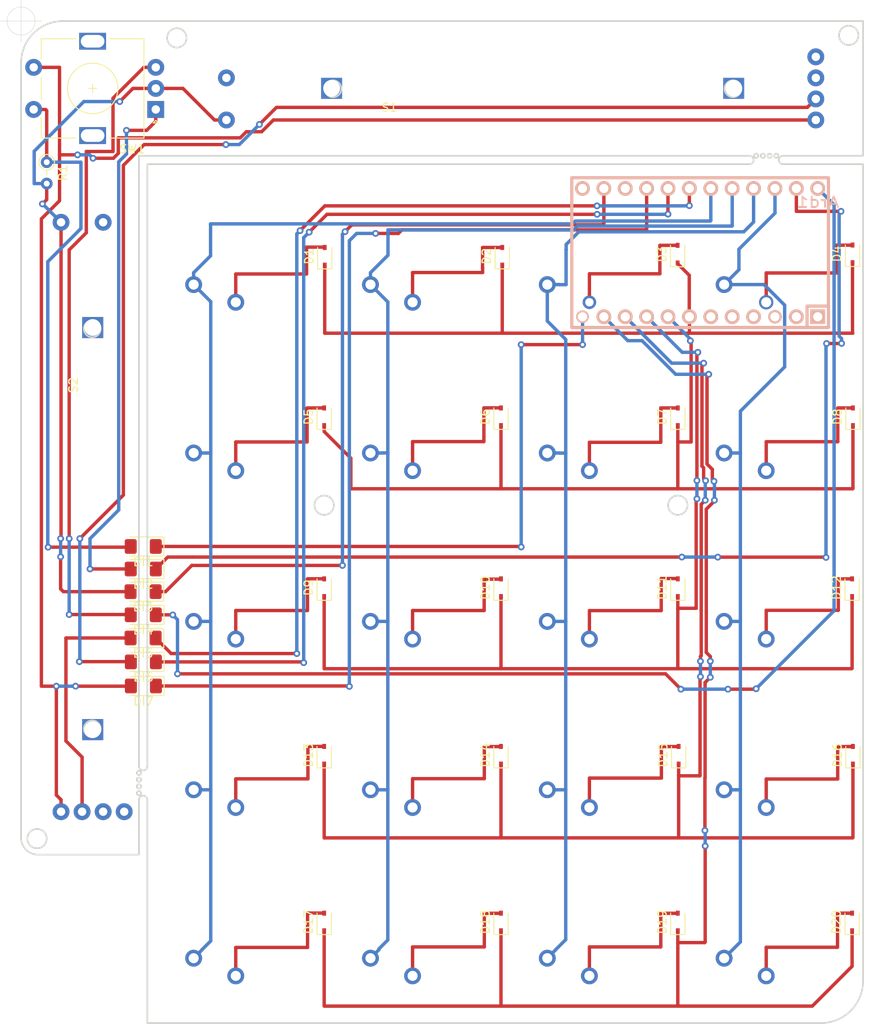
<source format=kicad_pcb>
(kicad_pcb (version 20171130) (host pcbnew "(5.1.0)-1")

  (general
    (thickness 1.6)
    (drawings 194)
    (tracks 521)
    (zones 0)
    (modules 52)
    (nets 56)
  )

  (page A4)
  (layers
    (0 F.Cu signal)
    (31 B.Cu signal)
    (32 B.Adhes user)
    (33 F.Adhes user)
    (34 B.Paste user)
    (35 F.Paste user)
    (36 B.SilkS user)
    (37 F.SilkS user)
    (38 B.Mask user)
    (39 F.Mask user)
    (40 Dwgs.User user)
    (41 Cmts.User user)
    (42 Eco1.User user)
    (43 Eco2.User user)
    (44 Edge.Cuts user)
    (45 Margin user)
    (46 B.CrtYd user)
    (47 F.CrtYd user)
    (48 B.Fab user)
    (49 F.Fab user)
  )

  (setup
    (last_trace_width 0.4)
    (trace_clearance 0.2)
    (zone_clearance 0.508)
    (zone_45_only no)
    (trace_min 0.4)
    (via_size 0.8)
    (via_drill 0.4)
    (via_min_size 0.4)
    (via_min_drill 0.3)
    (uvia_size 0.3)
    (uvia_drill 0.1)
    (uvias_allowed no)
    (uvia_min_size 0.2)
    (uvia_min_drill 0.1)
    (edge_width 0.05)
    (segment_width 0.2)
    (pcb_text_width 0.3)
    (pcb_text_size 1.5 1.5)
    (mod_edge_width 0.12)
    (mod_text_size 1 1)
    (mod_text_width 0.15)
    (pad_size 1.6 1.6)
    (pad_drill 1)
    (pad_to_mask_clearance 0.051)
    (solder_mask_min_width 0.25)
    (aux_axis_origin 0 0)
    (visible_elements 7FFFFFFF)
    (pcbplotparams
      (layerselection 0x010fc_ffffffff)
      (usegerberextensions false)
      (usegerberattributes false)
      (usegerberadvancedattributes false)
      (creategerberjobfile false)
      (excludeedgelayer true)
      (linewidth 0.100000)
      (plotframeref false)
      (viasonmask false)
      (mode 1)
      (useauxorigin false)
      (hpglpennumber 1)
      (hpglpenspeed 20)
      (hpglpendiameter 15.000000)
      (psnegative false)
      (psa4output false)
      (plotreference true)
      (plotvalue true)
      (plotinvisibletext false)
      (padsonsilk false)
      (subtractmaskfromsilk false)
      (outputformat 1)
      (mirror false)
      (drillshape 1)
      (scaleselection 1)
      (outputdirectory ""))
  )

  (net 0 "")
  (net 1 C4)
  (net 2 C3)
  (net 3 C2)
  (net 4 C1)
  (net 5 R2)
  (net 6 R1)
  (net 7 R3)
  (net 8 R4)
  (net 9 R5)
  (net 10 "Net-(Ard1-Pad1)")
  (net 11 "Net-(Ard1-Pad2)")
  (net 12 EnGNDC1)
  (net 13 "Net-(Ard1-Pad4)")
  (net 14 "Net-(Ard1-Pad5)")
  (net 15 "Net-(Ard1-Pad6)")
  (net 16 SwEn2)
  (net 17 "Net-(Ard1-Pad24)")
  (net 18 "Net-(Ard1-Pad22)")
  (net 19 S1)
  (net 20 S2)
  (net 21 S2-2)
  (net 22 EnPWMA)
  (net 23 EnPWMB)
  (net 24 "Net-(S1-Pad6)")
  (net 25 "Net-(S1-Pad4)")
  (net 26 "Net-(S1-Pad3)")
  (net 27 "Net-(S2-Pad3)")
  (net 28 "Net-(S2-Pad4)")
  (net 29 "Net-(S2-Pad6)")
  (net 30 "Net-(Ard1-Pad3)")
  (net 31 "Net-(D1-Pad2)")
  (net 32 "Net-(D2-Pad2)")
  (net 33 "Net-(D3-Pad2)")
  (net 34 "Net-(D4-Pad2)")
  (net 35 "Net-(D5-Pad2)")
  (net 36 "Net-(D6-Pad2)")
  (net 37 "Net-(D7-Pad2)")
  (net 38 "Net-(D8-Pad2)")
  (net 39 "Net-(D9-Pad2)")
  (net 40 "Net-(D10-Pad2)")
  (net 41 "Net-(D11-Pad2)")
  (net 42 "Net-(D12-Pad2)")
  (net 43 "Net-(D13-Pad2)")
  (net 44 "Net-(D14-Pad2)")
  (net 45 "Net-(D15-Pad2)")
  (net 46 "Net-(D16-Pad2)")
  (net 47 "Net-(D17-Pad2)")
  (net 48 "Net-(D18-Pad2)")
  (net 49 "Net-(D19-Pad2)")
  (net 50 "Net-(D20-Pad2)")
  (net 51 "Net-(DI1-Pad2)")
  (net 52 "Net-(DI2-Pad2)")
  (net 53 "Net-(DI4-Pad2)")
  (net 54 "Net-(DI5-Pad2)")
  (net 55 "Net-(DI6-Pad2)")

  (net_class Default "This is the default net class."
    (clearance 0.2)
    (trace_width 0.4)
    (via_dia 0.8)
    (via_drill 0.4)
    (uvia_dia 0.3)
    (uvia_drill 0.1)
    (diff_pair_width 0.4)
    (diff_pair_gap 0.25)
    (add_net C1)
    (add_net C2)
    (add_net C3)
    (add_net C4)
    (add_net EnGNDC1)
    (add_net EnPWMA)
    (add_net EnPWMB)
    (add_net "Net-(Ard1-Pad1)")
    (add_net "Net-(Ard1-Pad2)")
    (add_net "Net-(Ard1-Pad22)")
    (add_net "Net-(Ard1-Pad24)")
    (add_net "Net-(Ard1-Pad3)")
    (add_net "Net-(Ard1-Pad4)")
    (add_net "Net-(Ard1-Pad5)")
    (add_net "Net-(Ard1-Pad6)")
    (add_net "Net-(D1-Pad2)")
    (add_net "Net-(D10-Pad2)")
    (add_net "Net-(D11-Pad2)")
    (add_net "Net-(D12-Pad2)")
    (add_net "Net-(D13-Pad2)")
    (add_net "Net-(D14-Pad2)")
    (add_net "Net-(D15-Pad2)")
    (add_net "Net-(D16-Pad2)")
    (add_net "Net-(D17-Pad2)")
    (add_net "Net-(D18-Pad2)")
    (add_net "Net-(D19-Pad2)")
    (add_net "Net-(D2-Pad2)")
    (add_net "Net-(D20-Pad2)")
    (add_net "Net-(D3-Pad2)")
    (add_net "Net-(D4-Pad2)")
    (add_net "Net-(D5-Pad2)")
    (add_net "Net-(D6-Pad2)")
    (add_net "Net-(D7-Pad2)")
    (add_net "Net-(D8-Pad2)")
    (add_net "Net-(D9-Pad2)")
    (add_net "Net-(DI1-Pad2)")
    (add_net "Net-(DI2-Pad2)")
    (add_net "Net-(DI4-Pad2)")
    (add_net "Net-(DI5-Pad2)")
    (add_net "Net-(DI6-Pad2)")
    (add_net "Net-(S1-Pad3)")
    (add_net "Net-(S1-Pad4)")
    (add_net "Net-(S1-Pad6)")
    (add_net "Net-(S2-Pad3)")
    (add_net "Net-(S2-Pad4)")
    (add_net "Net-(S2-Pad6)")
    (add_net R1)
    (add_net R2)
    (add_net R3)
    (add_net R4)
    (add_net R5)
    (add_net S1)
    (add_net S2)
    (add_net S2-2)
    (add_net SwEn2)
  )

  (module Keebio-Parts:Kailh-PG1350-1u-No-Clickhole-No-LED (layer F.Cu) (tedit 5C93C60D) (tstamp 5C9424AF)
    (at 76.47 137.47)
    (path /5CACF3B8)
    (fp_text reference U18 (at 0 -7.14375 180) (layer Dwgs.User)
      (effects (font (size 1.27 1.524) (thickness 0.2032)))
    )
    (fp_text value Kailhlowprofile (at 0 -5.08 180) (layer F.SilkS) hide
      (effects (font (size 1.27 1.524) (thickness 0.2032)))
    )
    (fp_line (start 6.9 6.9) (end -6.9 6.9) (layer Cmts.User) (width 0.1524))
    (fp_line (start -6.9 6.9) (end -6.9 -6.9) (layer Cmts.User) (width 0.1524))
    (fp_line (start -6.9 -6.9) (end 6.9 -6.9) (layer Cmts.User) (width 0.1524))
    (fp_line (start 6.9 -6.9) (end 6.9 6.9) (layer Cmts.User) (width 0.1524))
    (fp_line (start 9 8.5) (end -9 8.5) (layer Dwgs.User) (width 0.1524))
    (fp_line (start -9 8.5) (end -9 -8.5) (layer Dwgs.User) (width 0.1524))
    (fp_line (start -9 -8.5) (end 9 -8.5) (layer Dwgs.User) (width 0.1524))
    (fp_line (start 9 -8.5) (end 9 8.5) (layer Dwgs.User) (width 0.1524))
    (fp_line (start 7.5 7.5) (end -7.5 7.5) (layer Eco2.User) (width 0.1524))
    (fp_line (start -7.5 7.5) (end -7.5 -7.5) (layer Eco2.User) (width 0.1524))
    (fp_line (start -7.5 -7.5) (end 7.5 -7.5) (layer Eco2.User) (width 0.1524))
    (fp_line (start 7.5 -7.5) (end 7.5 7.5) (layer Eco2.User) (width 0.1524))
    (pad "" np_thru_hole circle (at 0 0 180) (size 3.4 3.4) (drill 3.4) (layers *.Cu))
    (pad 1 thru_hole circle (at 0 5.9 180) (size 2 2) (drill 1.2) (layers *.Cu *.Mask)
      (net 48 "Net-(D18-Pad2)"))
    (pad 2 thru_hole circle (at -5 3.8 41.9) (size 2 2) (drill 1.2) (layers *.Cu *.Mask)
      (net 3 C2))
    (pad "" np_thru_hole circle (at -5.5 0 180) (size 1.7 1.7) (drill 1.7) (layers *.Cu))
    (pad "" np_thru_hole circle (at 5.5 0 180) (size 1.7 1.7) (drill 1.7) (layers *.Cu))
    (model /Users/danny/Documents/proj/custom-keyboard/kicad-libs/3d_models/mx-switch.wrl
      (offset (xyz 7.4675998878479 7.4675998878479 5.943599910736085))
      (scale (xyz 0.4 0.4 0.4))
      (rotate (xyz 270 0 180))
    )
    (model /Users/danny/Documents/proj/custom-keyboard/kicad-libs/3d_models/SA-R3-1u.wrl
      (offset (xyz 0 0 11.93799982070923))
      (scale (xyz 0.394 0.394 0.394))
      (rotate (xyz 270 0 0))
    )
  )

  (module Keebio-Parts:Kailh-PG1350-1u-No-Clickhole-No-LED (layer F.Cu) (tedit 5C93C60D) (tstamp 5C9424D7)
    (at 55.47 137.47)
    (path /5CACF3B2)
    (fp_text reference U17 (at 0 -7.14375 180) (layer Dwgs.User)
      (effects (font (size 1.27 1.524) (thickness 0.2032)))
    )
    (fp_text value Kailhlowprofile (at 0 -5.08 180) (layer F.SilkS) hide
      (effects (font (size 1.27 1.524) (thickness 0.2032)))
    )
    (fp_line (start 6.9 6.9) (end -6.9 6.9) (layer Cmts.User) (width 0.1524))
    (fp_line (start -6.9 6.9) (end -6.9 -6.9) (layer Cmts.User) (width 0.1524))
    (fp_line (start -6.9 -6.9) (end 6.9 -6.9) (layer Cmts.User) (width 0.1524))
    (fp_line (start 6.9 -6.9) (end 6.9 6.9) (layer Cmts.User) (width 0.1524))
    (fp_line (start 9 8.5) (end -9 8.5) (layer Dwgs.User) (width 0.1524))
    (fp_line (start -9 8.5) (end -9 -8.5) (layer Dwgs.User) (width 0.1524))
    (fp_line (start -9 -8.5) (end 9 -8.5) (layer Dwgs.User) (width 0.1524))
    (fp_line (start 9 -8.5) (end 9 8.5) (layer Dwgs.User) (width 0.1524))
    (fp_line (start 7.5 7.5) (end -7.5 7.5) (layer Eco2.User) (width 0.1524))
    (fp_line (start -7.5 7.5) (end -7.5 -7.5) (layer Eco2.User) (width 0.1524))
    (fp_line (start -7.5 -7.5) (end 7.5 -7.5) (layer Eco2.User) (width 0.1524))
    (fp_line (start 7.5 -7.5) (end 7.5 7.5) (layer Eco2.User) (width 0.1524))
    (pad "" np_thru_hole circle (at 0 0 180) (size 3.4 3.4) (drill 3.4) (layers *.Cu))
    (pad 1 thru_hole circle (at 0 5.9 180) (size 2 2) (drill 1.2) (layers *.Cu *.Mask)
      (net 47 "Net-(D17-Pad2)"))
    (pad 2 thru_hole circle (at -5 3.8 41.9) (size 2 2) (drill 1.2) (layers *.Cu *.Mask)
      (net 4 C1))
    (pad "" np_thru_hole circle (at -5.5 0 180) (size 1.7 1.7) (drill 1.7) (layers *.Cu))
    (pad "" np_thru_hole circle (at 5.5 0 180) (size 1.7 1.7) (drill 1.7) (layers *.Cu))
    (model /Users/danny/Documents/proj/custom-keyboard/kicad-libs/3d_models/mx-switch.wrl
      (offset (xyz 7.4675998878479 7.4675998878479 5.943599910736085))
      (scale (xyz 0.4 0.4 0.4))
      (rotate (xyz 270 0 180))
    )
    (model /Users/danny/Documents/proj/custom-keyboard/kicad-libs/3d_models/SA-R3-1u.wrl
      (offset (xyz 0 0 11.93799982070923))
      (scale (xyz 0.394 0.394 0.394))
      (rotate (xyz 270 0 0))
    )
  )

  (module Keebio-Parts:Kailh-PG1350-1u-No-Clickhole-No-LED (layer F.Cu) (tedit 5C93C60D) (tstamp 5C942473)
    (at 97.47 137.47)
    (path /5CACF3BE)
    (fp_text reference U19 (at 0 -7.14375 180) (layer Dwgs.User)
      (effects (font (size 1.27 1.524) (thickness 0.2032)))
    )
    (fp_text value Kailhlowprofile (at 0 -5.08 180) (layer F.SilkS) hide
      (effects (font (size 1.27 1.524) (thickness 0.2032)))
    )
    (fp_line (start 6.9 6.9) (end -6.9 6.9) (layer Cmts.User) (width 0.1524))
    (fp_line (start -6.9 6.9) (end -6.9 -6.9) (layer Cmts.User) (width 0.1524))
    (fp_line (start -6.9 -6.9) (end 6.9 -6.9) (layer Cmts.User) (width 0.1524))
    (fp_line (start 6.9 -6.9) (end 6.9 6.9) (layer Cmts.User) (width 0.1524))
    (fp_line (start 9 8.5) (end -9 8.5) (layer Dwgs.User) (width 0.1524))
    (fp_line (start -9 8.5) (end -9 -8.5) (layer Dwgs.User) (width 0.1524))
    (fp_line (start -9 -8.5) (end 9 -8.5) (layer Dwgs.User) (width 0.1524))
    (fp_line (start 9 -8.5) (end 9 8.5) (layer Dwgs.User) (width 0.1524))
    (fp_line (start 7.5 7.5) (end -7.5 7.5) (layer Eco2.User) (width 0.1524))
    (fp_line (start -7.5 7.5) (end -7.5 -7.5) (layer Eco2.User) (width 0.1524))
    (fp_line (start -7.5 -7.5) (end 7.5 -7.5) (layer Eco2.User) (width 0.1524))
    (fp_line (start 7.5 -7.5) (end 7.5 7.5) (layer Eco2.User) (width 0.1524))
    (pad "" np_thru_hole circle (at 0 0 180) (size 3.4 3.4) (drill 3.4) (layers *.Cu))
    (pad 1 thru_hole circle (at 0 5.9 180) (size 2 2) (drill 1.2) (layers *.Cu *.Mask)
      (net 49 "Net-(D19-Pad2)"))
    (pad 2 thru_hole circle (at -5 3.8 41.9) (size 2 2) (drill 1.2) (layers *.Cu *.Mask)
      (net 2 C3))
    (pad "" np_thru_hole circle (at -5.5 0 180) (size 1.7 1.7) (drill 1.7) (layers *.Cu))
    (pad "" np_thru_hole circle (at 5.5 0 180) (size 1.7 1.7) (drill 1.7) (layers *.Cu))
    (model /Users/danny/Documents/proj/custom-keyboard/kicad-libs/3d_models/mx-switch.wrl
      (offset (xyz 7.4675998878479 7.4675998878479 5.943599910736085))
      (scale (xyz 0.4 0.4 0.4))
      (rotate (xyz 270 0 180))
    )
    (model /Users/danny/Documents/proj/custom-keyboard/kicad-libs/3d_models/SA-R3-1u.wrl
      (offset (xyz 0 0 11.93799982070923))
      (scale (xyz 0.394 0.394 0.394))
      (rotate (xyz 270 0 0))
    )
  )

  (module Keebio-Parts:Kailh-PG1350-1u-No-Clickhole-No-LED (layer F.Cu) (tedit 5C93C60D) (tstamp 5C942487)
    (at 118.47 137.47)
    (path /5CACF3C4)
    (fp_text reference U20 (at 0 -7.14375 180) (layer Dwgs.User)
      (effects (font (size 1.27 1.524) (thickness 0.2032)))
    )
    (fp_text value Kailhlowprofile (at 0 -5.08 180) (layer F.SilkS) hide
      (effects (font (size 1.27 1.524) (thickness 0.2032)))
    )
    (fp_line (start 6.9 6.9) (end -6.9 6.9) (layer Cmts.User) (width 0.1524))
    (fp_line (start -6.9 6.9) (end -6.9 -6.9) (layer Cmts.User) (width 0.1524))
    (fp_line (start -6.9 -6.9) (end 6.9 -6.9) (layer Cmts.User) (width 0.1524))
    (fp_line (start 6.9 -6.9) (end 6.9 6.9) (layer Cmts.User) (width 0.1524))
    (fp_line (start 9 8.5) (end -9 8.5) (layer Dwgs.User) (width 0.1524))
    (fp_line (start -9 8.5) (end -9 -8.5) (layer Dwgs.User) (width 0.1524))
    (fp_line (start -9 -8.5) (end 9 -8.5) (layer Dwgs.User) (width 0.1524))
    (fp_line (start 9 -8.5) (end 9 8.5) (layer Dwgs.User) (width 0.1524))
    (fp_line (start 7.5 7.5) (end -7.5 7.5) (layer Eco2.User) (width 0.1524))
    (fp_line (start -7.5 7.5) (end -7.5 -7.5) (layer Eco2.User) (width 0.1524))
    (fp_line (start -7.5 -7.5) (end 7.5 -7.5) (layer Eco2.User) (width 0.1524))
    (fp_line (start 7.5 -7.5) (end 7.5 7.5) (layer Eco2.User) (width 0.1524))
    (pad "" np_thru_hole circle (at 0 0 180) (size 3.4 3.4) (drill 3.4) (layers *.Cu))
    (pad 1 thru_hole circle (at 0 5.9 180) (size 2 2) (drill 1.2) (layers *.Cu *.Mask)
      (net 50 "Net-(D20-Pad2)"))
    (pad 2 thru_hole circle (at -5 3.8 41.9) (size 2 2) (drill 1.2) (layers *.Cu *.Mask)
      (net 1 C4))
    (pad "" np_thru_hole circle (at -5.5 0 180) (size 1.7 1.7) (drill 1.7) (layers *.Cu))
    (pad "" np_thru_hole circle (at 5.5 0 180) (size 1.7 1.7) (drill 1.7) (layers *.Cu))
    (model /Users/danny/Documents/proj/custom-keyboard/kicad-libs/3d_models/mx-switch.wrl
      (offset (xyz 7.4675998878479 7.4675998878479 5.943599910736085))
      (scale (xyz 0.4 0.4 0.4))
      (rotate (xyz 270 0 180))
    )
    (model /Users/danny/Documents/proj/custom-keyboard/kicad-libs/3d_models/SA-R3-1u.wrl
      (offset (xyz 0 0 11.93799982070923))
      (scale (xyz 0.394 0.394 0.394))
      (rotate (xyz 270 0 0))
    )
  )

  (module Diode_SMD:D_SOD-323 (layer F.Cu) (tedit 58641739) (tstamp 5C94210A)
    (at 86.97 136.97 90)
    (descr SOD-323)
    (tags SOD-323)
    (path /5C9D3C29)
    (attr smd)
    (fp_text reference D18 (at 0 -1.85 90) (layer F.SilkS)
      (effects (font (size 1 1) (thickness 0.15)))
    )
    (fp_text value 1N4148WS (at 0.1 1.9 90) (layer F.Fab)
      (effects (font (size 1 1) (thickness 0.15)))
    )
    (fp_line (start -1.5 -0.85) (end 1.05 -0.85) (layer F.SilkS) (width 0.12))
    (fp_line (start -1.5 0.85) (end 1.05 0.85) (layer F.SilkS) (width 0.12))
    (fp_line (start -1.6 -0.95) (end -1.6 0.95) (layer F.CrtYd) (width 0.05))
    (fp_line (start -1.6 0.95) (end 1.6 0.95) (layer F.CrtYd) (width 0.05))
    (fp_line (start 1.6 -0.95) (end 1.6 0.95) (layer F.CrtYd) (width 0.05))
    (fp_line (start -1.6 -0.95) (end 1.6 -0.95) (layer F.CrtYd) (width 0.05))
    (fp_line (start -0.9 -0.7) (end 0.9 -0.7) (layer F.Fab) (width 0.1))
    (fp_line (start 0.9 -0.7) (end 0.9 0.7) (layer F.Fab) (width 0.1))
    (fp_line (start 0.9 0.7) (end -0.9 0.7) (layer F.Fab) (width 0.1))
    (fp_line (start -0.9 0.7) (end -0.9 -0.7) (layer F.Fab) (width 0.1))
    (fp_line (start -0.3 -0.35) (end -0.3 0.35) (layer F.Fab) (width 0.1))
    (fp_line (start -0.3 0) (end -0.5 0) (layer F.Fab) (width 0.1))
    (fp_line (start -0.3 0) (end 0.2 -0.35) (layer F.Fab) (width 0.1))
    (fp_line (start 0.2 -0.35) (end 0.2 0.35) (layer F.Fab) (width 0.1))
    (fp_line (start 0.2 0.35) (end -0.3 0) (layer F.Fab) (width 0.1))
    (fp_line (start 0.2 0) (end 0.45 0) (layer F.Fab) (width 0.1))
    (fp_line (start -1.5 -0.85) (end -1.5 0.85) (layer F.SilkS) (width 0.12))
    (fp_text user %R (at 0 -1.85 90) (layer F.Fab)
      (effects (font (size 1 1) (thickness 0.15)))
    )
    (pad 2 smd rect (at 1.05 0 90) (size 0.6 0.45) (layers F.Cu F.Paste F.Mask)
      (net 48 "Net-(D18-Pad2)"))
    (pad 1 smd rect (at -1.05 0 90) (size 0.6 0.45) (layers F.Cu F.Paste F.Mask)
      (net 9 R5))
    (model ${KISYS3DMOD}/Diode_SMD.3dshapes/D_SOD-323.wrl
      (at (xyz 0 0 0))
      (scale (xyz 1 1 1))
      (rotate (xyz 0 0 0))
    )
  )

  (module Diode_SMD:D_SOD-323 (layer F.Cu) (tedit 58641739) (tstamp 5C9421EB)
    (at 107.97 136.97 90)
    (descr SOD-323)
    (tags SOD-323)
    (path /5C9D6D87)
    (attr smd)
    (fp_text reference D19 (at 0 -1.85 90) (layer F.SilkS)
      (effects (font (size 1 1) (thickness 0.15)))
    )
    (fp_text value 1N4148WS (at 0.1 1.9 90) (layer F.Fab)
      (effects (font (size 1 1) (thickness 0.15)))
    )
    (fp_line (start -1.5 -0.85) (end 1.05 -0.85) (layer F.SilkS) (width 0.12))
    (fp_line (start -1.5 0.85) (end 1.05 0.85) (layer F.SilkS) (width 0.12))
    (fp_line (start -1.6 -0.95) (end -1.6 0.95) (layer F.CrtYd) (width 0.05))
    (fp_line (start -1.6 0.95) (end 1.6 0.95) (layer F.CrtYd) (width 0.05))
    (fp_line (start 1.6 -0.95) (end 1.6 0.95) (layer F.CrtYd) (width 0.05))
    (fp_line (start -1.6 -0.95) (end 1.6 -0.95) (layer F.CrtYd) (width 0.05))
    (fp_line (start -0.9 -0.7) (end 0.9 -0.7) (layer F.Fab) (width 0.1))
    (fp_line (start 0.9 -0.7) (end 0.9 0.7) (layer F.Fab) (width 0.1))
    (fp_line (start 0.9 0.7) (end -0.9 0.7) (layer F.Fab) (width 0.1))
    (fp_line (start -0.9 0.7) (end -0.9 -0.7) (layer F.Fab) (width 0.1))
    (fp_line (start -0.3 -0.35) (end -0.3 0.35) (layer F.Fab) (width 0.1))
    (fp_line (start -0.3 0) (end -0.5 0) (layer F.Fab) (width 0.1))
    (fp_line (start -0.3 0) (end 0.2 -0.35) (layer F.Fab) (width 0.1))
    (fp_line (start 0.2 -0.35) (end 0.2 0.35) (layer F.Fab) (width 0.1))
    (fp_line (start 0.2 0.35) (end -0.3 0) (layer F.Fab) (width 0.1))
    (fp_line (start 0.2 0) (end 0.45 0) (layer F.Fab) (width 0.1))
    (fp_line (start -1.5 -0.85) (end -1.5 0.85) (layer F.SilkS) (width 0.12))
    (fp_text user %R (at 0 -1.85 90) (layer F.Fab)
      (effects (font (size 1 1) (thickness 0.15)))
    )
    (pad 2 smd rect (at 1.05 0 90) (size 0.6 0.45) (layers F.Cu F.Paste F.Mask)
      (net 49 "Net-(D19-Pad2)"))
    (pad 1 smd rect (at -1.05 0 90) (size 0.6 0.45) (layers F.Cu F.Paste F.Mask)
      (net 9 R5))
    (model ${KISYS3DMOD}/Diode_SMD.3dshapes/D_SOD-323.wrl
      (at (xyz 0 0 0))
      (scale (xyz 1 1 1))
      (rotate (xyz 0 0 0))
    )
  )

  (module Diode_SMD:D_SOD-323 (layer F.Cu) (tedit 58641739) (tstamp 5C9420F3)
    (at 128.67 136.97 90)
    (descr SOD-323)
    (tags SOD-323)
    (path /5C9D9D09)
    (attr smd)
    (fp_text reference D20 (at 0 -1.85 90) (layer F.SilkS)
      (effects (font (size 1 1) (thickness 0.15)))
    )
    (fp_text value 1N4148WS (at 0.1 1.9 90) (layer F.Fab)
      (effects (font (size 1 1) (thickness 0.15)))
    )
    (fp_line (start -1.5 -0.85) (end 1.05 -0.85) (layer F.SilkS) (width 0.12))
    (fp_line (start -1.5 0.85) (end 1.05 0.85) (layer F.SilkS) (width 0.12))
    (fp_line (start -1.6 -0.95) (end -1.6 0.95) (layer F.CrtYd) (width 0.05))
    (fp_line (start -1.6 0.95) (end 1.6 0.95) (layer F.CrtYd) (width 0.05))
    (fp_line (start 1.6 -0.95) (end 1.6 0.95) (layer F.CrtYd) (width 0.05))
    (fp_line (start -1.6 -0.95) (end 1.6 -0.95) (layer F.CrtYd) (width 0.05))
    (fp_line (start -0.9 -0.7) (end 0.9 -0.7) (layer F.Fab) (width 0.1))
    (fp_line (start 0.9 -0.7) (end 0.9 0.7) (layer F.Fab) (width 0.1))
    (fp_line (start 0.9 0.7) (end -0.9 0.7) (layer F.Fab) (width 0.1))
    (fp_line (start -0.9 0.7) (end -0.9 -0.7) (layer F.Fab) (width 0.1))
    (fp_line (start -0.3 -0.35) (end -0.3 0.35) (layer F.Fab) (width 0.1))
    (fp_line (start -0.3 0) (end -0.5 0) (layer F.Fab) (width 0.1))
    (fp_line (start -0.3 0) (end 0.2 -0.35) (layer F.Fab) (width 0.1))
    (fp_line (start 0.2 -0.35) (end 0.2 0.35) (layer F.Fab) (width 0.1))
    (fp_line (start 0.2 0.35) (end -0.3 0) (layer F.Fab) (width 0.1))
    (fp_line (start 0.2 0) (end 0.45 0) (layer F.Fab) (width 0.1))
    (fp_line (start -1.5 -0.85) (end -1.5 0.85) (layer F.SilkS) (width 0.12))
    (fp_text user %R (at 0 -1.85 90) (layer F.Fab)
      (effects (font (size 1 1) (thickness 0.15)))
    )
    (pad 2 smd rect (at 1.05 0 90) (size 0.6 0.45) (layers F.Cu F.Paste F.Mask)
      (net 50 "Net-(D20-Pad2)"))
    (pad 1 smd rect (at -1.05 0 90) (size 0.6 0.45) (layers F.Cu F.Paste F.Mask)
      (net 9 R5))
    (model ${KISYS3DMOD}/Diode_SMD.3dshapes/D_SOD-323.wrl
      (at (xyz 0 0 0))
      (scale (xyz 1 1 1))
      (rotate (xyz 0 0 0))
    )
  )

  (module Diode_SMD:D_SOD-323 (layer F.Cu) (tedit 58641739) (tstamp 5C942202)
    (at 65.97 136.97 90)
    (descr SOD-323)
    (tags SOD-323)
    (path /5C9D0C30)
    (attr smd)
    (fp_text reference D17 (at 0 -1.85 90) (layer F.SilkS)
      (effects (font (size 1 1) (thickness 0.15)))
    )
    (fp_text value 1N4148WS (at 0.1 1.9 90) (layer F.Fab)
      (effects (font (size 1 1) (thickness 0.15)))
    )
    (fp_line (start -1.5 -0.85) (end 1.05 -0.85) (layer F.SilkS) (width 0.12))
    (fp_line (start -1.5 0.85) (end 1.05 0.85) (layer F.SilkS) (width 0.12))
    (fp_line (start -1.6 -0.95) (end -1.6 0.95) (layer F.CrtYd) (width 0.05))
    (fp_line (start -1.6 0.95) (end 1.6 0.95) (layer F.CrtYd) (width 0.05))
    (fp_line (start 1.6 -0.95) (end 1.6 0.95) (layer F.CrtYd) (width 0.05))
    (fp_line (start -1.6 -0.95) (end 1.6 -0.95) (layer F.CrtYd) (width 0.05))
    (fp_line (start -0.9 -0.7) (end 0.9 -0.7) (layer F.Fab) (width 0.1))
    (fp_line (start 0.9 -0.7) (end 0.9 0.7) (layer F.Fab) (width 0.1))
    (fp_line (start 0.9 0.7) (end -0.9 0.7) (layer F.Fab) (width 0.1))
    (fp_line (start -0.9 0.7) (end -0.9 -0.7) (layer F.Fab) (width 0.1))
    (fp_line (start -0.3 -0.35) (end -0.3 0.35) (layer F.Fab) (width 0.1))
    (fp_line (start -0.3 0) (end -0.5 0) (layer F.Fab) (width 0.1))
    (fp_line (start -0.3 0) (end 0.2 -0.35) (layer F.Fab) (width 0.1))
    (fp_line (start 0.2 -0.35) (end 0.2 0.35) (layer F.Fab) (width 0.1))
    (fp_line (start 0.2 0.35) (end -0.3 0) (layer F.Fab) (width 0.1))
    (fp_line (start 0.2 0) (end 0.45 0) (layer F.Fab) (width 0.1))
    (fp_line (start -1.5 -0.85) (end -1.5 0.85) (layer F.SilkS) (width 0.12))
    (fp_text user %R (at 0 -1.85 90) (layer F.Fab)
      (effects (font (size 1 1) (thickness 0.15)))
    )
    (pad 2 smd rect (at 1.05 0 90) (size 0.6 0.45) (layers F.Cu F.Paste F.Mask)
      (net 47 "Net-(D17-Pad2)"))
    (pad 1 smd rect (at -1.05 0 90) (size 0.6 0.45) (layers F.Cu F.Paste F.Mask)
      (net 9 R5))
    (model ${KISYS3DMOD}/Diode_SMD.3dshapes/D_SOD-323.wrl
      (at (xyz 0 0 0))
      (scale (xyz 1 1 1))
      (rotate (xyz 0 0 0))
    )
  )

  (module Keebio-Parts:Kailh-PG1350-1u-No-Clickhole-No-LED (layer F.Cu) (tedit 5C93C60D) (tstamp 5C942513)
    (at 55.47 117.47)
    (path /5CAC9274)
    (fp_text reference U13 (at 0 -7.14375 180) (layer Dwgs.User)
      (effects (font (size 1.27 1.524) (thickness 0.2032)))
    )
    (fp_text value Kailhlowprofile (at 0 -5.08 180) (layer F.SilkS) hide
      (effects (font (size 1.27 1.524) (thickness 0.2032)))
    )
    (fp_line (start 6.9 6.9) (end -6.9 6.9) (layer Cmts.User) (width 0.1524))
    (fp_line (start -6.9 6.9) (end -6.9 -6.9) (layer Cmts.User) (width 0.1524))
    (fp_line (start -6.9 -6.9) (end 6.9 -6.9) (layer Cmts.User) (width 0.1524))
    (fp_line (start 6.9 -6.9) (end 6.9 6.9) (layer Cmts.User) (width 0.1524))
    (fp_line (start 9 8.5) (end -9 8.5) (layer Dwgs.User) (width 0.1524))
    (fp_line (start -9 8.5) (end -9 -8.5) (layer Dwgs.User) (width 0.1524))
    (fp_line (start -9 -8.5) (end 9 -8.5) (layer Dwgs.User) (width 0.1524))
    (fp_line (start 9 -8.5) (end 9 8.5) (layer Dwgs.User) (width 0.1524))
    (fp_line (start 7.5 7.5) (end -7.5 7.5) (layer Eco2.User) (width 0.1524))
    (fp_line (start -7.5 7.5) (end -7.5 -7.5) (layer Eco2.User) (width 0.1524))
    (fp_line (start -7.5 -7.5) (end 7.5 -7.5) (layer Eco2.User) (width 0.1524))
    (fp_line (start 7.5 -7.5) (end 7.5 7.5) (layer Eco2.User) (width 0.1524))
    (pad "" np_thru_hole circle (at 0 0 180) (size 3.4 3.4) (drill 3.4) (layers *.Cu))
    (pad 1 thru_hole circle (at 0 5.9 180) (size 2 2) (drill 1.2) (layers *.Cu *.Mask)
      (net 43 "Net-(D13-Pad2)"))
    (pad 2 thru_hole circle (at -5 3.8 41.9) (size 2 2) (drill 1.2) (layers *.Cu *.Mask)
      (net 4 C1))
    (pad "" np_thru_hole circle (at -5.5 0 180) (size 1.7 1.7) (drill 1.7) (layers *.Cu))
    (pad "" np_thru_hole circle (at 5.5 0 180) (size 1.7 1.7) (drill 1.7) (layers *.Cu))
    (model /Users/danny/Documents/proj/custom-keyboard/kicad-libs/3d_models/mx-switch.wrl
      (offset (xyz 7.4675998878479 7.4675998878479 5.943599910736085))
      (scale (xyz 0.4 0.4 0.4))
      (rotate (xyz 270 0 180))
    )
    (model /Users/danny/Documents/proj/custom-keyboard/kicad-libs/3d_models/SA-R3-1u.wrl
      (offset (xyz 0 0 11.93799982070923))
      (scale (xyz 0.394 0.394 0.394))
      (rotate (xyz 270 0 0))
    )
  )

  (module Keebio-Parts:Kailh-PG1350-1u-No-Clickhole-No-LED (layer F.Cu) (tedit 5C93C60D) (tstamp 5C9424FF)
    (at 118.47 117.47)
    (path /5CAC9286)
    (fp_text reference U16 (at 0 -7.14375 180) (layer Dwgs.User)
      (effects (font (size 1.27 1.524) (thickness 0.2032)))
    )
    (fp_text value Kailhlowprofile (at 0 -5.08 180) (layer F.SilkS) hide
      (effects (font (size 1.27 1.524) (thickness 0.2032)))
    )
    (fp_line (start 6.9 6.9) (end -6.9 6.9) (layer Cmts.User) (width 0.1524))
    (fp_line (start -6.9 6.9) (end -6.9 -6.9) (layer Cmts.User) (width 0.1524))
    (fp_line (start -6.9 -6.9) (end 6.9 -6.9) (layer Cmts.User) (width 0.1524))
    (fp_line (start 6.9 -6.9) (end 6.9 6.9) (layer Cmts.User) (width 0.1524))
    (fp_line (start 9 8.5) (end -9 8.5) (layer Dwgs.User) (width 0.1524))
    (fp_line (start -9 8.5) (end -9 -8.5) (layer Dwgs.User) (width 0.1524))
    (fp_line (start -9 -8.5) (end 9 -8.5) (layer Dwgs.User) (width 0.1524))
    (fp_line (start 9 -8.5) (end 9 8.5) (layer Dwgs.User) (width 0.1524))
    (fp_line (start 7.5 7.5) (end -7.5 7.5) (layer Eco2.User) (width 0.1524))
    (fp_line (start -7.5 7.5) (end -7.5 -7.5) (layer Eco2.User) (width 0.1524))
    (fp_line (start -7.5 -7.5) (end 7.5 -7.5) (layer Eco2.User) (width 0.1524))
    (fp_line (start 7.5 -7.5) (end 7.5 7.5) (layer Eco2.User) (width 0.1524))
    (pad "" np_thru_hole circle (at 0 0 180) (size 3.4 3.4) (drill 3.4) (layers *.Cu))
    (pad 1 thru_hole circle (at 0 5.9 180) (size 2 2) (drill 1.2) (layers *.Cu *.Mask)
      (net 46 "Net-(D16-Pad2)"))
    (pad 2 thru_hole circle (at -5 3.8 41.9) (size 2 2) (drill 1.2) (layers *.Cu *.Mask)
      (net 1 C4))
    (pad "" np_thru_hole circle (at -5.5 0 180) (size 1.7 1.7) (drill 1.7) (layers *.Cu))
    (pad "" np_thru_hole circle (at 5.5 0 180) (size 1.7 1.7) (drill 1.7) (layers *.Cu))
    (model /Users/danny/Documents/proj/custom-keyboard/kicad-libs/3d_models/mx-switch.wrl
      (offset (xyz 7.4675998878479 7.4675998878479 5.943599910736085))
      (scale (xyz 0.4 0.4 0.4))
      (rotate (xyz 270 0 180))
    )
    (model /Users/danny/Documents/proj/custom-keyboard/kicad-libs/3d_models/SA-R3-1u.wrl
      (offset (xyz 0 0 11.93799982070923))
      (scale (xyz 0.394 0.394 0.394))
      (rotate (xyz 270 0 0))
    )
  )

  (module Keebio-Parts:Kailh-PG1350-1u-No-Clickhole-No-LED (layer F.Cu) (tedit 5C93C60D) (tstamp 5C9424EB)
    (at 118.47 97.47)
    (path /5CAC310B)
    (fp_text reference U12 (at 0 -7.14375 180) (layer Dwgs.User)
      (effects (font (size 1.27 1.524) (thickness 0.2032)))
    )
    (fp_text value Kailhlowprofile (at 0 -5.08 180) (layer F.SilkS) hide
      (effects (font (size 1.27 1.524) (thickness 0.2032)))
    )
    (fp_line (start 6.9 6.9) (end -6.9 6.9) (layer Cmts.User) (width 0.1524))
    (fp_line (start -6.9 6.9) (end -6.9 -6.9) (layer Cmts.User) (width 0.1524))
    (fp_line (start -6.9 -6.9) (end 6.9 -6.9) (layer Cmts.User) (width 0.1524))
    (fp_line (start 6.9 -6.9) (end 6.9 6.9) (layer Cmts.User) (width 0.1524))
    (fp_line (start 9 8.5) (end -9 8.5) (layer Dwgs.User) (width 0.1524))
    (fp_line (start -9 8.5) (end -9 -8.5) (layer Dwgs.User) (width 0.1524))
    (fp_line (start -9 -8.5) (end 9 -8.5) (layer Dwgs.User) (width 0.1524))
    (fp_line (start 9 -8.5) (end 9 8.5) (layer Dwgs.User) (width 0.1524))
    (fp_line (start 7.5 7.5) (end -7.5 7.5) (layer Eco2.User) (width 0.1524))
    (fp_line (start -7.5 7.5) (end -7.5 -7.5) (layer Eco2.User) (width 0.1524))
    (fp_line (start -7.5 -7.5) (end 7.5 -7.5) (layer Eco2.User) (width 0.1524))
    (fp_line (start 7.5 -7.5) (end 7.5 7.5) (layer Eco2.User) (width 0.1524))
    (pad "" np_thru_hole circle (at 0 0 180) (size 3.4 3.4) (drill 3.4) (layers *.Cu))
    (pad 1 thru_hole circle (at 0 5.9 180) (size 2 2) (drill 1.2) (layers *.Cu *.Mask)
      (net 42 "Net-(D12-Pad2)"))
    (pad 2 thru_hole circle (at -5 3.8 41.9) (size 2 2) (drill 1.2) (layers *.Cu *.Mask)
      (net 1 C4))
    (pad "" np_thru_hole circle (at -5.5 0 180) (size 1.7 1.7) (drill 1.7) (layers *.Cu))
    (pad "" np_thru_hole circle (at 5.5 0 180) (size 1.7 1.7) (drill 1.7) (layers *.Cu))
    (model /Users/danny/Documents/proj/custom-keyboard/kicad-libs/3d_models/mx-switch.wrl
      (offset (xyz 7.4675998878479 7.4675998878479 5.943599910736085))
      (scale (xyz 0.4 0.4 0.4))
      (rotate (xyz 270 0 180))
    )
    (model /Users/danny/Documents/proj/custom-keyboard/kicad-libs/3d_models/SA-R3-1u.wrl
      (offset (xyz 0 0 11.93799982070923))
      (scale (xyz 0.394 0.394 0.394))
      (rotate (xyz 270 0 0))
    )
  )

  (module Keebio-Parts:Kailh-PG1350-1u-No-Clickhole-No-LED (layer F.Cu) (tedit 5C93C60D) (tstamp 5C9424C3)
    (at 76.47 117.47)
    (path /5CAC927A)
    (fp_text reference U14 (at 0 -7.14375 180) (layer Dwgs.User)
      (effects (font (size 1.27 1.524) (thickness 0.2032)))
    )
    (fp_text value Kailhlowprofile (at 0 -5.08 180) (layer F.SilkS) hide
      (effects (font (size 1.27 1.524) (thickness 0.2032)))
    )
    (fp_line (start 6.9 6.9) (end -6.9 6.9) (layer Cmts.User) (width 0.1524))
    (fp_line (start -6.9 6.9) (end -6.9 -6.9) (layer Cmts.User) (width 0.1524))
    (fp_line (start -6.9 -6.9) (end 6.9 -6.9) (layer Cmts.User) (width 0.1524))
    (fp_line (start 6.9 -6.9) (end 6.9 6.9) (layer Cmts.User) (width 0.1524))
    (fp_line (start 9 8.5) (end -9 8.5) (layer Dwgs.User) (width 0.1524))
    (fp_line (start -9 8.5) (end -9 -8.5) (layer Dwgs.User) (width 0.1524))
    (fp_line (start -9 -8.5) (end 9 -8.5) (layer Dwgs.User) (width 0.1524))
    (fp_line (start 9 -8.5) (end 9 8.5) (layer Dwgs.User) (width 0.1524))
    (fp_line (start 7.5 7.5) (end -7.5 7.5) (layer Eco2.User) (width 0.1524))
    (fp_line (start -7.5 7.5) (end -7.5 -7.5) (layer Eco2.User) (width 0.1524))
    (fp_line (start -7.5 -7.5) (end 7.5 -7.5) (layer Eco2.User) (width 0.1524))
    (fp_line (start 7.5 -7.5) (end 7.5 7.5) (layer Eco2.User) (width 0.1524))
    (pad "" np_thru_hole circle (at 0 0 180) (size 3.4 3.4) (drill 3.4) (layers *.Cu))
    (pad 1 thru_hole circle (at 0 5.9 180) (size 2 2) (drill 1.2) (layers *.Cu *.Mask)
      (net 44 "Net-(D14-Pad2)"))
    (pad 2 thru_hole circle (at -5 3.8 41.9) (size 2 2) (drill 1.2) (layers *.Cu *.Mask)
      (net 3 C2))
    (pad "" np_thru_hole circle (at -5.5 0 180) (size 1.7 1.7) (drill 1.7) (layers *.Cu))
    (pad "" np_thru_hole circle (at 5.5 0 180) (size 1.7 1.7) (drill 1.7) (layers *.Cu))
    (model /Users/danny/Documents/proj/custom-keyboard/kicad-libs/3d_models/mx-switch.wrl
      (offset (xyz 7.4675998878479 7.4675998878479 5.943599910736085))
      (scale (xyz 0.4 0.4 0.4))
      (rotate (xyz 270 0 180))
    )
    (model /Users/danny/Documents/proj/custom-keyboard/kicad-libs/3d_models/SA-R3-1u.wrl
      (offset (xyz 0 0 11.93799982070923))
      (scale (xyz 0.394 0.394 0.394))
      (rotate (xyz 270 0 0))
    )
  )

  (module Keebio-Parts:Kailh-PG1350-1u-No-Clickhole-No-LED (layer F.Cu) (tedit 5C93C60D) (tstamp 5C94249B)
    (at 97.47 117.47)
    (path /5CAC9280)
    (fp_text reference U15 (at 0 -7.14375 180) (layer Dwgs.User)
      (effects (font (size 1.27 1.524) (thickness 0.2032)))
    )
    (fp_text value Kailhlowprofile (at 0 -5.08 180) (layer F.SilkS) hide
      (effects (font (size 1.27 1.524) (thickness 0.2032)))
    )
    (fp_line (start 6.9 6.9) (end -6.9 6.9) (layer Cmts.User) (width 0.1524))
    (fp_line (start -6.9 6.9) (end -6.9 -6.9) (layer Cmts.User) (width 0.1524))
    (fp_line (start -6.9 -6.9) (end 6.9 -6.9) (layer Cmts.User) (width 0.1524))
    (fp_line (start 6.9 -6.9) (end 6.9 6.9) (layer Cmts.User) (width 0.1524))
    (fp_line (start 9 8.5) (end -9 8.5) (layer Dwgs.User) (width 0.1524))
    (fp_line (start -9 8.5) (end -9 -8.5) (layer Dwgs.User) (width 0.1524))
    (fp_line (start -9 -8.5) (end 9 -8.5) (layer Dwgs.User) (width 0.1524))
    (fp_line (start 9 -8.5) (end 9 8.5) (layer Dwgs.User) (width 0.1524))
    (fp_line (start 7.5 7.5) (end -7.5 7.5) (layer Eco2.User) (width 0.1524))
    (fp_line (start -7.5 7.5) (end -7.5 -7.5) (layer Eco2.User) (width 0.1524))
    (fp_line (start -7.5 -7.5) (end 7.5 -7.5) (layer Eco2.User) (width 0.1524))
    (fp_line (start 7.5 -7.5) (end 7.5 7.5) (layer Eco2.User) (width 0.1524))
    (pad "" np_thru_hole circle (at 0 0 180) (size 3.4 3.4) (drill 3.4) (layers *.Cu))
    (pad 1 thru_hole circle (at 0 5.9 180) (size 2 2) (drill 1.2) (layers *.Cu *.Mask)
      (net 45 "Net-(D15-Pad2)"))
    (pad 2 thru_hole circle (at -5 3.8 41.9) (size 2 2) (drill 1.2) (layers *.Cu *.Mask)
      (net 2 C3))
    (pad "" np_thru_hole circle (at -5.5 0 180) (size 1.7 1.7) (drill 1.7) (layers *.Cu))
    (pad "" np_thru_hole circle (at 5.5 0 180) (size 1.7 1.7) (drill 1.7) (layers *.Cu))
    (model /Users/danny/Documents/proj/custom-keyboard/kicad-libs/3d_models/mx-switch.wrl
      (offset (xyz 7.4675998878479 7.4675998878479 5.943599910736085))
      (scale (xyz 0.4 0.4 0.4))
      (rotate (xyz 270 0 180))
    )
    (model /Users/danny/Documents/proj/custom-keyboard/kicad-libs/3d_models/SA-R3-1u.wrl
      (offset (xyz 0 0 11.93799982070923))
      (scale (xyz 0.394 0.394 0.394))
      (rotate (xyz 270 0 0))
    )
  )

  (module Keebio-Parts:Kailh-PG1350-1u-No-Clickhole-No-LED (layer F.Cu) (tedit 5C93C60D) (tstamp 5C94245F)
    (at 118.47 77.47)
    (path /5CABEE92)
    (fp_text reference U8 (at 0 -7.14375 180) (layer Dwgs.User)
      (effects (font (size 1.27 1.524) (thickness 0.2032)))
    )
    (fp_text value Kailhlowprofile (at 0 -5.08 180) (layer F.SilkS) hide
      (effects (font (size 1.27 1.524) (thickness 0.2032)))
    )
    (fp_line (start 6.9 6.9) (end -6.9 6.9) (layer Cmts.User) (width 0.1524))
    (fp_line (start -6.9 6.9) (end -6.9 -6.9) (layer Cmts.User) (width 0.1524))
    (fp_line (start -6.9 -6.9) (end 6.9 -6.9) (layer Cmts.User) (width 0.1524))
    (fp_line (start 6.9 -6.9) (end 6.9 6.9) (layer Cmts.User) (width 0.1524))
    (fp_line (start 9 8.5) (end -9 8.5) (layer Dwgs.User) (width 0.1524))
    (fp_line (start -9 8.5) (end -9 -8.5) (layer Dwgs.User) (width 0.1524))
    (fp_line (start -9 -8.5) (end 9 -8.5) (layer Dwgs.User) (width 0.1524))
    (fp_line (start 9 -8.5) (end 9 8.5) (layer Dwgs.User) (width 0.1524))
    (fp_line (start 7.5 7.5) (end -7.5 7.5) (layer Eco2.User) (width 0.1524))
    (fp_line (start -7.5 7.5) (end -7.5 -7.5) (layer Eco2.User) (width 0.1524))
    (fp_line (start -7.5 -7.5) (end 7.5 -7.5) (layer Eco2.User) (width 0.1524))
    (fp_line (start 7.5 -7.5) (end 7.5 7.5) (layer Eco2.User) (width 0.1524))
    (pad "" np_thru_hole circle (at 0 0 180) (size 3.4 3.4) (drill 3.4) (layers *.Cu))
    (pad 1 thru_hole circle (at 0 5.9 180) (size 2 2) (drill 1.2) (layers *.Cu *.Mask)
      (net 38 "Net-(D8-Pad2)"))
    (pad 2 thru_hole circle (at -5 3.8 41.9) (size 2 2) (drill 1.2) (layers *.Cu *.Mask)
      (net 1 C4))
    (pad "" np_thru_hole circle (at -5.5 0 180) (size 1.7 1.7) (drill 1.7) (layers *.Cu))
    (pad "" np_thru_hole circle (at 5.5 0 180) (size 1.7 1.7) (drill 1.7) (layers *.Cu))
    (model /Users/danny/Documents/proj/custom-keyboard/kicad-libs/3d_models/mx-switch.wrl
      (offset (xyz 7.4675998878479 7.4675998878479 5.943599910736085))
      (scale (xyz 0.4 0.4 0.4))
      (rotate (xyz 270 0 180))
    )
    (model /Users/danny/Documents/proj/custom-keyboard/kicad-libs/3d_models/SA-R3-1u.wrl
      (offset (xyz 0 0 11.93799982070923))
      (scale (xyz 0.394 0.394 0.394))
      (rotate (xyz 270 0 0))
    )
  )

  (module Keebio-Parts:Kailh-PG1350-1u-No-Clickhole-No-LED (layer F.Cu) (tedit 5C94F1CA) (tstamp 5C94244B)
    (at 97.47 57.47)
    (path /5C9125DA)
    (fp_text reference U3 (at 0 -7.14375 180) (layer Dwgs.User)
      (effects (font (size 1.27 1.524) (thickness 0.2032)))
    )
    (fp_text value Kailhlowprofile (at 0 -5.08 180) (layer F.SilkS) hide
      (effects (font (size 1.27 1.524) (thickness 0.2032)))
    )
    (fp_line (start 6.9 6.9) (end -6.9 6.9) (layer Cmts.User) (width 0.1524))
    (fp_line (start -6.9 6.9) (end -6.9 -6.9) (layer Cmts.User) (width 0.1524))
    (fp_line (start -6.9 -6.9) (end 6.9 -6.9) (layer Cmts.User) (width 0.1524))
    (fp_line (start 6.9 -6.9) (end 6.9 6.9) (layer Cmts.User) (width 0.1524))
    (fp_line (start 9 8.5) (end -9 8.5) (layer Dwgs.User) (width 0.1524))
    (fp_line (start -9 8.5) (end -9 -8.5) (layer Dwgs.User) (width 0.1524))
    (fp_line (start -9 -8.5) (end 9 -8.5) (layer Dwgs.User) (width 0.1524))
    (fp_line (start 9 -8.5) (end 9 8.5) (layer Dwgs.User) (width 0.1524))
    (fp_line (start 7.5 7.5) (end -7.5 7.5) (layer Eco2.User) (width 0.1524))
    (fp_line (start -7.5 7.5) (end -7.5 -7.5) (layer Eco2.User) (width 0.1524))
    (fp_line (start -7.5 -7.5) (end 7.5 -7.5) (layer Eco2.User) (width 0.1524))
    (fp_line (start 7.5 -7.5) (end 7.5 7.5) (layer Eco2.User) (width 0.1524))
    (pad "" np_thru_hole circle (at 0 0 180) (size 3.4 3.4) (drill 3.4) (layers *.Cu))
    (pad 1 thru_hole circle (at 0 5.9 180) (size 1.6 1.6) (drill 1) (layers *.Cu *.Mask)
      (net 33 "Net-(D3-Pad2)"))
    (pad 2 thru_hole circle (at -5 3.8 41.9) (size 2 2) (drill 1.2) (layers *.Cu *.Mask)
      (net 2 C3))
    (pad "" np_thru_hole circle (at -5.5 0 180) (size 1.7 1.7) (drill 1.7) (layers *.Cu))
    (pad "" np_thru_hole circle (at 5.5 0 180) (size 1.7 1.7) (drill 1.7) (layers *.Cu))
    (model /Users/danny/Documents/proj/custom-keyboard/kicad-libs/3d_models/mx-switch.wrl
      (offset (xyz 7.4675998878479 7.4675998878479 5.943599910736085))
      (scale (xyz 0.4 0.4 0.4))
      (rotate (xyz 270 0 180))
    )
    (model /Users/danny/Documents/proj/custom-keyboard/kicad-libs/3d_models/SA-R3-1u.wrl
      (offset (xyz 0 0 11.93799982070923))
      (scale (xyz 0.394 0.394 0.394))
      (rotate (xyz 270 0 0))
    )
  )

  (module Keebio-Parts:Kailh-PG1350-1u-No-Clickhole-No-LED (layer F.Cu) (tedit 5C93C60D) (tstamp 5C942437)
    (at 55.47 97.47)
    (path /5CAC30F9)
    (fp_text reference U9 (at 0 -7.14375 180) (layer Dwgs.User)
      (effects (font (size 1.27 1.524) (thickness 0.2032)))
    )
    (fp_text value Kailhlowprofile (at 0 -5.08 180) (layer F.SilkS) hide
      (effects (font (size 1.27 1.524) (thickness 0.2032)))
    )
    (fp_line (start 6.9 6.9) (end -6.9 6.9) (layer Cmts.User) (width 0.1524))
    (fp_line (start -6.9 6.9) (end -6.9 -6.9) (layer Cmts.User) (width 0.1524))
    (fp_line (start -6.9 -6.9) (end 6.9 -6.9) (layer Cmts.User) (width 0.1524))
    (fp_line (start 6.9 -6.9) (end 6.9 6.9) (layer Cmts.User) (width 0.1524))
    (fp_line (start 9 8.5) (end -9 8.5) (layer Dwgs.User) (width 0.1524))
    (fp_line (start -9 8.5) (end -9 -8.5) (layer Dwgs.User) (width 0.1524))
    (fp_line (start -9 -8.5) (end 9 -8.5) (layer Dwgs.User) (width 0.1524))
    (fp_line (start 9 -8.5) (end 9 8.5) (layer Dwgs.User) (width 0.1524))
    (fp_line (start 7.5 7.5) (end -7.5 7.5) (layer Eco2.User) (width 0.1524))
    (fp_line (start -7.5 7.5) (end -7.5 -7.5) (layer Eco2.User) (width 0.1524))
    (fp_line (start -7.5 -7.5) (end 7.5 -7.5) (layer Eco2.User) (width 0.1524))
    (fp_line (start 7.5 -7.5) (end 7.5 7.5) (layer Eco2.User) (width 0.1524))
    (pad "" np_thru_hole circle (at 0 0 180) (size 3.4 3.4) (drill 3.4) (layers *.Cu))
    (pad 1 thru_hole circle (at 0 5.9 180) (size 2 2) (drill 1.2) (layers *.Cu *.Mask)
      (net 39 "Net-(D9-Pad2)"))
    (pad 2 thru_hole circle (at -5 3.8 41.9) (size 2 2) (drill 1.2) (layers *.Cu *.Mask)
      (net 4 C1))
    (pad "" np_thru_hole circle (at -5.5 0 180) (size 1.7 1.7) (drill 1.7) (layers *.Cu))
    (pad "" np_thru_hole circle (at 5.5 0 180) (size 1.7 1.7) (drill 1.7) (layers *.Cu))
    (model /Users/danny/Documents/proj/custom-keyboard/kicad-libs/3d_models/mx-switch.wrl
      (offset (xyz 7.4675998878479 7.4675998878479 5.943599910736085))
      (scale (xyz 0.4 0.4 0.4))
      (rotate (xyz 270 0 180))
    )
    (model /Users/danny/Documents/proj/custom-keyboard/kicad-libs/3d_models/SA-R3-1u.wrl
      (offset (xyz 0 0 11.93799982070923))
      (scale (xyz 0.394 0.394 0.394))
      (rotate (xyz 270 0 0))
    )
  )

  (module Rotary_Encoder:RotaryEncoder_Alps_EC11E-Switch_Vertical_H20mm (layer F.Cu) (tedit 5A74C8CB) (tstamp 5C942412)
    (at 45.97 40.47 180)
    (descr "Alps rotary encoder, EC12E... with switch, vertical shaft, http://www.alps.com/prod/info/E/HTML/Encoder/Incremental/EC11/EC11E15204A3.html")
    (tags "rotary encoder")
    (path /5C98CFD1)
    (fp_text reference SW1 (at 2.8 -4.7 180) (layer F.SilkS)
      (effects (font (size 1 1) (thickness 0.15)))
    )
    (fp_text value Rotary_Encoder_Switch (at 7.5 10.4 180) (layer F.Fab)
      (effects (font (size 1 1) (thickness 0.15)))
    )
    (fp_text user %R (at 11.1 6.3 180) (layer F.Fab)
      (effects (font (size 1 1) (thickness 0.15)))
    )
    (fp_line (start 7 2.5) (end 8 2.5) (layer F.SilkS) (width 0.12))
    (fp_line (start 7.5 2) (end 7.5 3) (layer F.SilkS) (width 0.12))
    (fp_line (start 13.6 6) (end 13.6 8.4) (layer F.SilkS) (width 0.12))
    (fp_line (start 13.6 1.2) (end 13.6 3.8) (layer F.SilkS) (width 0.12))
    (fp_line (start 13.6 -3.4) (end 13.6 -1) (layer F.SilkS) (width 0.12))
    (fp_line (start 4.5 2.5) (end 10.5 2.5) (layer F.Fab) (width 0.12))
    (fp_line (start 7.5 -0.5) (end 7.5 5.5) (layer F.Fab) (width 0.12))
    (fp_line (start 0.3 -1.6) (end 0 -1.3) (layer F.SilkS) (width 0.12))
    (fp_line (start -0.3 -1.6) (end 0.3 -1.6) (layer F.SilkS) (width 0.12))
    (fp_line (start 0 -1.3) (end -0.3 -1.6) (layer F.SilkS) (width 0.12))
    (fp_line (start 1.4 -3.4) (end 1.4 8.4) (layer F.SilkS) (width 0.12))
    (fp_line (start 5.5 -3.4) (end 1.4 -3.4) (layer F.SilkS) (width 0.12))
    (fp_line (start 5.5 8.4) (end 1.4 8.4) (layer F.SilkS) (width 0.12))
    (fp_line (start 13.6 8.4) (end 9.5 8.4) (layer F.SilkS) (width 0.12))
    (fp_line (start 9.5 -3.4) (end 13.6 -3.4) (layer F.SilkS) (width 0.12))
    (fp_line (start 1.5 -2.2) (end 2.5 -3.3) (layer F.Fab) (width 0.12))
    (fp_line (start 1.5 8.3) (end 1.5 -2.2) (layer F.Fab) (width 0.12))
    (fp_line (start 13.5 8.3) (end 1.5 8.3) (layer F.Fab) (width 0.12))
    (fp_line (start 13.5 -3.3) (end 13.5 8.3) (layer F.Fab) (width 0.12))
    (fp_line (start 2.5 -3.3) (end 13.5 -3.3) (layer F.Fab) (width 0.12))
    (fp_line (start -1.5 -4.6) (end 16 -4.6) (layer F.CrtYd) (width 0.05))
    (fp_line (start -1.5 -4.6) (end -1.5 9.6) (layer F.CrtYd) (width 0.05))
    (fp_line (start 16 9.6) (end 16 -4.6) (layer F.CrtYd) (width 0.05))
    (fp_line (start 16 9.6) (end -1.5 9.6) (layer F.CrtYd) (width 0.05))
    (fp_circle (center 7.5 2.5) (end 10.5 2.5) (layer F.SilkS) (width 0.12))
    (fp_circle (center 7.5 2.5) (end 10.5 2.5) (layer F.Fab) (width 0.12))
    (pad S1 thru_hole circle (at 14.5 5 180) (size 2 2) (drill 1) (layers *.Cu *.Mask)
      (net 19 S1))
    (pad S2 thru_hole circle (at 14.5 0 180) (size 2 2) (drill 1) (layers *.Cu *.Mask)
      (net 51 "Net-(DI1-Pad2)"))
    (pad MP thru_hole rect (at 7.5 8.1 180) (size 3.2 2) (drill oval 2.8 1.5) (layers *.Cu *.Mask))
    (pad MP thru_hole rect (at 7.5 -3.1 180) (size 3.2 2) (drill oval 2.8 1.5) (layers *.Cu *.Mask))
    (pad B thru_hole circle (at 0 5 180) (size 2 2) (drill 1) (layers *.Cu *.Mask)
      (net 53 "Net-(DI4-Pad2)"))
    (pad C thru_hole circle (at 0 2.5 180) (size 2 2) (drill 1) (layers *.Cu *.Mask)
      (net 12 EnGNDC1))
    (pad A thru_hole rect (at 0 0 180) (size 2 2) (drill 1) (layers *.Cu *.Mask)
      (net 52 "Net-(DI2-Pad2)"))
    (model ${KISYS3DMOD}/Rotary_Encoder.3dshapes/RotaryEncoder_Alps_EC11E-Switch_Vertical_H20mm.wrl
      (at (xyz 0 0 0))
      (scale (xyz 1 1 1))
      (rotate (xyz 0 0 0))
    )
  )

  (module Keebio-Parts:Kailh-PG1350-1u-No-Clickhole-No-LED (layer F.Cu) (tedit 5C93C60D) (tstamp 5C9423FE)
    (at 55.47 77.47)
    (path /5CABEE80)
    (fp_text reference U5 (at 0 -7.14375 180) (layer Dwgs.User)
      (effects (font (size 1.27 1.524) (thickness 0.2032)))
    )
    (fp_text value Kailhlowprofile (at 0 -5.08 180) (layer F.SilkS) hide
      (effects (font (size 1.27 1.524) (thickness 0.2032)))
    )
    (fp_line (start 6.9 6.9) (end -6.9 6.9) (layer Cmts.User) (width 0.1524))
    (fp_line (start -6.9 6.9) (end -6.9 -6.9) (layer Cmts.User) (width 0.1524))
    (fp_line (start -6.9 -6.9) (end 6.9 -6.9) (layer Cmts.User) (width 0.1524))
    (fp_line (start 6.9 -6.9) (end 6.9 6.9) (layer Cmts.User) (width 0.1524))
    (fp_line (start 9 8.5) (end -9 8.5) (layer Dwgs.User) (width 0.1524))
    (fp_line (start -9 8.5) (end -9 -8.5) (layer Dwgs.User) (width 0.1524))
    (fp_line (start -9 -8.5) (end 9 -8.5) (layer Dwgs.User) (width 0.1524))
    (fp_line (start 9 -8.5) (end 9 8.5) (layer Dwgs.User) (width 0.1524))
    (fp_line (start 7.5 7.5) (end -7.5 7.5) (layer Eco2.User) (width 0.1524))
    (fp_line (start -7.5 7.5) (end -7.5 -7.5) (layer Eco2.User) (width 0.1524))
    (fp_line (start -7.5 -7.5) (end 7.5 -7.5) (layer Eco2.User) (width 0.1524))
    (fp_line (start 7.5 -7.5) (end 7.5 7.5) (layer Eco2.User) (width 0.1524))
    (pad "" np_thru_hole circle (at 0 0 180) (size 3.4 3.4) (drill 3.4) (layers *.Cu))
    (pad 1 thru_hole circle (at 0 5.9 180) (size 2 2) (drill 1.2) (layers *.Cu *.Mask)
      (net 35 "Net-(D5-Pad2)"))
    (pad 2 thru_hole circle (at -5 3.8 41.9) (size 2 2) (drill 1.2) (layers *.Cu *.Mask)
      (net 4 C1))
    (pad "" np_thru_hole circle (at -5.5 0 180) (size 1.7 1.7) (drill 1.7) (layers *.Cu))
    (pad "" np_thru_hole circle (at 5.5 0 180) (size 1.7 1.7) (drill 1.7) (layers *.Cu))
    (model /Users/danny/Documents/proj/custom-keyboard/kicad-libs/3d_models/mx-switch.wrl
      (offset (xyz 7.4675998878479 7.4675998878479 5.943599910736085))
      (scale (xyz 0.4 0.4 0.4))
      (rotate (xyz 270 0 180))
    )
    (model /Users/danny/Documents/proj/custom-keyboard/kicad-libs/3d_models/SA-R3-1u.wrl
      (offset (xyz 0 0 11.93799982070923))
      (scale (xyz 0.394 0.394 0.394))
      (rotate (xyz 270 0 0))
    )
  )

  (module Keebio-Parts:Kailh-PG1350-1u-No-Clickhole-No-LED (layer F.Cu) (tedit 5C93C60D) (tstamp 5C9423EA)
    (at 97.47 97.47)
    (path /5CAC3105)
    (fp_text reference U11 (at 0 -7.14375 180) (layer Dwgs.User)
      (effects (font (size 1.27 1.524) (thickness 0.2032)))
    )
    (fp_text value Kailhlowprofile (at 0 -5.08 180) (layer F.SilkS) hide
      (effects (font (size 1.27 1.524) (thickness 0.2032)))
    )
    (fp_line (start 6.9 6.9) (end -6.9 6.9) (layer Cmts.User) (width 0.1524))
    (fp_line (start -6.9 6.9) (end -6.9 -6.9) (layer Cmts.User) (width 0.1524))
    (fp_line (start -6.9 -6.9) (end 6.9 -6.9) (layer Cmts.User) (width 0.1524))
    (fp_line (start 6.9 -6.9) (end 6.9 6.9) (layer Cmts.User) (width 0.1524))
    (fp_line (start 9 8.5) (end -9 8.5) (layer Dwgs.User) (width 0.1524))
    (fp_line (start -9 8.5) (end -9 -8.5) (layer Dwgs.User) (width 0.1524))
    (fp_line (start -9 -8.5) (end 9 -8.5) (layer Dwgs.User) (width 0.1524))
    (fp_line (start 9 -8.5) (end 9 8.5) (layer Dwgs.User) (width 0.1524))
    (fp_line (start 7.5 7.5) (end -7.5 7.5) (layer Eco2.User) (width 0.1524))
    (fp_line (start -7.5 7.5) (end -7.5 -7.5) (layer Eco2.User) (width 0.1524))
    (fp_line (start -7.5 -7.5) (end 7.5 -7.5) (layer Eco2.User) (width 0.1524))
    (fp_line (start 7.5 -7.5) (end 7.5 7.5) (layer Eco2.User) (width 0.1524))
    (pad "" np_thru_hole circle (at 0 0 180) (size 3.4 3.4) (drill 3.4) (layers *.Cu))
    (pad 1 thru_hole circle (at 0 5.9 180) (size 2 2) (drill 1.2) (layers *.Cu *.Mask)
      (net 41 "Net-(D11-Pad2)"))
    (pad 2 thru_hole circle (at -5 3.8 41.9) (size 2 2) (drill 1.2) (layers *.Cu *.Mask)
      (net 2 C3))
    (pad "" np_thru_hole circle (at -5.5 0 180) (size 1.7 1.7) (drill 1.7) (layers *.Cu))
    (pad "" np_thru_hole circle (at 5.5 0 180) (size 1.7 1.7) (drill 1.7) (layers *.Cu))
    (model /Users/danny/Documents/proj/custom-keyboard/kicad-libs/3d_models/mx-switch.wrl
      (offset (xyz 7.4675998878479 7.4675998878479 5.943599910736085))
      (scale (xyz 0.4 0.4 0.4))
      (rotate (xyz 270 0 180))
    )
    (model /Users/danny/Documents/proj/custom-keyboard/kicad-libs/3d_models/SA-R3-1u.wrl
      (offset (xyz 0 0 11.93799982070923))
      (scale (xyz 0.394 0.394 0.394))
      (rotate (xyz 270 0 0))
    )
  )

  (module Keebio-Parts:Kailh-PG1350-1u-No-Clickhole-No-LED (layer F.Cu) (tedit 5C93C60D) (tstamp 5C9423D6)
    (at 55.47 57.47)
    (path /5C9116F0)
    (fp_text reference U1 (at 0 -7.14375 180) (layer Dwgs.User)
      (effects (font (size 1.27 1.524) (thickness 0.2032)))
    )
    (fp_text value Kailhlowprofile (at 0 -5.08 180) (layer F.SilkS) hide
      (effects (font (size 1.27 1.524) (thickness 0.2032)))
    )
    (fp_line (start 6.9 6.9) (end -6.9 6.9) (layer Cmts.User) (width 0.1524))
    (fp_line (start -6.9 6.9) (end -6.9 -6.9) (layer Cmts.User) (width 0.1524))
    (fp_line (start -6.9 -6.9) (end 6.9 -6.9) (layer Cmts.User) (width 0.1524))
    (fp_line (start 6.9 -6.9) (end 6.9 6.9) (layer Cmts.User) (width 0.1524))
    (fp_line (start 9 8.5) (end -9 8.5) (layer Dwgs.User) (width 0.1524))
    (fp_line (start -9 8.5) (end -9 -8.5) (layer Dwgs.User) (width 0.1524))
    (fp_line (start -9 -8.5) (end 9 -8.5) (layer Dwgs.User) (width 0.1524))
    (fp_line (start 9 -8.5) (end 9 8.5) (layer Dwgs.User) (width 0.1524))
    (fp_line (start 7.5 7.5) (end -7.5 7.5) (layer Eco2.User) (width 0.1524))
    (fp_line (start -7.5 7.5) (end -7.5 -7.5) (layer Eco2.User) (width 0.1524))
    (fp_line (start -7.5 -7.5) (end 7.5 -7.5) (layer Eco2.User) (width 0.1524))
    (fp_line (start 7.5 -7.5) (end 7.5 7.5) (layer Eco2.User) (width 0.1524))
    (pad "" np_thru_hole circle (at 0 0 180) (size 3.4 3.4) (drill 3.4) (layers *.Cu))
    (pad 1 thru_hole circle (at 0 5.9 180) (size 2 2) (drill 1.2) (layers *.Cu *.Mask)
      (net 31 "Net-(D1-Pad2)"))
    (pad 2 thru_hole circle (at -5 3.8 41.9) (size 2 2) (drill 1.2) (layers *.Cu *.Mask)
      (net 4 C1))
    (pad "" np_thru_hole circle (at -5.5 0 180) (size 1.7 1.7) (drill 1.7) (layers *.Cu))
    (pad "" np_thru_hole circle (at 5.5 0 180) (size 1.7 1.7) (drill 1.7) (layers *.Cu))
    (model /Users/danny/Documents/proj/custom-keyboard/kicad-libs/3d_models/mx-switch.wrl
      (offset (xyz 7.4675998878479 7.4675998878479 5.943599910736085))
      (scale (xyz 0.4 0.4 0.4))
      (rotate (xyz 270 0 180))
    )
    (model /Users/danny/Documents/proj/custom-keyboard/kicad-libs/3d_models/SA-R3-1u.wrl
      (offset (xyz 0 0 11.93799982070923))
      (scale (xyz 0.394 0.394 0.394))
      (rotate (xyz 270 0 0))
    )
  )

  (module Keebio-Parts:Kailh-PG1350-1u-No-Clickhole-No-LED (layer F.Cu) (tedit 5C93C60D) (tstamp 5C9423C2)
    (at 76.47 97.47)
    (path /5CAC30FF)
    (fp_text reference U10 (at 0 -7.14375 180) (layer Dwgs.User)
      (effects (font (size 1.27 1.524) (thickness 0.2032)))
    )
    (fp_text value Kailhlowprofile (at 0 -5.08 180) (layer F.SilkS) hide
      (effects (font (size 1.27 1.524) (thickness 0.2032)))
    )
    (fp_line (start 6.9 6.9) (end -6.9 6.9) (layer Cmts.User) (width 0.1524))
    (fp_line (start -6.9 6.9) (end -6.9 -6.9) (layer Cmts.User) (width 0.1524))
    (fp_line (start -6.9 -6.9) (end 6.9 -6.9) (layer Cmts.User) (width 0.1524))
    (fp_line (start 6.9 -6.9) (end 6.9 6.9) (layer Cmts.User) (width 0.1524))
    (fp_line (start 9 8.5) (end -9 8.5) (layer Dwgs.User) (width 0.1524))
    (fp_line (start -9 8.5) (end -9 -8.5) (layer Dwgs.User) (width 0.1524))
    (fp_line (start -9 -8.5) (end 9 -8.5) (layer Dwgs.User) (width 0.1524))
    (fp_line (start 9 -8.5) (end 9 8.5) (layer Dwgs.User) (width 0.1524))
    (fp_line (start 7.5 7.5) (end -7.5 7.5) (layer Eco2.User) (width 0.1524))
    (fp_line (start -7.5 7.5) (end -7.5 -7.5) (layer Eco2.User) (width 0.1524))
    (fp_line (start -7.5 -7.5) (end 7.5 -7.5) (layer Eco2.User) (width 0.1524))
    (fp_line (start 7.5 -7.5) (end 7.5 7.5) (layer Eco2.User) (width 0.1524))
    (pad "" np_thru_hole circle (at 0 0 180) (size 3.4 3.4) (drill 3.4) (layers *.Cu))
    (pad 1 thru_hole circle (at 0 5.9 180) (size 2 2) (drill 1.2) (layers *.Cu *.Mask)
      (net 40 "Net-(D10-Pad2)"))
    (pad 2 thru_hole circle (at -5 3.8 41.9) (size 2 2) (drill 1.2) (layers *.Cu *.Mask)
      (net 3 C2))
    (pad "" np_thru_hole circle (at -5.5 0 180) (size 1.7 1.7) (drill 1.7) (layers *.Cu))
    (pad "" np_thru_hole circle (at 5.5 0 180) (size 1.7 1.7) (drill 1.7) (layers *.Cu))
    (model /Users/danny/Documents/proj/custom-keyboard/kicad-libs/3d_models/mx-switch.wrl
      (offset (xyz 7.4675998878479 7.4675998878479 5.943599910736085))
      (scale (xyz 0.4 0.4 0.4))
      (rotate (xyz 270 0 180))
    )
    (model /Users/danny/Documents/proj/custom-keyboard/kicad-libs/3d_models/SA-R3-1u.wrl
      (offset (xyz 0 0 11.93799982070923))
      (scale (xyz 0.394 0.394 0.394))
      (rotate (xyz 270 0 0))
    )
  )

  (module Diode_SMD:D_1206_3216Metric_Pad1.42x1.75mm_HandSolder (layer F.Cu) (tedit 5B4B45C8) (tstamp 5C9423B0)
    (at 44.4825 100.49 180)
    (descr "Diode SMD 1206 (3216 Metric), square (rectangular) end terminal, IPC_7351 nominal, (Body size source: http://www.tortai-tech.com/upload/download/2011102023233369053.pdf), generated with kicad-footprint-generator")
    (tags "diode handsolder")
    (path /5CA89149)
    (attr smd)
    (fp_text reference DI4 (at 0 -1.82 180) (layer F.SilkS)
      (effects (font (size 1 1) (thickness 0.15)))
    )
    (fp_text value 1N4448WS (at 0 1.82 180) (layer F.Fab)
      (effects (font (size 1 1) (thickness 0.15)))
    )
    (fp_text user %R (at 0 0 180) (layer F.Fab)
      (effects (font (size 0.8 0.8) (thickness 0.12)))
    )
    (fp_line (start 2.45 1.12) (end -2.45 1.12) (layer F.CrtYd) (width 0.05))
    (fp_line (start 2.45 -1.12) (end 2.45 1.12) (layer F.CrtYd) (width 0.05))
    (fp_line (start -2.45 -1.12) (end 2.45 -1.12) (layer F.CrtYd) (width 0.05))
    (fp_line (start -2.45 1.12) (end -2.45 -1.12) (layer F.CrtYd) (width 0.05))
    (fp_line (start -2.46 1.135) (end 1.6 1.135) (layer F.SilkS) (width 0.12))
    (fp_line (start -2.46 -1.135) (end -2.46 1.135) (layer F.SilkS) (width 0.12))
    (fp_line (start 1.6 -1.135) (end -2.46 -1.135) (layer F.SilkS) (width 0.12))
    (fp_line (start 1.6 0.8) (end 1.6 -0.8) (layer F.Fab) (width 0.1))
    (fp_line (start -1.6 0.8) (end 1.6 0.8) (layer F.Fab) (width 0.1))
    (fp_line (start -1.6 -0.4) (end -1.6 0.8) (layer F.Fab) (width 0.1))
    (fp_line (start -1.2 -0.8) (end -1.6 -0.4) (layer F.Fab) (width 0.1))
    (fp_line (start 1.6 -0.8) (end -1.2 -0.8) (layer F.Fab) (width 0.1))
    (pad 2 smd roundrect (at 1.4875 0 180) (size 1.425 1.75) (layers F.Cu F.Paste F.Mask) (roundrect_rratio 0.175439)
      (net 53 "Net-(DI4-Pad2)"))
    (pad 1 smd roundrect (at -1.4875 0 180) (size 1.425 1.75) (layers F.Cu F.Paste F.Mask) (roundrect_rratio 0.175439)
      (net 23 EnPWMB))
    (model ${KISYS3DMOD}/Diode_SMD.3dshapes/D_1206_3216Metric.wrl
      (at (xyz 0 0 0))
      (scale (xyz 1 1 1))
      (rotate (xyz 0 0 0))
    )
  )

  (module Diode_SMD:D_1206_3216Metric_Pad1.42x1.75mm_HandSolder (layer F.Cu) (tedit 5B4B45C8) (tstamp 5C94239E)
    (at 44.5025 108.94 180)
    (descr "Diode SMD 1206 (3216 Metric), square (rectangular) end terminal, IPC_7351 nominal, (Body size source: http://www.tortai-tech.com/upload/download/2011102023233369053.pdf), generated with kicad-footprint-generator")
    (tags "diode handsolder")
    (path /5CAA900B)
    (attr smd)
    (fp_text reference DI7 (at 0 -1.82 180) (layer F.SilkS)
      (effects (font (size 1 1) (thickness 0.15)))
    )
    (fp_text value 1N4448WS (at 0 1.82 180) (layer F.Fab)
      (effects (font (size 1 1) (thickness 0.15)))
    )
    (fp_text user %R (at 0 0 180) (layer F.Fab)
      (effects (font (size 0.8 0.8) (thickness 0.12)))
    )
    (fp_line (start 2.45 1.12) (end -2.45 1.12) (layer F.CrtYd) (width 0.05))
    (fp_line (start 2.45 -1.12) (end 2.45 1.12) (layer F.CrtYd) (width 0.05))
    (fp_line (start -2.45 -1.12) (end 2.45 -1.12) (layer F.CrtYd) (width 0.05))
    (fp_line (start -2.45 1.12) (end -2.45 -1.12) (layer F.CrtYd) (width 0.05))
    (fp_line (start -2.46 1.135) (end 1.6 1.135) (layer F.SilkS) (width 0.12))
    (fp_line (start -2.46 -1.135) (end -2.46 1.135) (layer F.SilkS) (width 0.12))
    (fp_line (start 1.6 -1.135) (end -2.46 -1.135) (layer F.SilkS) (width 0.12))
    (fp_line (start 1.6 0.8) (end 1.6 -0.8) (layer F.Fab) (width 0.1))
    (fp_line (start -1.6 0.8) (end 1.6 0.8) (layer F.Fab) (width 0.1))
    (fp_line (start -1.6 -0.4) (end -1.6 0.8) (layer F.Fab) (width 0.1))
    (fp_line (start -1.2 -0.8) (end -1.6 -0.4) (layer F.Fab) (width 0.1))
    (fp_line (start 1.6 -0.8) (end -1.2 -0.8) (layer F.Fab) (width 0.1))
    (pad 2 smd roundrect (at 1.4875 0 180) (size 1.425 1.75) (layers F.Cu F.Paste F.Mask) (roundrect_rratio 0.175439)
      (net 19 S1))
    (pad 1 smd roundrect (at -1.4875 0 180) (size 1.425 1.75) (layers F.Cu F.Paste F.Mask) (roundrect_rratio 0.175439)
      (net 19 S1))
    (model ${KISYS3DMOD}/Diode_SMD.3dshapes/D_1206_3216Metric.wrl
      (at (xyz 0 0 0))
      (scale (xyz 1 1 1))
      (rotate (xyz 0 0 0))
    )
  )

  (module Diode_SMD:D_1206_3216Metric_Pad1.42x1.75mm_HandSolder (layer F.Cu) (tedit 5B4B45C8) (tstamp 5C94238C)
    (at 44.4625 103.24 180)
    (descr "Diode SMD 1206 (3216 Metric), square (rectangular) end terminal, IPC_7351 nominal, (Body size source: http://www.tortai-tech.com/upload/download/2011102023233369053.pdf), generated with kicad-footprint-generator")
    (tags "diode handsolder")
    (path /5CAA4F4D)
    (attr smd)
    (fp_text reference DI5 (at 0 -1.82 180) (layer F.SilkS)
      (effects (font (size 1 1) (thickness 0.15)))
    )
    (fp_text value 1N4448WS (at 0 1.82 180) (layer F.Fab)
      (effects (font (size 1 1) (thickness 0.15)))
    )
    (fp_text user %R (at 0 0 180) (layer F.Fab)
      (effects (font (size 0.8 0.8) (thickness 0.12)))
    )
    (fp_line (start 2.45 1.12) (end -2.45 1.12) (layer F.CrtYd) (width 0.05))
    (fp_line (start 2.45 -1.12) (end 2.45 1.12) (layer F.CrtYd) (width 0.05))
    (fp_line (start -2.45 -1.12) (end 2.45 -1.12) (layer F.CrtYd) (width 0.05))
    (fp_line (start -2.45 1.12) (end -2.45 -1.12) (layer F.CrtYd) (width 0.05))
    (fp_line (start -2.46 1.135) (end 1.6 1.135) (layer F.SilkS) (width 0.12))
    (fp_line (start -2.46 -1.135) (end -2.46 1.135) (layer F.SilkS) (width 0.12))
    (fp_line (start 1.6 -1.135) (end -2.46 -1.135) (layer F.SilkS) (width 0.12))
    (fp_line (start 1.6 0.8) (end 1.6 -0.8) (layer F.Fab) (width 0.1))
    (fp_line (start -1.6 0.8) (end 1.6 0.8) (layer F.Fab) (width 0.1))
    (fp_line (start -1.6 -0.4) (end -1.6 0.8) (layer F.Fab) (width 0.1))
    (fp_line (start -1.2 -0.8) (end -1.6 -0.4) (layer F.Fab) (width 0.1))
    (fp_line (start 1.6 -0.8) (end -1.2 -0.8) (layer F.Fab) (width 0.1))
    (pad 2 smd roundrect (at 1.4875 0 180) (size 1.425 1.75) (layers F.Cu F.Paste F.Mask) (roundrect_rratio 0.175439)
      (net 54 "Net-(DI5-Pad2)"))
    (pad 1 smd roundrect (at -1.4875 0 180) (size 1.425 1.75) (layers F.Cu F.Paste F.Mask) (roundrect_rratio 0.175439)
      (net 21 S2-2))
    (model ${KISYS3DMOD}/Diode_SMD.3dshapes/D_1206_3216Metric.wrl
      (at (xyz 0 0 0))
      (scale (xyz 1 1 1))
      (rotate (xyz 0 0 0))
    )
  )

  (module Diode_SMD:D_1206_3216Metric_Pad1.42x1.75mm_HandSolder (layer F.Cu) (tedit 5B4B45C8) (tstamp 5C94237A)
    (at 44.4975 106.08 180)
    (descr "Diode SMD 1206 (3216 Metric), square (rectangular) end terminal, IPC_7351 nominal, (Body size source: http://www.tortai-tech.com/upload/download/2011102023233369053.pdf), generated with kicad-footprint-generator")
    (tags "diode handsolder")
    (path /5CAAD04A)
    (attr smd)
    (fp_text reference DI6 (at 0 -1.82 180) (layer F.SilkS)
      (effects (font (size 1 1) (thickness 0.15)))
    )
    (fp_text value 1N4448WS (at 0 1.82 180) (layer F.Fab)
      (effects (font (size 1 1) (thickness 0.15)))
    )
    (fp_text user %R (at 0 0 180) (layer F.Fab)
      (effects (font (size 0.8 0.8) (thickness 0.12)))
    )
    (fp_line (start 2.45 1.12) (end -2.45 1.12) (layer F.CrtYd) (width 0.05))
    (fp_line (start 2.45 -1.12) (end 2.45 1.12) (layer F.CrtYd) (width 0.05))
    (fp_line (start -2.45 -1.12) (end 2.45 -1.12) (layer F.CrtYd) (width 0.05))
    (fp_line (start -2.45 1.12) (end -2.45 -1.12) (layer F.CrtYd) (width 0.05))
    (fp_line (start -2.46 1.135) (end 1.6 1.135) (layer F.SilkS) (width 0.12))
    (fp_line (start -2.46 -1.135) (end -2.46 1.135) (layer F.SilkS) (width 0.12))
    (fp_line (start 1.6 -1.135) (end -2.46 -1.135) (layer F.SilkS) (width 0.12))
    (fp_line (start 1.6 0.8) (end 1.6 -0.8) (layer F.Fab) (width 0.1))
    (fp_line (start -1.6 0.8) (end 1.6 0.8) (layer F.Fab) (width 0.1))
    (fp_line (start -1.6 -0.4) (end -1.6 0.8) (layer F.Fab) (width 0.1))
    (fp_line (start -1.2 -0.8) (end -1.6 -0.4) (layer F.Fab) (width 0.1))
    (fp_line (start 1.6 -0.8) (end -1.2 -0.8) (layer F.Fab) (width 0.1))
    (pad 2 smd roundrect (at 1.4875 0 180) (size 1.425 1.75) (layers F.Cu F.Paste F.Mask) (roundrect_rratio 0.175439)
      (net 55 "Net-(DI6-Pad2)"))
    (pad 1 smd roundrect (at -1.4875 0 180) (size 1.425 1.75) (layers F.Cu F.Paste F.Mask) (roundrect_rratio 0.175439)
      (net 20 S2))
    (model ${KISYS3DMOD}/Diode_SMD.3dshapes/D_1206_3216Metric.wrl
      (at (xyz 0 0 0))
      (scale (xyz 1 1 1))
      (rotate (xyz 0 0 0))
    )
  )

  (module Keebio-Parts:Kailh-PG1350-1u-No-Clickhole-No-LED (layer F.Cu) (tedit 5C94EC32) (tstamp 5C942366)
    (at 118.47 57.47)
    (path /5C91282C)
    (fp_text reference U4 (at 0 -7.14375 180) (layer Dwgs.User)
      (effects (font (size 1.27 1.524) (thickness 0.2032)))
    )
    (fp_text value Kailhlowprofile (at 0 -5.08 180) (layer F.SilkS) hide
      (effects (font (size 1.27 1.524) (thickness 0.2032)))
    )
    (fp_line (start 6.9 6.9) (end -6.9 6.9) (layer Cmts.User) (width 0.1524))
    (fp_line (start -6.9 6.9) (end -6.9 -6.9) (layer Cmts.User) (width 0.1524))
    (fp_line (start -6.9 -6.9) (end 6.9 -6.9) (layer Cmts.User) (width 0.1524))
    (fp_line (start 6.9 -6.9) (end 6.9 6.9) (layer Cmts.User) (width 0.1524))
    (fp_line (start 9 8.5) (end -9 8.5) (layer Dwgs.User) (width 0.1524))
    (fp_line (start -9 8.5) (end -9 -8.5) (layer Dwgs.User) (width 0.1524))
    (fp_line (start -9 -8.5) (end 9 -8.5) (layer Dwgs.User) (width 0.1524))
    (fp_line (start 9 -8.5) (end 9 8.5) (layer Dwgs.User) (width 0.1524))
    (fp_line (start 7.5 7.5) (end -7.5 7.5) (layer Eco2.User) (width 0.1524))
    (fp_line (start -7.5 7.5) (end -7.5 -7.5) (layer Eco2.User) (width 0.1524))
    (fp_line (start -7.5 -7.5) (end 7.5 -7.5) (layer Eco2.User) (width 0.1524))
    (fp_line (start 7.5 -7.5) (end 7.5 7.5) (layer Eco2.User) (width 0.1524))
    (pad "" np_thru_hole circle (at 0 0 180) (size 3.4 3.4) (drill 3.4) (layers *.Cu))
    (pad 1 thru_hole circle (at 0 5.9 180) (size 1.7 1.7) (drill 1.2) (layers *.Cu *.Mask)
      (net 34 "Net-(D4-Pad2)"))
    (pad 2 thru_hole circle (at -5 3.8 41.9) (size 2 2) (drill 1.2) (layers *.Cu *.Mask)
      (net 1 C4))
    (pad "" np_thru_hole circle (at -5.5 0 180) (size 1.7 1.7) (drill 1.7) (layers *.Cu))
    (pad "" np_thru_hole circle (at 5.5 0 180) (size 1.7 1.7) (drill 1.7) (layers *.Cu))
    (model /Users/danny/Documents/proj/custom-keyboard/kicad-libs/3d_models/mx-switch.wrl
      (offset (xyz 7.4675998878479 7.4675998878479 5.943599910736085))
      (scale (xyz 0.4 0.4 0.4))
      (rotate (xyz 270 0 180))
    )
    (model /Users/danny/Documents/proj/custom-keyboard/kicad-libs/3d_models/SA-R3-1u.wrl
      (offset (xyz 0 0 11.93799982070923))
      (scale (xyz 0.394 0.394 0.394))
      (rotate (xyz 270 0 0))
    )
  )

  (module Keebio-Parts:Kailh-PG1350-1u-No-Clickhole-No-LED (layer F.Cu) (tedit 5C93C60D) (tstamp 5C942352)
    (at 97.47 77.47)
    (path /5CABEE8C)
    (fp_text reference U7 (at 0 -7.14375 180) (layer Dwgs.User)
      (effects (font (size 1.27 1.524) (thickness 0.2032)))
    )
    (fp_text value Kailhlowprofile (at 0 -5.08 180) (layer F.SilkS) hide
      (effects (font (size 1.27 1.524) (thickness 0.2032)))
    )
    (fp_line (start 6.9 6.9) (end -6.9 6.9) (layer Cmts.User) (width 0.1524))
    (fp_line (start -6.9 6.9) (end -6.9 -6.9) (layer Cmts.User) (width 0.1524))
    (fp_line (start -6.9 -6.9) (end 6.9 -6.9) (layer Cmts.User) (width 0.1524))
    (fp_line (start 6.9 -6.9) (end 6.9 6.9) (layer Cmts.User) (width 0.1524))
    (fp_line (start 9 8.5) (end -9 8.5) (layer Dwgs.User) (width 0.1524))
    (fp_line (start -9 8.5) (end -9 -8.5) (layer Dwgs.User) (width 0.1524))
    (fp_line (start -9 -8.5) (end 9 -8.5) (layer Dwgs.User) (width 0.1524))
    (fp_line (start 9 -8.5) (end 9 8.5) (layer Dwgs.User) (width 0.1524))
    (fp_line (start 7.5 7.5) (end -7.5 7.5) (layer Eco2.User) (width 0.1524))
    (fp_line (start -7.5 7.5) (end -7.5 -7.5) (layer Eco2.User) (width 0.1524))
    (fp_line (start -7.5 -7.5) (end 7.5 -7.5) (layer Eco2.User) (width 0.1524))
    (fp_line (start 7.5 -7.5) (end 7.5 7.5) (layer Eco2.User) (width 0.1524))
    (pad "" np_thru_hole circle (at 0 0 180) (size 3.4 3.4) (drill 3.4) (layers *.Cu))
    (pad 1 thru_hole circle (at 0 5.9 180) (size 2 2) (drill 1.2) (layers *.Cu *.Mask)
      (net 37 "Net-(D7-Pad2)"))
    (pad 2 thru_hole circle (at -5 3.8 41.9) (size 2 2) (drill 1.2) (layers *.Cu *.Mask)
      (net 2 C3))
    (pad "" np_thru_hole circle (at -5.5 0 180) (size 1.7 1.7) (drill 1.7) (layers *.Cu))
    (pad "" np_thru_hole circle (at 5.5 0 180) (size 1.7 1.7) (drill 1.7) (layers *.Cu))
    (model /Users/danny/Documents/proj/custom-keyboard/kicad-libs/3d_models/mx-switch.wrl
      (offset (xyz 7.4675998878479 7.4675998878479 5.943599910736085))
      (scale (xyz 0.4 0.4 0.4))
      (rotate (xyz 270 0 180))
    )
    (model /Users/danny/Documents/proj/custom-keyboard/kicad-libs/3d_models/SA-R3-1u.wrl
      (offset (xyz 0 0 11.93799982070923))
      (scale (xyz 0.394 0.394 0.394))
      (rotate (xyz 270 0 0))
    )
  )

  (module Keebio-Parts:Kailh-PG1350-1u-No-Clickhole-No-LED (layer F.Cu) (tedit 5C93C60D) (tstamp 5C94233E)
    (at 76.47 77.47)
    (path /5CABEE86)
    (fp_text reference U6 (at 0 -7.14375 180) (layer Dwgs.User)
      (effects (font (size 1.27 1.524) (thickness 0.2032)))
    )
    (fp_text value Kailhlowprofile (at 0 -5.08 180) (layer F.SilkS) hide
      (effects (font (size 1.27 1.524) (thickness 0.2032)))
    )
    (fp_line (start 6.9 6.9) (end -6.9 6.9) (layer Cmts.User) (width 0.1524))
    (fp_line (start -6.9 6.9) (end -6.9 -6.9) (layer Cmts.User) (width 0.1524))
    (fp_line (start -6.9 -6.9) (end 6.9 -6.9) (layer Cmts.User) (width 0.1524))
    (fp_line (start 6.9 -6.9) (end 6.9 6.9) (layer Cmts.User) (width 0.1524))
    (fp_line (start 9 8.5) (end -9 8.5) (layer Dwgs.User) (width 0.1524))
    (fp_line (start -9 8.5) (end -9 -8.5) (layer Dwgs.User) (width 0.1524))
    (fp_line (start -9 -8.5) (end 9 -8.5) (layer Dwgs.User) (width 0.1524))
    (fp_line (start 9 -8.5) (end 9 8.5) (layer Dwgs.User) (width 0.1524))
    (fp_line (start 7.5 7.5) (end -7.5 7.5) (layer Eco2.User) (width 0.1524))
    (fp_line (start -7.5 7.5) (end -7.5 -7.5) (layer Eco2.User) (width 0.1524))
    (fp_line (start -7.5 -7.5) (end 7.5 -7.5) (layer Eco2.User) (width 0.1524))
    (fp_line (start 7.5 -7.5) (end 7.5 7.5) (layer Eco2.User) (width 0.1524))
    (pad "" np_thru_hole circle (at 0 0 180) (size 3.4 3.4) (drill 3.4) (layers *.Cu))
    (pad 1 thru_hole circle (at 0 5.9 180) (size 2 2) (drill 1.2) (layers *.Cu *.Mask)
      (net 36 "Net-(D6-Pad2)"))
    (pad 2 thru_hole circle (at -5 3.8 41.9) (size 2 2) (drill 1.2) (layers *.Cu *.Mask)
      (net 3 C2))
    (pad "" np_thru_hole circle (at -5.5 0 180) (size 1.7 1.7) (drill 1.7) (layers *.Cu))
    (pad "" np_thru_hole circle (at 5.5 0 180) (size 1.7 1.7) (drill 1.7) (layers *.Cu))
    (model /Users/danny/Documents/proj/custom-keyboard/kicad-libs/3d_models/mx-switch.wrl
      (offset (xyz 7.4675998878479 7.4675998878479 5.943599910736085))
      (scale (xyz 0.4 0.4 0.4))
      (rotate (xyz 270 0 180))
    )
    (model /Users/danny/Documents/proj/custom-keyboard/kicad-libs/3d_models/SA-R3-1u.wrl
      (offset (xyz 0 0 11.93799982070923))
      (scale (xyz 0.394 0.394 0.394))
      (rotate (xyz 270 0 0))
    )
  )

  (module Resistor_THT:R_Axial_DIN0204_L3.6mm_D1.6mm_P2.54mm_Vertical (layer F.Cu) (tedit 5AE5139B) (tstamp 5C942330)
    (at 33.018 46.734 270)
    (descr "Resistor, Axial_DIN0204 series, Axial, Vertical, pin pitch=2.54mm, 0.167W, length*diameter=3.6*1.6mm^2, http://cdn-reichelt.de/documents/datenblatt/B400/1_4W%23YAG.pdf")
    (tags "Resistor Axial_DIN0204 series Axial Vertical pin pitch 2.54mm 0.167W length 3.6mm diameter 1.6mm")
    (path /5C98E5AF)
    (fp_text reference R1 (at 1.27 -1.92 270) (layer F.SilkS)
      (effects (font (size 1 1) (thickness 0.15)))
    )
    (fp_text value R (at 1.27 1.92 270) (layer F.Fab)
      (effects (font (size 1 1) (thickness 0.15)))
    )
    (fp_circle (center 0 0) (end 0.8 0) (layer F.Fab) (width 0.1))
    (fp_circle (center 0 0) (end 0.92 0) (layer F.SilkS) (width 0.12))
    (fp_line (start 0 0) (end 2.54 0) (layer F.Fab) (width 0.1))
    (fp_line (start 0.92 0) (end 1.54 0) (layer F.SilkS) (width 0.12))
    (fp_line (start -1.05 -1.05) (end -1.05 1.05) (layer F.CrtYd) (width 0.05))
    (fp_line (start -1.05 1.05) (end 3.49 1.05) (layer F.CrtYd) (width 0.05))
    (fp_line (start 3.49 1.05) (end 3.49 -1.05) (layer F.CrtYd) (width 0.05))
    (fp_line (start 3.49 -1.05) (end -1.05 -1.05) (layer F.CrtYd) (width 0.05))
    (fp_text user %R (at 1.27 -1.92 270) (layer F.Fab)
      (effects (font (size 1 1) (thickness 0.15)))
    )
    (pad 1 thru_hole circle (at 0 0 270) (size 1.4 1.4) (drill 0.7) (layers *.Cu *.Mask)
      (net 51 "Net-(DI1-Pad2)"))
    (pad 2 thru_hole oval (at 2.54 0 270) (size 1.4 1.4) (drill 0.7) (layers *.Cu *.Mask)
      (net 12 EnGNDC1))
    (model ${KISYS3DMOD}/Resistor_THT.3dshapes/R_Axial_DIN0204_L3.6mm_D1.6mm_P2.54mm_Vertical.wrl
      (at (xyz 0 0 0))
      (scale (xyz 1 1 1))
      (rotate (xyz 0 0 0))
    )
  )

  (module alps_slider:ALPS-Slider (layer F.Cu) (tedit 5C940C26) (tstamp 5C942318)
    (at 38.48 66.37 90)
    (path /5C953D58)
    (fp_text reference S2 (at -6.858 -2.286 90) (layer F.SilkS)
      (effects (font (size 1 1) (thickness 0.15)))
    )
    (fp_text value Slider_ALPS (at -6.858 -5.334 90) (layer F.Fab)
      (effects (font (size 1 1) (thickness 0.15)))
    )
    (fp_circle (center -47.658001 -0.050976) (end -48.658001 -0.050976) (layer Edge.Cuts) (width 0.2))
    (fp_circle (center -57.658 3.69) (end -57.158 3.69) (layer F.Fab) (width 0.2))
    (fp_circle (center -57.658 1.19) (end -57.158 1.19) (layer F.Fab) (width 0.2))
    (fp_circle (center 12.342 1.19) (end 12.842 1.19) (layer F.Fab) (width 0.2))
    (fp_circle (center -57.658 -1.31) (end -57.158 -1.31) (layer F.Fab) (width 0.2))
    (fp_circle (center 12.341999 -3.81) (end 12.841999 -3.81) (layer F.Fab) (width 0.2))
    (fp_circle (center -0.158001 -0.050976) (end -1.158001 -0.050976) (layer Edge.Cuts) (width 0.2))
    (fp_circle (center -57.658 -3.81) (end -57.158 -3.81) (layer F.Fab) (width 0.2))
    (fp_line (start 14.224 6.604) (end 14.224 4.064) (layer F.Fab) (width 0.12))
    (fp_line (start -59.436 6.604) (end 14.224 6.604) (layer F.Fab) (width 0.12))
    (fp_line (start -59.436 -6.096) (end 14.224 -6.096) (layer F.Fab) (width 0.12))
    (fp_line (start -59.436 6.604) (end -59.436 -6.096) (layer F.Fab) (width 0.12))
    (fp_line (start 14.224 -6.096) (end 14.224 4.064) (layer F.Fab) (width 0.12))
    (pad Hole1 thru_hole rect (at -47.752 0 90) (size 2.5 2.5) (drill oval 2) (layers *.Cu *.Mask))
    (pad 6 thru_hole circle (at 12.5 1.24 90) (size 2 2) (drill 1) (layers *.Cu *.Mask)
      (net 29 "Net-(S2-Pad6)"))
    (pad 5 thru_hole circle (at 12.5 -3.76 90) (size 2 2) (drill 1) (layers *.Cu *.Mask)
      (net 12 EnGNDC1))
    (pad 4 thru_hole circle (at -57.5 3.74 90) (size 2 2) (drill 1) (layers *.Cu *.Mask)
      (net 28 "Net-(S2-Pad4)"))
    (pad 3 thru_hole circle (at -57.5 1.24 90) (size 2 2) (drill 1) (layers *.Cu *.Mask)
      (net 27 "Net-(S2-Pad3)"))
    (pad 2 thru_hole circle (at -57.5 -1.26 90) (size 2 2) (drill 1) (layers *.Cu *.Mask)
      (net 54 "Net-(DI5-Pad2)"))
    (pad 1 thru_hole circle (at -57.5 -3.76 90) (size 2 2) (drill 1) (layers *.Cu *.Mask)
      (net 19 S1))
    (pad Hole1 thru_hole rect (at 0 0 90) (size 2.5 2.5) (drill oval 2) (layers *.Cu *.Mask))
  )

  (module Keebio-Parts:Kailh-PG1350-1u-No-Clickhole-No-LED (layer F.Cu) (tedit 5C93C60D) (tstamp 5C942304)
    (at 76.47 57.47)
    (path /5C9120CD)
    (fp_text reference U2 (at 0 -7.14375 180) (layer Dwgs.User)
      (effects (font (size 1.27 1.524) (thickness 0.2032)))
    )
    (fp_text value Kailhlowprofile (at 0 -5.08 180) (layer F.SilkS) hide
      (effects (font (size 1.27 1.524) (thickness 0.2032)))
    )
    (fp_line (start 6.9 6.9) (end -6.9 6.9) (layer Cmts.User) (width 0.1524))
    (fp_line (start -6.9 6.9) (end -6.9 -6.9) (layer Cmts.User) (width 0.1524))
    (fp_line (start -6.9 -6.9) (end 6.9 -6.9) (layer Cmts.User) (width 0.1524))
    (fp_line (start 6.9 -6.9) (end 6.9 6.9) (layer Cmts.User) (width 0.1524))
    (fp_line (start 9 8.5) (end -9 8.5) (layer Dwgs.User) (width 0.1524))
    (fp_line (start -9 8.5) (end -9 -8.5) (layer Dwgs.User) (width 0.1524))
    (fp_line (start -9 -8.5) (end 9 -8.5) (layer Dwgs.User) (width 0.1524))
    (fp_line (start 9 -8.5) (end 9 8.5) (layer Dwgs.User) (width 0.1524))
    (fp_line (start 7.5 7.5) (end -7.5 7.5) (layer Eco2.User) (width 0.1524))
    (fp_line (start -7.5 7.5) (end -7.5 -7.5) (layer Eco2.User) (width 0.1524))
    (fp_line (start -7.5 -7.5) (end 7.5 -7.5) (layer Eco2.User) (width 0.1524))
    (fp_line (start 7.5 -7.5) (end 7.5 7.5) (layer Eco2.User) (width 0.1524))
    (pad "" np_thru_hole circle (at 0 0 180) (size 3.4 3.4) (drill 3.4) (layers *.Cu))
    (pad 1 thru_hole circle (at 0 5.9 180) (size 2 2) (drill 1.2) (layers *.Cu *.Mask)
      (net 32 "Net-(D2-Pad2)"))
    (pad 2 thru_hole circle (at -5 3.8 41.9) (size 2 2) (drill 1.2) (layers *.Cu *.Mask)
      (net 3 C2))
    (pad "" np_thru_hole circle (at -5.5 0 180) (size 1.7 1.7) (drill 1.7) (layers *.Cu))
    (pad "" np_thru_hole circle (at 5.5 0 180) (size 1.7 1.7) (drill 1.7) (layers *.Cu))
    (model /Users/danny/Documents/proj/custom-keyboard/kicad-libs/3d_models/mx-switch.wrl
      (offset (xyz 7.4675998878479 7.4675998878479 5.943599910736085))
      (scale (xyz 0.4 0.4 0.4))
      (rotate (xyz 270 0 180))
    )
    (model /Users/danny/Documents/proj/custom-keyboard/kicad-libs/3d_models/SA-R3-1u.wrl
      (offset (xyz 0 0 11.93799982070923))
      (scale (xyz 0.394 0.394 0.394))
      (rotate (xyz 270 0 0))
    )
  )

  (module Diode_SMD:D_SOD-323 (layer F.Cu) (tedit 58641739) (tstamp 5C9422ED)
    (at 66.038 57.91 90)
    (descr SOD-323)
    (tags SOD-323)
    (path /5C945ACB)
    (attr smd)
    (fp_text reference D1 (at 0 -1.85 90) (layer F.SilkS)
      (effects (font (size 1 1) (thickness 0.15)))
    )
    (fp_text value 1N4148WS (at 0.1 1.9 90) (layer F.Fab)
      (effects (font (size 1 1) (thickness 0.15)))
    )
    (fp_line (start -1.5 -0.85) (end 1.05 -0.85) (layer F.SilkS) (width 0.12))
    (fp_line (start -1.5 0.85) (end 1.05 0.85) (layer F.SilkS) (width 0.12))
    (fp_line (start -1.6 -0.95) (end -1.6 0.95) (layer F.CrtYd) (width 0.05))
    (fp_line (start -1.6 0.95) (end 1.6 0.95) (layer F.CrtYd) (width 0.05))
    (fp_line (start 1.6 -0.95) (end 1.6 0.95) (layer F.CrtYd) (width 0.05))
    (fp_line (start -1.6 -0.95) (end 1.6 -0.95) (layer F.CrtYd) (width 0.05))
    (fp_line (start -0.9 -0.7) (end 0.9 -0.7) (layer F.Fab) (width 0.1))
    (fp_line (start 0.9 -0.7) (end 0.9 0.7) (layer F.Fab) (width 0.1))
    (fp_line (start 0.9 0.7) (end -0.9 0.7) (layer F.Fab) (width 0.1))
    (fp_line (start -0.9 0.7) (end -0.9 -0.7) (layer F.Fab) (width 0.1))
    (fp_line (start -0.3 -0.35) (end -0.3 0.35) (layer F.Fab) (width 0.1))
    (fp_line (start -0.3 0) (end -0.5 0) (layer F.Fab) (width 0.1))
    (fp_line (start -0.3 0) (end 0.2 -0.35) (layer F.Fab) (width 0.1))
    (fp_line (start 0.2 -0.35) (end 0.2 0.35) (layer F.Fab) (width 0.1))
    (fp_line (start 0.2 0.35) (end -0.3 0) (layer F.Fab) (width 0.1))
    (fp_line (start 0.2 0) (end 0.45 0) (layer F.Fab) (width 0.1))
    (fp_line (start -1.5 -0.85) (end -1.5 0.85) (layer F.SilkS) (width 0.12))
    (fp_text user %R (at 0 -1.85 90) (layer F.Fab)
      (effects (font (size 1 1) (thickness 0.15)))
    )
    (pad 2 smd rect (at 1.05 0 90) (size 0.6 0.45) (layers F.Cu F.Paste F.Mask)
      (net 31 "Net-(D1-Pad2)"))
    (pad 1 smd rect (at -1.05 0 90) (size 0.6 0.45) (layers F.Cu F.Paste F.Mask)
      (net 6 R1))
    (model ${KISYS3DMOD}/Diode_SMD.3dshapes/D_SOD-323.wrl
      (at (xyz 0 0 0))
      (scale (xyz 1 1 1))
      (rotate (xyz 0 0 0))
    )
  )

  (module Diode_SMD:D_SOD-323 (layer F.Cu) (tedit 58641739) (tstamp 5C9422D6)
    (at 128.72 57.62 90)
    (descr SOD-323)
    (tags SOD-323)
    (path /5C9A31D8)
    (attr smd)
    (fp_text reference D4 (at 0 -1.85 90) (layer F.SilkS)
      (effects (font (size 1 1) (thickness 0.15)))
    )
    (fp_text value 1N4148WS (at 0.1 1.9 90) (layer F.Fab)
      (effects (font (size 1 1) (thickness 0.15)))
    )
    (fp_line (start -1.5 -0.85) (end 1.05 -0.85) (layer F.SilkS) (width 0.12))
    (fp_line (start -1.5 0.85) (end 1.05 0.85) (layer F.SilkS) (width 0.12))
    (fp_line (start -1.6 -0.95) (end -1.6 0.95) (layer F.CrtYd) (width 0.05))
    (fp_line (start -1.6 0.95) (end 1.6 0.95) (layer F.CrtYd) (width 0.05))
    (fp_line (start 1.6 -0.95) (end 1.6 0.95) (layer F.CrtYd) (width 0.05))
    (fp_line (start -1.6 -0.95) (end 1.6 -0.95) (layer F.CrtYd) (width 0.05))
    (fp_line (start -0.9 -0.7) (end 0.9 -0.7) (layer F.Fab) (width 0.1))
    (fp_line (start 0.9 -0.7) (end 0.9 0.7) (layer F.Fab) (width 0.1))
    (fp_line (start 0.9 0.7) (end -0.9 0.7) (layer F.Fab) (width 0.1))
    (fp_line (start -0.9 0.7) (end -0.9 -0.7) (layer F.Fab) (width 0.1))
    (fp_line (start -0.3 -0.35) (end -0.3 0.35) (layer F.Fab) (width 0.1))
    (fp_line (start -0.3 0) (end -0.5 0) (layer F.Fab) (width 0.1))
    (fp_line (start -0.3 0) (end 0.2 -0.35) (layer F.Fab) (width 0.1))
    (fp_line (start 0.2 -0.35) (end 0.2 0.35) (layer F.Fab) (width 0.1))
    (fp_line (start 0.2 0.35) (end -0.3 0) (layer F.Fab) (width 0.1))
    (fp_line (start 0.2 0) (end 0.45 0) (layer F.Fab) (width 0.1))
    (fp_line (start -1.5 -0.85) (end -1.5 0.85) (layer F.SilkS) (width 0.12))
    (fp_text user %R (at 0 -1.85 90) (layer F.Fab)
      (effects (font (size 1 1) (thickness 0.15)))
    )
    (pad 2 smd rect (at 1.05 0 90) (size 0.6 0.45) (layers F.Cu F.Paste F.Mask)
      (net 34 "Net-(D4-Pad2)"))
    (pad 1 smd rect (at -1.05 0 90) (size 0.6 0.45) (layers F.Cu F.Paste F.Mask)
      (net 6 R1))
    (model ${KISYS3DMOD}/Diode_SMD.3dshapes/D_SOD-323.wrl
      (at (xyz 0 0 0))
      (scale (xyz 1 1 1))
      (rotate (xyz 0 0 0))
    )
  )

  (module Diode_SMD:D_SOD-323 (layer F.Cu) (tedit 58641739) (tstamp 5C9422BF)
    (at 87.12 57.91 90)
    (descr SOD-323)
    (tags SOD-323)
    (path /5C996A6D)
    (attr smd)
    (fp_text reference D2 (at 0 -1.85 90) (layer F.SilkS)
      (effects (font (size 1 1) (thickness 0.15)))
    )
    (fp_text value 1N4148WS (at 0.1 1.9 90) (layer F.Fab)
      (effects (font (size 1 1) (thickness 0.15)))
    )
    (fp_line (start -1.5 -0.85) (end 1.05 -0.85) (layer F.SilkS) (width 0.12))
    (fp_line (start -1.5 0.85) (end 1.05 0.85) (layer F.SilkS) (width 0.12))
    (fp_line (start -1.6 -0.95) (end -1.6 0.95) (layer F.CrtYd) (width 0.05))
    (fp_line (start -1.6 0.95) (end 1.6 0.95) (layer F.CrtYd) (width 0.05))
    (fp_line (start 1.6 -0.95) (end 1.6 0.95) (layer F.CrtYd) (width 0.05))
    (fp_line (start -1.6 -0.95) (end 1.6 -0.95) (layer F.CrtYd) (width 0.05))
    (fp_line (start -0.9 -0.7) (end 0.9 -0.7) (layer F.Fab) (width 0.1))
    (fp_line (start 0.9 -0.7) (end 0.9 0.7) (layer F.Fab) (width 0.1))
    (fp_line (start 0.9 0.7) (end -0.9 0.7) (layer F.Fab) (width 0.1))
    (fp_line (start -0.9 0.7) (end -0.9 -0.7) (layer F.Fab) (width 0.1))
    (fp_line (start -0.3 -0.35) (end -0.3 0.35) (layer F.Fab) (width 0.1))
    (fp_line (start -0.3 0) (end -0.5 0) (layer F.Fab) (width 0.1))
    (fp_line (start -0.3 0) (end 0.2 -0.35) (layer F.Fab) (width 0.1))
    (fp_line (start 0.2 -0.35) (end 0.2 0.35) (layer F.Fab) (width 0.1))
    (fp_line (start 0.2 0.35) (end -0.3 0) (layer F.Fab) (width 0.1))
    (fp_line (start 0.2 0) (end 0.45 0) (layer F.Fab) (width 0.1))
    (fp_line (start -1.5 -0.85) (end -1.5 0.85) (layer F.SilkS) (width 0.12))
    (fp_text user %R (at 0 -1.85 90) (layer F.Fab)
      (effects (font (size 1 1) (thickness 0.15)))
    )
    (pad 2 smd rect (at 1.05 0 90) (size 0.6 0.45) (layers F.Cu F.Paste F.Mask)
      (net 32 "Net-(D2-Pad2)"))
    (pad 1 smd rect (at -1.05 0 90) (size 0.6 0.45) (layers F.Cu F.Paste F.Mask)
      (net 6 R1))
    (model ${KISYS3DMOD}/Diode_SMD.3dshapes/D_SOD-323.wrl
      (at (xyz 0 0 0))
      (scale (xyz 1 1 1))
      (rotate (xyz 0 0 0))
    )
  )

  (module keebs:Pro_Micro (layer B.Cu) (tedit 5C94EC54) (tstamp 5C94229E)
    (at 124.59 49.85 180)
    (path /5C929A2C)
    (fp_text reference Ard1 (at 0 -1.625 180) (layer B.SilkS)
      (effects (font (size 1.27 1.524) (thickness 0.2032)) (justify mirror))
    )
    (fp_text value ProMicro (at 0 0 180) (layer B.SilkS) hide
      (effects (font (size 1.27 1.524) (thickness 0.2032)) (justify mirror))
    )
    (fp_line (start 1.27 -13.97) (end 1.27 -16.51) (layer B.SilkS) (width 0.381))
    (fp_line (start -1.27 -13.97) (end 1.27 -13.97) (layer B.SilkS) (width 0.381))
    (fp_line (start 29.21 1.27) (end -1.27 1.27) (layer B.SilkS) (width 0.381))
    (fp_line (start 29.21 -16.51) (end 29.21 1.27) (layer B.SilkS) (width 0.381))
    (fp_line (start -1.27 -16.51) (end 29.21 -16.51) (layer B.SilkS) (width 0.381))
    (fp_line (start -1.27 1.27) (end -1.27 -16.51) (layer B.SilkS) (width 0.381))
    (pad 13 thru_hole circle (at 0 0 180) (size 1.7526 1.7526) (drill 1.0922) (layers *.Cu *.SilkS *.Mask)
      (net 23 EnPWMB))
    (pad 14 thru_hole circle (at 2.54 0 180) (size 1.7526 1.7526) (drill 1.0922) (layers *.Cu *.SilkS *.Mask)
      (net 22 EnPWMA))
    (pad 15 thru_hole circle (at 5.08 0 180) (size 1.7526 1.7526) (drill 1.0922) (layers *.Cu *.SilkS *.Mask)
      (net 1 C4))
    (pad 16 thru_hole circle (at 7.62 0 180) (size 1.7526 1.7526) (drill 1.0922) (layers *.Cu *.SilkS *.Mask)
      (net 2 C3))
    (pad 17 thru_hole circle (at 10.16 0 180) (size 1.7526 1.7526) (drill 1.0922) (layers *.Cu *.SilkS *.Mask)
      (net 3 C2))
    (pad 18 thru_hole circle (at 12.7 0 180) (size 1.7526 1.7526) (drill 1.0922) (layers *.Cu *.SilkS *.Mask)
      (net 4 C1))
    (pad 19 thru_hole circle (at 15.24 0 180) (size 1.7526 1.7526) (drill 1.0922) (layers *.Cu *.SilkS *.Mask)
      (net 21 S2-2))
    (pad 20 thru_hole circle (at 17.78 0 180) (size 1.7526 1.7526) (drill 1.0922) (layers *.Cu *.SilkS *.Mask)
      (net 20 S2))
    (pad 21 thru_hole circle (at 20.32 0 180) (size 1.7526 1.7526) (drill 1.0922) (layers *.Cu *.SilkS *.Mask)
      (net 19 S1))
    (pad 22 thru_hole circle (at 22.86 0 180) (size 1.7526 1.7526) (drill 1.0922) (layers *.Cu *.SilkS *.Mask)
      (net 18 "Net-(Ard1-Pad22)"))
    (pad 23 thru_hole circle (at 25.4 0 180) (size 1.7526 1.7526) (drill 1.0922) (layers *.Cu *.SilkS *.Mask)
      (net 12 EnGNDC1))
    (pad 24 thru_hole circle (at 27.94 0 180) (size 1.7526 1.7526) (drill 1.0922) (layers *.Cu *.SilkS *.Mask)
      (net 17 "Net-(Ard1-Pad24)"))
    (pad 12 thru_hole circle (at 27.94 -15.24 180) (size 1.5 1.5) (drill 1.0922) (layers *.Cu *.SilkS *.Mask)
      (net 16 SwEn2))
    (pad 11 thru_hole circle (at 25.4 -15.24 180) (size 1.7526 1.7526) (drill 1.0922) (layers *.Cu *.SilkS *.Mask)
      (net 9 R5))
    (pad 10 thru_hole circle (at 22.86 -15.24 180) (size 1.7526 1.7526) (drill 1.0922) (layers *.Cu *.SilkS *.Mask)
      (net 8 R4))
    (pad 9 thru_hole circle (at 20.32 -15.24 180) (size 1.7526 1.7526) (drill 1.0922) (layers *.Cu *.SilkS *.Mask)
      (net 7 R3))
    (pad 8 thru_hole circle (at 17.78 -15.24 180) (size 1.7526 1.7526) (drill 1.0922) (layers *.Cu *.SilkS *.Mask)
      (net 5 R2))
    (pad 7 thru_hole circle (at 15.24 -15.24 180) (size 1.7526 1.7526) (drill 1.0922) (layers *.Cu *.SilkS *.Mask)
      (net 6 R1))
    (pad 6 thru_hole circle (at 12.7 -15.24 180) (size 1.7526 1.7526) (drill 1.0922) (layers *.Cu *.SilkS *.Mask)
      (net 15 "Net-(Ard1-Pad6)"))
    (pad 5 thru_hole circle (at 10.16 -15.24 180) (size 1.7526 1.7526) (drill 1.0922) (layers *.Cu *.SilkS *.Mask)
      (net 14 "Net-(Ard1-Pad5)"))
    (pad 4 thru_hole circle (at 7.62 -15.24 180) (size 1.7526 1.7526) (drill 1.0922) (layers *.Cu *.SilkS *.Mask)
      (net 13 "Net-(Ard1-Pad4)"))
    (pad 3 thru_hole circle (at 5.08 -15.24 180) (size 1.6 1.6) (drill 1.0922) (layers *.Cu *.SilkS *.Mask)
      (net 30 "Net-(Ard1-Pad3)"))
    (pad 2 thru_hole circle (at 2.54 -15.24 180) (size 1.7526 1.7526) (drill 1.0922) (layers *.Cu *.SilkS *.Mask)
      (net 11 "Net-(Ard1-Pad2)"))
    (pad 1 thru_hole rect (at 0 -15.24 180) (size 1.7526 1.7526) (drill 1.0922) (layers *.Cu *.SilkS *.Mask)
      (net 10 "Net-(Ard1-Pad1)"))
  )

  (module Diode_SMD:D_SOD-323 (layer F.Cu) (tedit 58641739) (tstamp 5C942287)
    (at 107.948 57.656 90)
    (descr SOD-323)
    (tags SOD-323)
    (path /5C9A03CC)
    (attr smd)
    (fp_text reference D3 (at 0 -1.85 90) (layer F.SilkS)
      (effects (font (size 1 1) (thickness 0.15)))
    )
    (fp_text value 1N4148WS (at 0.1 1.9 90) (layer F.Fab)
      (effects (font (size 1 1) (thickness 0.15)))
    )
    (fp_line (start -1.5 -0.85) (end 1.05 -0.85) (layer F.SilkS) (width 0.12))
    (fp_line (start -1.5 0.85) (end 1.05 0.85) (layer F.SilkS) (width 0.12))
    (fp_line (start -1.6 -0.95) (end -1.6 0.95) (layer F.CrtYd) (width 0.05))
    (fp_line (start -1.6 0.95) (end 1.6 0.95) (layer F.CrtYd) (width 0.05))
    (fp_line (start 1.6 -0.95) (end 1.6 0.95) (layer F.CrtYd) (width 0.05))
    (fp_line (start -1.6 -0.95) (end 1.6 -0.95) (layer F.CrtYd) (width 0.05))
    (fp_line (start -0.9 -0.7) (end 0.9 -0.7) (layer F.Fab) (width 0.1))
    (fp_line (start 0.9 -0.7) (end 0.9 0.7) (layer F.Fab) (width 0.1))
    (fp_line (start 0.9 0.7) (end -0.9 0.7) (layer F.Fab) (width 0.1))
    (fp_line (start -0.9 0.7) (end -0.9 -0.7) (layer F.Fab) (width 0.1))
    (fp_line (start -0.3 -0.35) (end -0.3 0.35) (layer F.Fab) (width 0.1))
    (fp_line (start -0.3 0) (end -0.5 0) (layer F.Fab) (width 0.1))
    (fp_line (start -0.3 0) (end 0.2 -0.35) (layer F.Fab) (width 0.1))
    (fp_line (start 0.2 -0.35) (end 0.2 0.35) (layer F.Fab) (width 0.1))
    (fp_line (start 0.2 0.35) (end -0.3 0) (layer F.Fab) (width 0.1))
    (fp_line (start 0.2 0) (end 0.45 0) (layer F.Fab) (width 0.1))
    (fp_line (start -1.5 -0.85) (end -1.5 0.85) (layer F.SilkS) (width 0.12))
    (fp_text user %R (at 0 -1.85 90) (layer F.Fab)
      (effects (font (size 1 1) (thickness 0.15)))
    )
    (pad 2 smd rect (at 1.05 0 90) (size 0.6 0.45) (layers F.Cu F.Paste F.Mask)
      (net 33 "Net-(D3-Pad2)"))
    (pad 1 smd rect (at -1.05 0 90) (size 0.6 0.45) (layers F.Cu F.Paste F.Mask)
      (net 6 R1))
    (model ${KISYS3DMOD}/Diode_SMD.3dshapes/D_SOD-323.wrl
      (at (xyz 0 0 0))
      (scale (xyz 1 1 1))
      (rotate (xyz 0 0 0))
    )
  )

  (module Diode_SMD:D_SOD-323 (layer F.Cu) (tedit 58641739) (tstamp 5C942270)
    (at 65.97 76.97 90)
    (descr SOD-323)
    (tags SOD-323)
    (path /5C9A63E5)
    (attr smd)
    (fp_text reference D5 (at 0 -1.85 90) (layer F.SilkS)
      (effects (font (size 1 1) (thickness 0.15)))
    )
    (fp_text value 1N4148WS (at 0.1 1.9 90) (layer F.Fab)
      (effects (font (size 1 1) (thickness 0.15)))
    )
    (fp_line (start -1.5 -0.85) (end 1.05 -0.85) (layer F.SilkS) (width 0.12))
    (fp_line (start -1.5 0.85) (end 1.05 0.85) (layer F.SilkS) (width 0.12))
    (fp_line (start -1.6 -0.95) (end -1.6 0.95) (layer F.CrtYd) (width 0.05))
    (fp_line (start -1.6 0.95) (end 1.6 0.95) (layer F.CrtYd) (width 0.05))
    (fp_line (start 1.6 -0.95) (end 1.6 0.95) (layer F.CrtYd) (width 0.05))
    (fp_line (start -1.6 -0.95) (end 1.6 -0.95) (layer F.CrtYd) (width 0.05))
    (fp_line (start -0.9 -0.7) (end 0.9 -0.7) (layer F.Fab) (width 0.1))
    (fp_line (start 0.9 -0.7) (end 0.9 0.7) (layer F.Fab) (width 0.1))
    (fp_line (start 0.9 0.7) (end -0.9 0.7) (layer F.Fab) (width 0.1))
    (fp_line (start -0.9 0.7) (end -0.9 -0.7) (layer F.Fab) (width 0.1))
    (fp_line (start -0.3 -0.35) (end -0.3 0.35) (layer F.Fab) (width 0.1))
    (fp_line (start -0.3 0) (end -0.5 0) (layer F.Fab) (width 0.1))
    (fp_line (start -0.3 0) (end 0.2 -0.35) (layer F.Fab) (width 0.1))
    (fp_line (start 0.2 -0.35) (end 0.2 0.35) (layer F.Fab) (width 0.1))
    (fp_line (start 0.2 0.35) (end -0.3 0) (layer F.Fab) (width 0.1))
    (fp_line (start 0.2 0) (end 0.45 0) (layer F.Fab) (width 0.1))
    (fp_line (start -1.5 -0.85) (end -1.5 0.85) (layer F.SilkS) (width 0.12))
    (fp_text user %R (at 0 -1.85 90) (layer F.Fab)
      (effects (font (size 1 1) (thickness 0.15)))
    )
    (pad 2 smd rect (at 1.05 0 90) (size 0.6 0.45) (layers F.Cu F.Paste F.Mask)
      (net 35 "Net-(D5-Pad2)"))
    (pad 1 smd rect (at -1.05 0 90) (size 0.6 0.45) (layers F.Cu F.Paste F.Mask)
      (net 5 R2))
    (model ${KISYS3DMOD}/Diode_SMD.3dshapes/D_SOD-323.wrl
      (at (xyz 0 0 0))
      (scale (xyz 1 1 1))
      (rotate (xyz 0 0 0))
    )
  )

  (module Diode_SMD:D_1206_3216Metric_Pad1.42x1.75mm_HandSolder (layer F.Cu) (tedit 5B4B45C8) (tstamp 5C94225E)
    (at 44.4625 97.74 180)
    (descr "Diode SMD 1206 (3216 Metric), square (rectangular) end terminal, IPC_7351 nominal, (Body size source: http://www.tortai-tech.com/upload/download/2011102023233369053.pdf), generated with kicad-footprint-generator")
    (tags "diode handsolder")
    (path /5CA85023)
    (attr smd)
    (fp_text reference DI3 (at 0 -1.82 180) (layer F.SilkS)
      (effects (font (size 1 1) (thickness 0.15)))
    )
    (fp_text value 1N4448WS (at 0 1.82 180) (layer F.Fab)
      (effects (font (size 1 1) (thickness 0.15)))
    )
    (fp_text user %R (at 0 0 180) (layer F.Fab)
      (effects (font (size 0.8 0.8) (thickness 0.12)))
    )
    (fp_line (start 2.45 1.12) (end -2.45 1.12) (layer F.CrtYd) (width 0.05))
    (fp_line (start 2.45 -1.12) (end 2.45 1.12) (layer F.CrtYd) (width 0.05))
    (fp_line (start -2.45 -1.12) (end 2.45 -1.12) (layer F.CrtYd) (width 0.05))
    (fp_line (start -2.45 1.12) (end -2.45 -1.12) (layer F.CrtYd) (width 0.05))
    (fp_line (start -2.46 1.135) (end 1.6 1.135) (layer F.SilkS) (width 0.12))
    (fp_line (start -2.46 -1.135) (end -2.46 1.135) (layer F.SilkS) (width 0.12))
    (fp_line (start 1.6 -1.135) (end -2.46 -1.135) (layer F.SilkS) (width 0.12))
    (fp_line (start 1.6 0.8) (end 1.6 -0.8) (layer F.Fab) (width 0.1))
    (fp_line (start -1.6 0.8) (end 1.6 0.8) (layer F.Fab) (width 0.1))
    (fp_line (start -1.6 -0.4) (end -1.6 0.8) (layer F.Fab) (width 0.1))
    (fp_line (start -1.2 -0.8) (end -1.6 -0.4) (layer F.Fab) (width 0.1))
    (fp_line (start 1.6 -0.8) (end -1.2 -0.8) (layer F.Fab) (width 0.1))
    (pad 2 smd roundrect (at 1.4875 0 180) (size 1.425 1.75) (layers F.Cu F.Paste F.Mask) (roundrect_rratio 0.175439)
      (net 12 EnGNDC1))
    (pad 1 smd roundrect (at -1.4875 0 180) (size 1.425 1.75) (layers F.Cu F.Paste F.Mask) (roundrect_rratio 0.175439)
      (net 12 EnGNDC1))
    (model ${KISYS3DMOD}/Diode_SMD.3dshapes/D_1206_3216Metric.wrl
      (at (xyz 0 0 0))
      (scale (xyz 1 1 1))
      (rotate (xyz 0 0 0))
    )
  )

  (module Diode_SMD:D_SOD-323 (layer F.Cu) (tedit 58641739) (tstamp 5C942247)
    (at 107.97 97.27 90)
    (descr SOD-323)
    (tags SOD-323)
    (path /5C9BAE72)
    (attr smd)
    (fp_text reference D11 (at 0 -1.85 90) (layer F.SilkS)
      (effects (font (size 1 1) (thickness 0.15)))
    )
    (fp_text value 1N4148WS (at 0.1 1.9 90) (layer F.Fab)
      (effects (font (size 1 1) (thickness 0.15)))
    )
    (fp_line (start -1.5 -0.85) (end 1.05 -0.85) (layer F.SilkS) (width 0.12))
    (fp_line (start -1.5 0.85) (end 1.05 0.85) (layer F.SilkS) (width 0.12))
    (fp_line (start -1.6 -0.95) (end -1.6 0.95) (layer F.CrtYd) (width 0.05))
    (fp_line (start -1.6 0.95) (end 1.6 0.95) (layer F.CrtYd) (width 0.05))
    (fp_line (start 1.6 -0.95) (end 1.6 0.95) (layer F.CrtYd) (width 0.05))
    (fp_line (start -1.6 -0.95) (end 1.6 -0.95) (layer F.CrtYd) (width 0.05))
    (fp_line (start -0.9 -0.7) (end 0.9 -0.7) (layer F.Fab) (width 0.1))
    (fp_line (start 0.9 -0.7) (end 0.9 0.7) (layer F.Fab) (width 0.1))
    (fp_line (start 0.9 0.7) (end -0.9 0.7) (layer F.Fab) (width 0.1))
    (fp_line (start -0.9 0.7) (end -0.9 -0.7) (layer F.Fab) (width 0.1))
    (fp_line (start -0.3 -0.35) (end -0.3 0.35) (layer F.Fab) (width 0.1))
    (fp_line (start -0.3 0) (end -0.5 0) (layer F.Fab) (width 0.1))
    (fp_line (start -0.3 0) (end 0.2 -0.35) (layer F.Fab) (width 0.1))
    (fp_line (start 0.2 -0.35) (end 0.2 0.35) (layer F.Fab) (width 0.1))
    (fp_line (start 0.2 0.35) (end -0.3 0) (layer F.Fab) (width 0.1))
    (fp_line (start 0.2 0) (end 0.45 0) (layer F.Fab) (width 0.1))
    (fp_line (start -1.5 -0.85) (end -1.5 0.85) (layer F.SilkS) (width 0.12))
    (fp_text user %R (at 0 -1.85 90) (layer F.Fab)
      (effects (font (size 1 1) (thickness 0.15)))
    )
    (pad 2 smd rect (at 1.05 0 90) (size 0.6 0.45) (layers F.Cu F.Paste F.Mask)
      (net 41 "Net-(D11-Pad2)"))
    (pad 1 smd rect (at -1.05 0 90) (size 0.6 0.45) (layers F.Cu F.Paste F.Mask)
      (net 7 R3))
    (model ${KISYS3DMOD}/Diode_SMD.3dshapes/D_SOD-323.wrl
      (at (xyz 0 0 0))
      (scale (xyz 1 1 1))
      (rotate (xyz 0 0 0))
    )
  )

  (module Diode_SMD:D_SOD-323 (layer F.Cu) (tedit 58641739) (tstamp 5C942230)
    (at 128.77 117.17 90)
    (descr SOD-323)
    (tags SOD-323)
    (path /5C9C9D2A)
    (attr smd)
    (fp_text reference D16 (at 0 -1.85 90) (layer F.SilkS)
      (effects (font (size 1 1) (thickness 0.15)))
    )
    (fp_text value 1N4148WS (at 0.1 1.9 90) (layer F.Fab)
      (effects (font (size 1 1) (thickness 0.15)))
    )
    (fp_line (start -1.5 -0.85) (end 1.05 -0.85) (layer F.SilkS) (width 0.12))
    (fp_line (start -1.5 0.85) (end 1.05 0.85) (layer F.SilkS) (width 0.12))
    (fp_line (start -1.6 -0.95) (end -1.6 0.95) (layer F.CrtYd) (width 0.05))
    (fp_line (start -1.6 0.95) (end 1.6 0.95) (layer F.CrtYd) (width 0.05))
    (fp_line (start 1.6 -0.95) (end 1.6 0.95) (layer F.CrtYd) (width 0.05))
    (fp_line (start -1.6 -0.95) (end 1.6 -0.95) (layer F.CrtYd) (width 0.05))
    (fp_line (start -0.9 -0.7) (end 0.9 -0.7) (layer F.Fab) (width 0.1))
    (fp_line (start 0.9 -0.7) (end 0.9 0.7) (layer F.Fab) (width 0.1))
    (fp_line (start 0.9 0.7) (end -0.9 0.7) (layer F.Fab) (width 0.1))
    (fp_line (start -0.9 0.7) (end -0.9 -0.7) (layer F.Fab) (width 0.1))
    (fp_line (start -0.3 -0.35) (end -0.3 0.35) (layer F.Fab) (width 0.1))
    (fp_line (start -0.3 0) (end -0.5 0) (layer F.Fab) (width 0.1))
    (fp_line (start -0.3 0) (end 0.2 -0.35) (layer F.Fab) (width 0.1))
    (fp_line (start 0.2 -0.35) (end 0.2 0.35) (layer F.Fab) (width 0.1))
    (fp_line (start 0.2 0.35) (end -0.3 0) (layer F.Fab) (width 0.1))
    (fp_line (start 0.2 0) (end 0.45 0) (layer F.Fab) (width 0.1))
    (fp_line (start -1.5 -0.85) (end -1.5 0.85) (layer F.SilkS) (width 0.12))
    (fp_text user %R (at 0 -1.85 90) (layer F.Fab)
      (effects (font (size 1 1) (thickness 0.15)))
    )
    (pad 2 smd rect (at 1.05 0 90) (size 0.6 0.45) (layers F.Cu F.Paste F.Mask)
      (net 46 "Net-(D16-Pad2)"))
    (pad 1 smd rect (at -1.05 0 90) (size 0.6 0.45) (layers F.Cu F.Paste F.Mask)
      (net 8 R4))
    (model ${KISYS3DMOD}/Diode_SMD.3dshapes/D_SOD-323.wrl
      (at (xyz 0 0 0))
      (scale (xyz 1 1 1))
      (rotate (xyz 0 0 0))
    )
  )

  (module Diode_SMD:D_SOD-323 (layer F.Cu) (tedit 58641739) (tstamp 5C942219)
    (at 65.97 117.17 90)
    (descr SOD-323)
    (tags SOD-323)
    (path /5C9C0D5A)
    (attr smd)
    (fp_text reference D13 (at 0 -1.85 90) (layer F.SilkS)
      (effects (font (size 1 1) (thickness 0.15)))
    )
    (fp_text value 1N4148WS (at 0.1 1.9 90) (layer F.Fab)
      (effects (font (size 1 1) (thickness 0.15)))
    )
    (fp_line (start -1.5 -0.85) (end 1.05 -0.85) (layer F.SilkS) (width 0.12))
    (fp_line (start -1.5 0.85) (end 1.05 0.85) (layer F.SilkS) (width 0.12))
    (fp_line (start -1.6 -0.95) (end -1.6 0.95) (layer F.CrtYd) (width 0.05))
    (fp_line (start -1.6 0.95) (end 1.6 0.95) (layer F.CrtYd) (width 0.05))
    (fp_line (start 1.6 -0.95) (end 1.6 0.95) (layer F.CrtYd) (width 0.05))
    (fp_line (start -1.6 -0.95) (end 1.6 -0.95) (layer F.CrtYd) (width 0.05))
    (fp_line (start -0.9 -0.7) (end 0.9 -0.7) (layer F.Fab) (width 0.1))
    (fp_line (start 0.9 -0.7) (end 0.9 0.7) (layer F.Fab) (width 0.1))
    (fp_line (start 0.9 0.7) (end -0.9 0.7) (layer F.Fab) (width 0.1))
    (fp_line (start -0.9 0.7) (end -0.9 -0.7) (layer F.Fab) (width 0.1))
    (fp_line (start -0.3 -0.35) (end -0.3 0.35) (layer F.Fab) (width 0.1))
    (fp_line (start -0.3 0) (end -0.5 0) (layer F.Fab) (width 0.1))
    (fp_line (start -0.3 0) (end 0.2 -0.35) (layer F.Fab) (width 0.1))
    (fp_line (start 0.2 -0.35) (end 0.2 0.35) (layer F.Fab) (width 0.1))
    (fp_line (start 0.2 0.35) (end -0.3 0) (layer F.Fab) (width 0.1))
    (fp_line (start 0.2 0) (end 0.45 0) (layer F.Fab) (width 0.1))
    (fp_line (start -1.5 -0.85) (end -1.5 0.85) (layer F.SilkS) (width 0.12))
    (fp_text user %R (at 0 -1.85 90) (layer F.Fab)
      (effects (font (size 1 1) (thickness 0.15)))
    )
    (pad 2 smd rect (at 1.05 0 90) (size 0.6 0.45) (layers F.Cu F.Paste F.Mask)
      (net 43 "Net-(D13-Pad2)"))
    (pad 1 smd rect (at -1.05 0 90) (size 0.6 0.45) (layers F.Cu F.Paste F.Mask)
      (net 8 R4))
    (model ${KISYS3DMOD}/Diode_SMD.3dshapes/D_SOD-323.wrl
      (at (xyz 0 0 0))
      (scale (xyz 1 1 1))
      (rotate (xyz 0 0 0))
    )
  )

  (module Diode_SMD:D_SOD-323 (layer F.Cu) (tedit 58641739) (tstamp 5C9421D4)
    (at 107.97 76.97 90)
    (descr SOD-323)
    (tags SOD-323)
    (path /5C9AEF59)
    (attr smd)
    (fp_text reference D7 (at 0 -1.85 90) (layer F.SilkS)
      (effects (font (size 1 1) (thickness 0.15)))
    )
    (fp_text value 1N4148WS (at 0.1 1.9 90) (layer F.Fab)
      (effects (font (size 1 1) (thickness 0.15)))
    )
    (fp_line (start -1.5 -0.85) (end 1.05 -0.85) (layer F.SilkS) (width 0.12))
    (fp_line (start -1.5 0.85) (end 1.05 0.85) (layer F.SilkS) (width 0.12))
    (fp_line (start -1.6 -0.95) (end -1.6 0.95) (layer F.CrtYd) (width 0.05))
    (fp_line (start -1.6 0.95) (end 1.6 0.95) (layer F.CrtYd) (width 0.05))
    (fp_line (start 1.6 -0.95) (end 1.6 0.95) (layer F.CrtYd) (width 0.05))
    (fp_line (start -1.6 -0.95) (end 1.6 -0.95) (layer F.CrtYd) (width 0.05))
    (fp_line (start -0.9 -0.7) (end 0.9 -0.7) (layer F.Fab) (width 0.1))
    (fp_line (start 0.9 -0.7) (end 0.9 0.7) (layer F.Fab) (width 0.1))
    (fp_line (start 0.9 0.7) (end -0.9 0.7) (layer F.Fab) (width 0.1))
    (fp_line (start -0.9 0.7) (end -0.9 -0.7) (layer F.Fab) (width 0.1))
    (fp_line (start -0.3 -0.35) (end -0.3 0.35) (layer F.Fab) (width 0.1))
    (fp_line (start -0.3 0) (end -0.5 0) (layer F.Fab) (width 0.1))
    (fp_line (start -0.3 0) (end 0.2 -0.35) (layer F.Fab) (width 0.1))
    (fp_line (start 0.2 -0.35) (end 0.2 0.35) (layer F.Fab) (width 0.1))
    (fp_line (start 0.2 0.35) (end -0.3 0) (layer F.Fab) (width 0.1))
    (fp_line (start 0.2 0) (end 0.45 0) (layer F.Fab) (width 0.1))
    (fp_line (start -1.5 -0.85) (end -1.5 0.85) (layer F.SilkS) (width 0.12))
    (fp_text user %R (at 0 -1.85 90) (layer F.Fab)
      (effects (font (size 1 1) (thickness 0.15)))
    )
    (pad 2 smd rect (at 1.05 0 90) (size 0.6 0.45) (layers F.Cu F.Paste F.Mask)
      (net 37 "Net-(D7-Pad2)"))
    (pad 1 smd rect (at -1.05 0 90) (size 0.6 0.45) (layers F.Cu F.Paste F.Mask)
      (net 5 R2))
    (model ${KISYS3DMOD}/Diode_SMD.3dshapes/D_SOD-323.wrl
      (at (xyz 0 0 0))
      (scale (xyz 1 1 1))
      (rotate (xyz 0 0 0))
    )
  )

  (module Diode_SMD:D_SOD-323 (layer F.Cu) (tedit 58641739) (tstamp 5C9421BD)
    (at 65.97 97.27 90)
    (descr SOD-323)
    (tags SOD-323)
    (path /5C9B506D)
    (attr smd)
    (fp_text reference D9 (at 0 -1.85 90) (layer F.SilkS)
      (effects (font (size 1 1) (thickness 0.15)))
    )
    (fp_text value 1N4148WS (at 0.1 1.9 90) (layer F.Fab)
      (effects (font (size 1 1) (thickness 0.15)))
    )
    (fp_line (start -1.5 -0.85) (end 1.05 -0.85) (layer F.SilkS) (width 0.12))
    (fp_line (start -1.5 0.85) (end 1.05 0.85) (layer F.SilkS) (width 0.12))
    (fp_line (start -1.6 -0.95) (end -1.6 0.95) (layer F.CrtYd) (width 0.05))
    (fp_line (start -1.6 0.95) (end 1.6 0.95) (layer F.CrtYd) (width 0.05))
    (fp_line (start 1.6 -0.95) (end 1.6 0.95) (layer F.CrtYd) (width 0.05))
    (fp_line (start -1.6 -0.95) (end 1.6 -0.95) (layer F.CrtYd) (width 0.05))
    (fp_line (start -0.9 -0.7) (end 0.9 -0.7) (layer F.Fab) (width 0.1))
    (fp_line (start 0.9 -0.7) (end 0.9 0.7) (layer F.Fab) (width 0.1))
    (fp_line (start 0.9 0.7) (end -0.9 0.7) (layer F.Fab) (width 0.1))
    (fp_line (start -0.9 0.7) (end -0.9 -0.7) (layer F.Fab) (width 0.1))
    (fp_line (start -0.3 -0.35) (end -0.3 0.35) (layer F.Fab) (width 0.1))
    (fp_line (start -0.3 0) (end -0.5 0) (layer F.Fab) (width 0.1))
    (fp_line (start -0.3 0) (end 0.2 -0.35) (layer F.Fab) (width 0.1))
    (fp_line (start 0.2 -0.35) (end 0.2 0.35) (layer F.Fab) (width 0.1))
    (fp_line (start 0.2 0.35) (end -0.3 0) (layer F.Fab) (width 0.1))
    (fp_line (start 0.2 0) (end 0.45 0) (layer F.Fab) (width 0.1))
    (fp_line (start -1.5 -0.85) (end -1.5 0.85) (layer F.SilkS) (width 0.12))
    (fp_text user %R (at 0 -1.85 90) (layer F.Fab)
      (effects (font (size 1 1) (thickness 0.15)))
    )
    (pad 2 smd rect (at 1.05 0 90) (size 0.6 0.45) (layers F.Cu F.Paste F.Mask)
      (net 39 "Net-(D9-Pad2)"))
    (pad 1 smd rect (at -1.05 0 90) (size 0.6 0.45) (layers F.Cu F.Paste F.Mask)
      (net 7 R3))
    (model ${KISYS3DMOD}/Diode_SMD.3dshapes/D_SOD-323.wrl
      (at (xyz 0 0 0))
      (scale (xyz 1 1 1))
      (rotate (xyz 0 0 0))
    )
  )

  (module Diode_SMD:D_SOD-323 (layer F.Cu) (tedit 58641739) (tstamp 5C9421A6)
    (at 86.97 117.17 90)
    (descr SOD-323)
    (tags SOD-323)
    (path /5C9C3D40)
    (attr smd)
    (fp_text reference D14 (at 0 -1.85 90) (layer F.SilkS)
      (effects (font (size 1 1) (thickness 0.15)))
    )
    (fp_text value 1N4148WS (at 0.1 1.9 90) (layer F.Fab)
      (effects (font (size 1 1) (thickness 0.15)))
    )
    (fp_line (start -1.5 -0.85) (end 1.05 -0.85) (layer F.SilkS) (width 0.12))
    (fp_line (start -1.5 0.85) (end 1.05 0.85) (layer F.SilkS) (width 0.12))
    (fp_line (start -1.6 -0.95) (end -1.6 0.95) (layer F.CrtYd) (width 0.05))
    (fp_line (start -1.6 0.95) (end 1.6 0.95) (layer F.CrtYd) (width 0.05))
    (fp_line (start 1.6 -0.95) (end 1.6 0.95) (layer F.CrtYd) (width 0.05))
    (fp_line (start -1.6 -0.95) (end 1.6 -0.95) (layer F.CrtYd) (width 0.05))
    (fp_line (start -0.9 -0.7) (end 0.9 -0.7) (layer F.Fab) (width 0.1))
    (fp_line (start 0.9 -0.7) (end 0.9 0.7) (layer F.Fab) (width 0.1))
    (fp_line (start 0.9 0.7) (end -0.9 0.7) (layer F.Fab) (width 0.1))
    (fp_line (start -0.9 0.7) (end -0.9 -0.7) (layer F.Fab) (width 0.1))
    (fp_line (start -0.3 -0.35) (end -0.3 0.35) (layer F.Fab) (width 0.1))
    (fp_line (start -0.3 0) (end -0.5 0) (layer F.Fab) (width 0.1))
    (fp_line (start -0.3 0) (end 0.2 -0.35) (layer F.Fab) (width 0.1))
    (fp_line (start 0.2 -0.35) (end 0.2 0.35) (layer F.Fab) (width 0.1))
    (fp_line (start 0.2 0.35) (end -0.3 0) (layer F.Fab) (width 0.1))
    (fp_line (start 0.2 0) (end 0.45 0) (layer F.Fab) (width 0.1))
    (fp_line (start -1.5 -0.85) (end -1.5 0.85) (layer F.SilkS) (width 0.12))
    (fp_text user %R (at 0 -1.85 90) (layer F.Fab)
      (effects (font (size 1 1) (thickness 0.15)))
    )
    (pad 2 smd rect (at 1.05 0 90) (size 0.6 0.45) (layers F.Cu F.Paste F.Mask)
      (net 44 "Net-(D14-Pad2)"))
    (pad 1 smd rect (at -1.05 0 90) (size 0.6 0.45) (layers F.Cu F.Paste F.Mask)
      (net 8 R4))
    (model ${KISYS3DMOD}/Diode_SMD.3dshapes/D_SOD-323.wrl
      (at (xyz 0 0 0))
      (scale (xyz 1 1 1))
      (rotate (xyz 0 0 0))
    )
  )

  (module Diode_SMD:D_SOD-323 (layer F.Cu) (tedit 58641739) (tstamp 5C94218F)
    (at 86.97 76.97 90)
    (descr SOD-323)
    (tags SOD-323)
    (path /5C9AC17F)
    (attr smd)
    (fp_text reference D6 (at 0 -1.85 90) (layer F.SilkS)
      (effects (font (size 1 1) (thickness 0.15)))
    )
    (fp_text value 1N4148WS (at 0.1 1.9 90) (layer F.Fab)
      (effects (font (size 1 1) (thickness 0.15)))
    )
    (fp_line (start -1.5 -0.85) (end 1.05 -0.85) (layer F.SilkS) (width 0.12))
    (fp_line (start -1.5 0.85) (end 1.05 0.85) (layer F.SilkS) (width 0.12))
    (fp_line (start -1.6 -0.95) (end -1.6 0.95) (layer F.CrtYd) (width 0.05))
    (fp_line (start -1.6 0.95) (end 1.6 0.95) (layer F.CrtYd) (width 0.05))
    (fp_line (start 1.6 -0.95) (end 1.6 0.95) (layer F.CrtYd) (width 0.05))
    (fp_line (start -1.6 -0.95) (end 1.6 -0.95) (layer F.CrtYd) (width 0.05))
    (fp_line (start -0.9 -0.7) (end 0.9 -0.7) (layer F.Fab) (width 0.1))
    (fp_line (start 0.9 -0.7) (end 0.9 0.7) (layer F.Fab) (width 0.1))
    (fp_line (start 0.9 0.7) (end -0.9 0.7) (layer F.Fab) (width 0.1))
    (fp_line (start -0.9 0.7) (end -0.9 -0.7) (layer F.Fab) (width 0.1))
    (fp_line (start -0.3 -0.35) (end -0.3 0.35) (layer F.Fab) (width 0.1))
    (fp_line (start -0.3 0) (end -0.5 0) (layer F.Fab) (width 0.1))
    (fp_line (start -0.3 0) (end 0.2 -0.35) (layer F.Fab) (width 0.1))
    (fp_line (start 0.2 -0.35) (end 0.2 0.35) (layer F.Fab) (width 0.1))
    (fp_line (start 0.2 0.35) (end -0.3 0) (layer F.Fab) (width 0.1))
    (fp_line (start 0.2 0) (end 0.45 0) (layer F.Fab) (width 0.1))
    (fp_line (start -1.5 -0.85) (end -1.5 0.85) (layer F.SilkS) (width 0.12))
    (fp_text user %R (at 0 -1.85 90) (layer F.Fab)
      (effects (font (size 1 1) (thickness 0.15)))
    )
    (pad 2 smd rect (at 1.05 0 90) (size 0.6 0.45) (layers F.Cu F.Paste F.Mask)
      (net 36 "Net-(D6-Pad2)"))
    (pad 1 smd rect (at -1.05 0 90) (size 0.6 0.45) (layers F.Cu F.Paste F.Mask)
      (net 5 R2))
    (model ${KISYS3DMOD}/Diode_SMD.3dshapes/D_SOD-323.wrl
      (at (xyz 0 0 0))
      (scale (xyz 1 1 1))
      (rotate (xyz 0 0 0))
    )
  )

  (module Diode_SMD:D_SOD-323 (layer F.Cu) (tedit 58641739) (tstamp 5C942178)
    (at 108.07 117.17 90)
    (descr SOD-323)
    (tags SOD-323)
    (path /5C9C6C6C)
    (attr smd)
    (fp_text reference D15 (at 0 -1.85 90) (layer F.SilkS)
      (effects (font (size 1 1) (thickness 0.15)))
    )
    (fp_text value 1N4148WS (at 0.1 1.9 90) (layer F.Fab)
      (effects (font (size 1 1) (thickness 0.15)))
    )
    (fp_line (start -1.5 -0.85) (end 1.05 -0.85) (layer F.SilkS) (width 0.12))
    (fp_line (start -1.5 0.85) (end 1.05 0.85) (layer F.SilkS) (width 0.12))
    (fp_line (start -1.6 -0.95) (end -1.6 0.95) (layer F.CrtYd) (width 0.05))
    (fp_line (start -1.6 0.95) (end 1.6 0.95) (layer F.CrtYd) (width 0.05))
    (fp_line (start 1.6 -0.95) (end 1.6 0.95) (layer F.CrtYd) (width 0.05))
    (fp_line (start -1.6 -0.95) (end 1.6 -0.95) (layer F.CrtYd) (width 0.05))
    (fp_line (start -0.9 -0.7) (end 0.9 -0.7) (layer F.Fab) (width 0.1))
    (fp_line (start 0.9 -0.7) (end 0.9 0.7) (layer F.Fab) (width 0.1))
    (fp_line (start 0.9 0.7) (end -0.9 0.7) (layer F.Fab) (width 0.1))
    (fp_line (start -0.9 0.7) (end -0.9 -0.7) (layer F.Fab) (width 0.1))
    (fp_line (start -0.3 -0.35) (end -0.3 0.35) (layer F.Fab) (width 0.1))
    (fp_line (start -0.3 0) (end -0.5 0) (layer F.Fab) (width 0.1))
    (fp_line (start -0.3 0) (end 0.2 -0.35) (layer F.Fab) (width 0.1))
    (fp_line (start 0.2 -0.35) (end 0.2 0.35) (layer F.Fab) (width 0.1))
    (fp_line (start 0.2 0.35) (end -0.3 0) (layer F.Fab) (width 0.1))
    (fp_line (start 0.2 0) (end 0.45 0) (layer F.Fab) (width 0.1))
    (fp_line (start -1.5 -0.85) (end -1.5 0.85) (layer F.SilkS) (width 0.12))
    (fp_text user %R (at 0 -1.85 90) (layer F.Fab)
      (effects (font (size 1 1) (thickness 0.15)))
    )
    (pad 2 smd rect (at 1.05 0 90) (size 0.6 0.45) (layers F.Cu F.Paste F.Mask)
      (net 45 "Net-(D15-Pad2)"))
    (pad 1 smd rect (at -1.05 0 90) (size 0.6 0.45) (layers F.Cu F.Paste F.Mask)
      (net 8 R4))
    (model ${KISYS3DMOD}/Diode_SMD.3dshapes/D_SOD-323.wrl
      (at (xyz 0 0 0))
      (scale (xyz 1 1 1))
      (rotate (xyz 0 0 0))
    )
  )

  (module Diode_SMD:D_SOD-323 (layer F.Cu) (tedit 58641739) (tstamp 5C942161)
    (at 128.77 76.97 90)
    (descr SOD-323)
    (tags SOD-323)
    (path /5C9B1DB6)
    (attr smd)
    (fp_text reference D8 (at 0 -1.85 90) (layer F.SilkS)
      (effects (font (size 1 1) (thickness 0.15)))
    )
    (fp_text value 1N4148WS (at 0.1 1.9 90) (layer F.Fab)
      (effects (font (size 1 1) (thickness 0.15)))
    )
    (fp_line (start -1.5 -0.85) (end 1.05 -0.85) (layer F.SilkS) (width 0.12))
    (fp_line (start -1.5 0.85) (end 1.05 0.85) (layer F.SilkS) (width 0.12))
    (fp_line (start -1.6 -0.95) (end -1.6 0.95) (layer F.CrtYd) (width 0.05))
    (fp_line (start -1.6 0.95) (end 1.6 0.95) (layer F.CrtYd) (width 0.05))
    (fp_line (start 1.6 -0.95) (end 1.6 0.95) (layer F.CrtYd) (width 0.05))
    (fp_line (start -1.6 -0.95) (end 1.6 -0.95) (layer F.CrtYd) (width 0.05))
    (fp_line (start -0.9 -0.7) (end 0.9 -0.7) (layer F.Fab) (width 0.1))
    (fp_line (start 0.9 -0.7) (end 0.9 0.7) (layer F.Fab) (width 0.1))
    (fp_line (start 0.9 0.7) (end -0.9 0.7) (layer F.Fab) (width 0.1))
    (fp_line (start -0.9 0.7) (end -0.9 -0.7) (layer F.Fab) (width 0.1))
    (fp_line (start -0.3 -0.35) (end -0.3 0.35) (layer F.Fab) (width 0.1))
    (fp_line (start -0.3 0) (end -0.5 0) (layer F.Fab) (width 0.1))
    (fp_line (start -0.3 0) (end 0.2 -0.35) (layer F.Fab) (width 0.1))
    (fp_line (start 0.2 -0.35) (end 0.2 0.35) (layer F.Fab) (width 0.1))
    (fp_line (start 0.2 0.35) (end -0.3 0) (layer F.Fab) (width 0.1))
    (fp_line (start 0.2 0) (end 0.45 0) (layer F.Fab) (width 0.1))
    (fp_line (start -1.5 -0.85) (end -1.5 0.85) (layer F.SilkS) (width 0.12))
    (fp_text user %R (at 0 -1.85 90) (layer F.Fab)
      (effects (font (size 1 1) (thickness 0.15)))
    )
    (pad 2 smd rect (at 1.05 0 90) (size 0.6 0.45) (layers F.Cu F.Paste F.Mask)
      (net 38 "Net-(D8-Pad2)"))
    (pad 1 smd rect (at -1.05 0 90) (size 0.6 0.45) (layers F.Cu F.Paste F.Mask)
      (net 5 R2))
    (model ${KISYS3DMOD}/Diode_SMD.3dshapes/D_SOD-323.wrl
      (at (xyz 0 0 0))
      (scale (xyz 1 1 1))
      (rotate (xyz 0 0 0))
    )
  )

  (module Diode_SMD:D_SOD-323 (layer F.Cu) (tedit 58641739) (tstamp 5C94214A)
    (at 128.67 97.27 90)
    (descr SOD-323)
    (tags SOD-323)
    (path /5C9BDE23)
    (attr smd)
    (fp_text reference D12 (at 0 -1.85 90) (layer F.SilkS)
      (effects (font (size 1 1) (thickness 0.15)))
    )
    (fp_text value 1N4148WS (at 0.1 1.9 90) (layer F.Fab)
      (effects (font (size 1 1) (thickness 0.15)))
    )
    (fp_line (start -1.5 -0.85) (end 1.05 -0.85) (layer F.SilkS) (width 0.12))
    (fp_line (start -1.5 0.85) (end 1.05 0.85) (layer F.SilkS) (width 0.12))
    (fp_line (start -1.6 -0.95) (end -1.6 0.95) (layer F.CrtYd) (width 0.05))
    (fp_line (start -1.6 0.95) (end 1.6 0.95) (layer F.CrtYd) (width 0.05))
    (fp_line (start 1.6 -0.95) (end 1.6 0.95) (layer F.CrtYd) (width 0.05))
    (fp_line (start -1.6 -0.95) (end 1.6 -0.95) (layer F.CrtYd) (width 0.05))
    (fp_line (start -0.9 -0.7) (end 0.9 -0.7) (layer F.Fab) (width 0.1))
    (fp_line (start 0.9 -0.7) (end 0.9 0.7) (layer F.Fab) (width 0.1))
    (fp_line (start 0.9 0.7) (end -0.9 0.7) (layer F.Fab) (width 0.1))
    (fp_line (start -0.9 0.7) (end -0.9 -0.7) (layer F.Fab) (width 0.1))
    (fp_line (start -0.3 -0.35) (end -0.3 0.35) (layer F.Fab) (width 0.1))
    (fp_line (start -0.3 0) (end -0.5 0) (layer F.Fab) (width 0.1))
    (fp_line (start -0.3 0) (end 0.2 -0.35) (layer F.Fab) (width 0.1))
    (fp_line (start 0.2 -0.35) (end 0.2 0.35) (layer F.Fab) (width 0.1))
    (fp_line (start 0.2 0.35) (end -0.3 0) (layer F.Fab) (width 0.1))
    (fp_line (start 0.2 0) (end 0.45 0) (layer F.Fab) (width 0.1))
    (fp_line (start -1.5 -0.85) (end -1.5 0.85) (layer F.SilkS) (width 0.12))
    (fp_text user %R (at 0 -1.85 90) (layer F.Fab)
      (effects (font (size 1 1) (thickness 0.15)))
    )
    (pad 2 smd rect (at 1.05 0 90) (size 0.6 0.45) (layers F.Cu F.Paste F.Mask)
      (net 42 "Net-(D12-Pad2)"))
    (pad 1 smd rect (at -1.05 0 90) (size 0.6 0.45) (layers F.Cu F.Paste F.Mask)
      (net 7 R3))
    (model ${KISYS3DMOD}/Diode_SMD.3dshapes/D_SOD-323.wrl
      (at (xyz 0 0 0))
      (scale (xyz 1 1 1))
      (rotate (xyz 0 0 0))
    )
  )

  (module Diode_SMD:D_SOD-323 (layer F.Cu) (tedit 58641739) (tstamp 5C942133)
    (at 86.97 97.27 90)
    (descr SOD-323)
    (tags SOD-323)
    (path /5C9B7F4E)
    (attr smd)
    (fp_text reference D10 (at 0 -1.85 90) (layer F.SilkS)
      (effects (font (size 1 1) (thickness 0.15)))
    )
    (fp_text value 1N4148WS (at 0.1 1.9 90) (layer F.Fab)
      (effects (font (size 1 1) (thickness 0.15)))
    )
    (fp_line (start -1.5 -0.85) (end 1.05 -0.85) (layer F.SilkS) (width 0.12))
    (fp_line (start -1.5 0.85) (end 1.05 0.85) (layer F.SilkS) (width 0.12))
    (fp_line (start -1.6 -0.95) (end -1.6 0.95) (layer F.CrtYd) (width 0.05))
    (fp_line (start -1.6 0.95) (end 1.6 0.95) (layer F.CrtYd) (width 0.05))
    (fp_line (start 1.6 -0.95) (end 1.6 0.95) (layer F.CrtYd) (width 0.05))
    (fp_line (start -1.6 -0.95) (end 1.6 -0.95) (layer F.CrtYd) (width 0.05))
    (fp_line (start -0.9 -0.7) (end 0.9 -0.7) (layer F.Fab) (width 0.1))
    (fp_line (start 0.9 -0.7) (end 0.9 0.7) (layer F.Fab) (width 0.1))
    (fp_line (start 0.9 0.7) (end -0.9 0.7) (layer F.Fab) (width 0.1))
    (fp_line (start -0.9 0.7) (end -0.9 -0.7) (layer F.Fab) (width 0.1))
    (fp_line (start -0.3 -0.35) (end -0.3 0.35) (layer F.Fab) (width 0.1))
    (fp_line (start -0.3 0) (end -0.5 0) (layer F.Fab) (width 0.1))
    (fp_line (start -0.3 0) (end 0.2 -0.35) (layer F.Fab) (width 0.1))
    (fp_line (start 0.2 -0.35) (end 0.2 0.35) (layer F.Fab) (width 0.1))
    (fp_line (start 0.2 0.35) (end -0.3 0) (layer F.Fab) (width 0.1))
    (fp_line (start 0.2 0) (end 0.45 0) (layer F.Fab) (width 0.1))
    (fp_line (start -1.5 -0.85) (end -1.5 0.85) (layer F.SilkS) (width 0.12))
    (fp_text user %R (at 0 -1.85 90) (layer F.Fab)
      (effects (font (size 1 1) (thickness 0.15)))
    )
    (pad 2 smd rect (at 1.05 0 90) (size 0.6 0.45) (layers F.Cu F.Paste F.Mask)
      (net 40 "Net-(D10-Pad2)"))
    (pad 1 smd rect (at -1.05 0 90) (size 0.6 0.45) (layers F.Cu F.Paste F.Mask)
      (net 7 R3))
    (model ${KISYS3DMOD}/Diode_SMD.3dshapes/D_SOD-323.wrl
      (at (xyz 0 0 0))
      (scale (xyz 1 1 1))
      (rotate (xyz 0 0 0))
    )
  )

  (module Diode_SMD:D_1206_3216Metric_Pad1.42x1.75mm_HandSolder (layer F.Cu) (tedit 5B4B45C8) (tstamp 5C942121)
    (at 44.4825 95.05 180)
    (descr "Diode SMD 1206 (3216 Metric), square (rectangular) end terminal, IPC_7351 nominal, (Body size source: http://www.tortai-tech.com/upload/download/2011102023233369053.pdf), generated with kicad-footprint-generator")
    (tags "diode handsolder")
    (path /5CA7B6CF)
    (attr smd)
    (fp_text reference DI2 (at 0 -1.82 180) (layer F.SilkS)
      (effects (font (size 1 1) (thickness 0.15)))
    )
    (fp_text value 1N4448WS (at 0 1.82 180) (layer F.Fab)
      (effects (font (size 1 1) (thickness 0.15)))
    )
    (fp_text user %R (at 0 0 180) (layer F.Fab)
      (effects (font (size 0.8 0.8) (thickness 0.12)))
    )
    (fp_line (start 2.45 1.12) (end -2.45 1.12) (layer F.CrtYd) (width 0.05))
    (fp_line (start 2.45 -1.12) (end 2.45 1.12) (layer F.CrtYd) (width 0.05))
    (fp_line (start -2.45 -1.12) (end 2.45 -1.12) (layer F.CrtYd) (width 0.05))
    (fp_line (start -2.45 1.12) (end -2.45 -1.12) (layer F.CrtYd) (width 0.05))
    (fp_line (start -2.46 1.135) (end 1.6 1.135) (layer F.SilkS) (width 0.12))
    (fp_line (start -2.46 -1.135) (end -2.46 1.135) (layer F.SilkS) (width 0.12))
    (fp_line (start 1.6 -1.135) (end -2.46 -1.135) (layer F.SilkS) (width 0.12))
    (fp_line (start 1.6 0.8) (end 1.6 -0.8) (layer F.Fab) (width 0.1))
    (fp_line (start -1.6 0.8) (end 1.6 0.8) (layer F.Fab) (width 0.1))
    (fp_line (start -1.6 -0.4) (end -1.6 0.8) (layer F.Fab) (width 0.1))
    (fp_line (start -1.2 -0.8) (end -1.6 -0.4) (layer F.Fab) (width 0.1))
    (fp_line (start 1.6 -0.8) (end -1.2 -0.8) (layer F.Fab) (width 0.1))
    (pad 2 smd roundrect (at 1.4875 0 180) (size 1.425 1.75) (layers F.Cu F.Paste F.Mask) (roundrect_rratio 0.175439)
      (net 52 "Net-(DI2-Pad2)"))
    (pad 1 smd roundrect (at -1.4875 0 180) (size 1.425 1.75) (layers F.Cu F.Paste F.Mask) (roundrect_rratio 0.175439)
      (net 22 EnPWMA))
    (model ${KISYS3DMOD}/Diode_SMD.3dshapes/D_1206_3216Metric.wrl
      (at (xyz 0 0 0))
      (scale (xyz 1 1 1))
      (rotate (xyz 0 0 0))
    )
  )

  (module Diode_SMD:D_1206_3216Metric_Pad1.42x1.75mm_HandSolder (layer F.Cu) (tedit 5B4B45C8) (tstamp 5C9420E1)
    (at 44.4825 92.37 180)
    (descr "Diode SMD 1206 (3216 Metric), square (rectangular) end terminal, IPC_7351 nominal, (Body size source: http://www.tortai-tech.com/upload/download/2011102023233369053.pdf), generated with kicad-footprint-generator")
    (tags "diode handsolder")
    (path /5CA921C7)
    (attr smd)
    (fp_text reference DI1 (at 0 -1.82 180) (layer F.SilkS)
      (effects (font (size 1 1) (thickness 0.15)))
    )
    (fp_text value 1N4448WS (at 0 1.82 180) (layer F.Fab)
      (effects (font (size 1 1) (thickness 0.15)))
    )
    (fp_text user %R (at 0 0 180) (layer F.Fab)
      (effects (font (size 0.8 0.8) (thickness 0.12)))
    )
    (fp_line (start 2.45 1.12) (end -2.45 1.12) (layer F.CrtYd) (width 0.05))
    (fp_line (start 2.45 -1.12) (end 2.45 1.12) (layer F.CrtYd) (width 0.05))
    (fp_line (start -2.45 -1.12) (end 2.45 -1.12) (layer F.CrtYd) (width 0.05))
    (fp_line (start -2.45 1.12) (end -2.45 -1.12) (layer F.CrtYd) (width 0.05))
    (fp_line (start -2.46 1.135) (end 1.6 1.135) (layer F.SilkS) (width 0.12))
    (fp_line (start -2.46 -1.135) (end -2.46 1.135) (layer F.SilkS) (width 0.12))
    (fp_line (start 1.6 -1.135) (end -2.46 -1.135) (layer F.SilkS) (width 0.12))
    (fp_line (start 1.6 0.8) (end 1.6 -0.8) (layer F.Fab) (width 0.1))
    (fp_line (start -1.6 0.8) (end 1.6 0.8) (layer F.Fab) (width 0.1))
    (fp_line (start -1.6 -0.4) (end -1.6 0.8) (layer F.Fab) (width 0.1))
    (fp_line (start -1.2 -0.8) (end -1.6 -0.4) (layer F.Fab) (width 0.1))
    (fp_line (start 1.6 -0.8) (end -1.2 -0.8) (layer F.Fab) (width 0.1))
    (pad 2 smd roundrect (at 1.4875 0 180) (size 1.425 1.75) (layers F.Cu F.Paste F.Mask) (roundrect_rratio 0.175439)
      (net 51 "Net-(DI1-Pad2)"))
    (pad 1 smd roundrect (at -1.4875 0 180) (size 1.425 1.75) (layers F.Cu F.Paste F.Mask) (roundrect_rratio 0.175439)
      (net 16 SwEn2))
    (model ${KISYS3DMOD}/Diode_SMD.3dshapes/D_1206_3216Metric.wrl
      (at (xyz 0 0 0))
      (scale (xyz 1 1 1))
      (rotate (xyz 0 0 0))
    )
  )

  (module alps_slider:ALPS-Slider (layer F.Cu) (tedit 5C940C26) (tstamp 5C9420C9)
    (at 66.86 37.96 180)
    (path /5C955E33)
    (fp_text reference S1 (at -6.858 -2.286 180) (layer F.SilkS)
      (effects (font (size 1 1) (thickness 0.15)))
    )
    (fp_text value Slider_ALPS (at -6.858 -5.334 180) (layer F.Fab)
      (effects (font (size 1 1) (thickness 0.15)))
    )
    (fp_circle (center -47.658001 -0.050976) (end -48.658001 -0.050976) (layer Edge.Cuts) (width 0.2))
    (fp_circle (center -57.658 3.69) (end -57.158 3.69) (layer F.Fab) (width 0.2))
    (fp_circle (center -57.658 1.19) (end -57.158 1.19) (layer F.Fab) (width 0.2))
    (fp_circle (center 12.342 1.19) (end 12.842 1.19) (layer F.Fab) (width 0.2))
    (fp_circle (center -57.658 -1.31) (end -57.158 -1.31) (layer F.Fab) (width 0.2))
    (fp_circle (center 12.341999 -3.81) (end 12.841999 -3.81) (layer F.Fab) (width 0.2))
    (fp_circle (center -0.158001 -0.050976) (end -1.158001 -0.050976) (layer Edge.Cuts) (width 0.2))
    (fp_circle (center -57.658 -3.81) (end -57.158 -3.81) (layer F.Fab) (width 0.2))
    (fp_line (start 14.224 6.604) (end 14.224 4.064) (layer F.Fab) (width 0.12))
    (fp_line (start -59.436 6.604) (end 14.224 6.604) (layer F.Fab) (width 0.12))
    (fp_line (start -59.436 -6.096) (end 14.224 -6.096) (layer F.Fab) (width 0.12))
    (fp_line (start -59.436 6.604) (end -59.436 -6.096) (layer F.Fab) (width 0.12))
    (fp_line (start 14.224 -6.096) (end 14.224 4.064) (layer F.Fab) (width 0.12))
    (pad Hole1 thru_hole rect (at -47.752 0 180) (size 2.5 2.5) (drill oval 2) (layers *.Cu *.Mask))
    (pad 6 thru_hole circle (at 12.5 1.24 180) (size 2 2) (drill 1) (layers *.Cu *.Mask)
      (net 24 "Net-(S1-Pad6)"))
    (pad 5 thru_hole circle (at 12.5 -3.76 180) (size 2 2) (drill 1) (layers *.Cu *.Mask)
      (net 12 EnGNDC1))
    (pad 4 thru_hole circle (at -57.5 3.74 180) (size 2 2) (drill 1) (layers *.Cu *.Mask)
      (net 25 "Net-(S1-Pad4)"))
    (pad 3 thru_hole circle (at -57.5 1.24 180) (size 2 2) (drill 1) (layers *.Cu *.Mask)
      (net 26 "Net-(S1-Pad3)"))
    (pad 2 thru_hole circle (at -57.5 -1.26 180) (size 2 2) (drill 1) (layers *.Cu *.Mask)
      (net 55 "Net-(DI6-Pad2)"))
    (pad 1 thru_hole circle (at -57.5 -3.76 180) (size 2 2) (drill 1) (layers *.Cu *.Mask)
      (net 19 S1))
    (pad Hole1 thru_hole rect (at 0 0 180) (size 2.5 2.5) (drill oval 2) (layers *.Cu *.Mask))
  )

  (gr_circle (center 97.47 137.47) (end 99.17 137.47) (layer F.Fab) (width 0.2) (tstamp 5C941EFC))
  (gr_arc (start 124.97 143.97) (end 124.97 148.97) (angle -90) (layer Edge.Cuts) (width 0.2) (tstamp 5C941F05))
  (gr_circle (center 112.97 137.47) (end 113.92 137.47) (layer F.Fab) (width 0.2) (tstamp 5C941F33))
  (gr_circle (center 113.47 141.27) (end 114.07 141.27) (layer F.Fab) (width 0.2) (tstamp 5C941F07))
  (gr_circle (center 70.97 137.47) (end 71.92 137.47) (layer F.Fab) (width 0.2) (tstamp 5C941F41))
  (gr_circle (center 97.47 143.37) (end 98.07 143.37) (layer F.Fab) (width 0.2) (tstamp 5C941EFF))
  (gr_circle (center 50.47 141.27) (end 51.07 141.27) (layer F.Fab) (width 0.2) (tstamp 5C941F00))
  (gr_circle (center 118.47 143.37) (end 119.07 143.37) (layer F.Fab) (width 0.2) (tstamp 5C941F01))
  (gr_circle (center 102.97 137.47) (end 103.92 137.47) (layer F.Fab) (width 0.2) (tstamp 5C941EFA))
  (gr_circle (center 118.47 137.47) (end 120.17 137.47) (layer F.Fab) (width 0.2) (tstamp 5C941F34))
  (gr_circle (center 91.97 137.47) (end 92.92 137.47) (layer F.Fab) (width 0.2) (tstamp 5C941F44))
  (gr_line (start 44.969999 148.97) (end 124.97 148.97) (layer Edge.Cuts) (width 0.2) (tstamp 5C941EFE))
  (gr_circle (center 60.97 137.47) (end 61.92 137.47) (layer F.Fab) (width 0.2) (tstamp 5C941F3D))
  (gr_circle (center 92.47 141.27) (end 93.07 141.27) (layer F.Fab) (width 0.2) (tstamp 5C941F42))
  (gr_circle (center 55.47 143.37) (end 56.07 143.37) (layer F.Fab) (width 0.2) (tstamp 5C941EFD))
  (gr_circle (center 76.47 137.47) (end 78.17 137.47) (layer F.Fab) (width 0.2) (tstamp 5C941EF9))
  (gr_circle (center 81.97 137.47) (end 82.92 137.47) (layer F.Fab) (width 0.2) (tstamp 5C941F03))
  (gr_circle (center 55.47 137.47) (end 57.17 137.47) (layer F.Fab) (width 0.2) (tstamp 5C941F2E))
  (gr_circle (center 49.97 137.47) (end 50.92 137.47) (layer F.Fab) (width 0.2) (tstamp 5C941F06))
  (gr_circle (center 76.47 143.37) (end 77.07 143.37) (layer F.Fab) (width 0.2) (tstamp 5C941F04))
  (gr_circle (center 123.97 137.47) (end 124.919999 137.47) (layer F.Fab) (width 0.2) (tstamp 5C941F40))
  (gr_circle (center 71.47 141.27) (end 72.07 141.27) (layer F.Fab) (width 0.2) (tstamp 5C941F43))
  (gr_line (start 129.97 143.97) (end 129.97 123.97) (layer Edge.Cuts) (width 0.2) (tstamp 5C941F02))
  (gr_line (start 44.969999 148.97) (end 44.969999 128.97) (layer Edge.Cuts) (width 0.2) (tstamp 5C941FD4))
  (target plus (at 29.97 29.97) (size 5) (width 0.05) (layer Edge.Cuts) (tstamp 5C942557))
  (gr_arc (start 44.469999 118.47) (end 43.969999 118.47) (angle -180) (layer Edge.Cuts) (width 0.2) (tstamp 5C941FDD))
  (gr_line (start 120.469999 45.97) (end 129.97 45.97) (layer Edge.Cuts) (width 0.2) (tstamp 5C941FDC))
  (gr_line (start 43.97 45.97) (end 43.969999 118.47) (layer Edge.Cuts) (width 0.2) (tstamp 5C941FDB))
  (gr_arc (start 44.469999 122.47) (end 44.969999 122.47) (angle -180) (layer Edge.Cuts) (width 0.2) (tstamp 5C941FDA))
  (gr_arc (start 116.47 46.47) (end 116.47 46.97) (angle -180) (layer Edge.Cuts) (width 0.2) (tstamp 5C941FD9))
  (gr_line (start 43.969999 122.47) (end 43.969999 128.97) (layer Edge.Cuts) (width 0.2) (tstamp 5C941FD8))
  (gr_line (start 44.969999 122.47) (end 44.969999 128.97) (layer Edge.Cuts) (width 0.2) (tstamp 5C941FD7))
  (gr_arc (start 124.97 123.97) (end 124.97 128.97) (angle -90) (layer F.Fab) (width 0.2) (tstamp 5C941FD6))
  (gr_line (start 44.969999 128.97) (end 124.97 128.97) (layer F.Fab) (width 0.2) (tstamp 5C941FD5))
  (gr_line (start 43.97 45.97) (end 116.469999 45.97) (layer Edge.Cuts) (width 0.2) (tstamp 5C941FD3))
  (gr_line (start 44.97 46.969999) (end 116.469999 46.97) (layer Edge.Cuts) (width 0.2) (tstamp 5C941FD2))
  (gr_line (start 120.469999 46.97) (end 129.97 46.97) (layer Edge.Cuts) (width 0.2) (tstamp 5C941FD1))
  (gr_arc (start 120.469999 46.47) (end 120.469999 45.97) (angle -180) (layer Edge.Cuts) (width 0.2) (tstamp 5C941FD0))
  (gr_line (start 44.97 46.969999) (end 44.969999 118.47) (layer Edge.Cuts) (width 0.2) (tstamp 5C941FCF))
  (gr_circle (center 119.669999 45.969999) (end 119.919999 45.969999) (layer Edge.Cuts) (width 0.2) (tstamp 5C941FCE))
  (gr_circle (center 118.869999 45.969999) (end 119.119999 45.969999) (layer Edge.Cuts) (width 0.2) (tstamp 5C941FCD))
  (gr_circle (center 118.069999 45.969999) (end 118.319999 45.969999) (layer Edge.Cuts) (width 0.2) (tstamp 5C941FCC))
  (gr_circle (center 117.269999 45.97) (end 117.519999 45.97) (layer Edge.Cuts) (width 0.2) (tstamp 5C941FCB))
  (gr_line (start 39.519999 42.57) (end 39.519999 44.57) (layer F.Fab) (width 0.2) (tstamp 5C941FCA))
  (gr_line (start 37.419999 42.57) (end 39.519999 42.57) (layer F.Fab) (width 0.2) (tstamp 5C941FC9))
  (gr_circle (center 45.969999 37.97) (end 46.469999 37.97) (layer F.Fab) (width 0.2) (tstamp 5C941FC8))
  (gr_circle (center 34.72 123.869999) (end 35.22 123.869999) (layer F.Fab) (width 0.2) (tstamp 5C941FC7))
  (gr_line (start 37.419999 44.57) (end 37.419999 42.57) (layer F.Fab) (width 0.2) (tstamp 5C941FC6))
  (gr_circle (center 114.360975 37.960975) (end 115.360975 37.960975) (layer F.Fab) (width 0.2) (tstamp 5C941FC5))
  (gr_circle (center 66.860975 37.960975) (end 67.860975 37.960975) (layer F.Fab) (width 0.2) (tstamp 5C941FC4))
  (gr_circle (center 54.360975 41.719999) (end 54.860975 41.719999) (layer F.Fab) (width 0.2) (tstamp 5C941FC3))
  (gr_circle (center 124.360975 36.719999) (end 124.860975 36.719999) (layer F.Fab) (width 0.2) (tstamp 5C941FC2))
  (gr_circle (center 31.469999 40.469999) (end 31.969999 40.469999) (layer F.Fab) (width 0.2) (tstamp 5C941FC1))
  (gr_circle (center 31.469999 35.469999) (end 31.969999 35.469999) (layer F.Fab) (width 0.2) (tstamp 5C941FC0))
  (gr_circle (center 124.360975 39.219999) (end 124.860975 39.219999) (layer F.Fab) (width 0.2) (tstamp 5C941FBF))
  (gr_circle (center 39.72 123.869999) (end 40.22 123.869999) (layer F.Fab) (width 0.2) (tstamp 5C941FBE))
  (gr_circle (center 54.360975 36.719999) (end 54.860975 36.719999) (layer F.Fab) (width 0.2) (tstamp 5C941FBD))
  (gr_circle (center 43.969999 119.27) (end 44.219999 119.27) (layer Edge.Cuts) (width 0.2) (tstamp 5C941FBC))
  (gr_circle (center 43.969999 120.07) (end 44.219999 120.07) (layer Edge.Cuts) (width 0.2) (tstamp 5C941FBB))
  (gr_circle (center 43.969999 120.87) (end 44.219999 120.87) (layer Edge.Cuts) (width 0.2) (tstamp 5C941FBA))
  (gr_line (start 39.519999 44.57) (end 37.419999 44.57) (layer F.Fab) (width 0.2) (tstamp 5C941FB9))
  (gr_circle (center 43.969999 121.67) (end 44.219999 121.67) (layer Edge.Cuts) (width 0.2) (tstamp 5C941FB8))
  (gr_line (start 39.519999 31.37) (end 39.519999 33.37) (layer F.Fab) (width 0.2) (tstamp 5C941FB7))
  (gr_line (start 37.419999 31.37) (end 39.519999 31.37) (layer F.Fab) (width 0.2) (tstamp 5C941FB6))
  (gr_line (start 39.519999 33.37) (end 37.419999 33.37) (layer F.Fab) (width 0.2) (tstamp 5C941FB5))
  (gr_circle (center 39.72 53.869999) (end 40.22 53.869999) (layer F.Fab) (width 0.2) (tstamp 5C941FB4))
  (gr_circle (center 38.479024 113.869999) (end 39.479024 113.869999) (layer F.Fab) (width 0.2) (tstamp 5C941FB3))
  (gr_circle (center 107.969999 87.469999) (end 109.119999 87.469999) (layer Edge.Cuts) (width 0.2) (tstamp 5C941FB2))
  (gr_line (start 129.97 45.97) (end 129.97 29.97) (layer Edge.Cuts) (width 0.2) (tstamp 5C941FB1))
  (gr_circle (center 38.479024 66.369999) (end 39.479024 66.369999) (layer F.Fab) (width 0.2) (tstamp 5C941FB0))
  (gr_line (start 129.97 29.97) (end 34.97 29.97) (layer Edge.Cuts) (width 0.2) (tstamp 5C941FAF))
  (gr_line (start 31.97 128.969999) (end 43.97 128.97) (layer Edge.Cuts) (width 0.2) (tstamp 5C941FAE))
  (gr_arc (start 31.97 126.969999) (end 29.97 126.969999) (angle -90) (layer Edge.Cuts) (width 0.2) (tstamp 5C941FAD))
  (gr_line (start 37.419999 33.37) (end 37.419999 31.37) (layer F.Fab) (width 0.2) (tstamp 5C941FAC))
  (gr_line (start 29.97 34.97) (end 29.97 126.969999) (layer Edge.Cuts) (width 0.2) (tstamp 5C941FAB))
  (gr_circle (center 34.72 53.87) (end 35.22 53.87) (layer F.Fab) (width 0.2) (tstamp 5C941FAA))
  (gr_circle (center 37.22 123.869999) (end 37.72 123.869999) (layer F.Fab) (width 0.2) (tstamp 5C941FA9))
  (gr_circle (center 45.969999 40.47) (end 46.469999 40.47) (layer F.Fab) (width 0.2) (tstamp 5C941FA8))
  (gr_circle (center 97.47 57.47) (end 99.17 57.47) (layer F.Fab) (width 0.2) (tstamp 5C941FA7))
  (gr_circle (center 97.47 77.469999) (end 99.17 77.469999) (layer F.Fab) (width 0.2) (tstamp 5C941FA6))
  (gr_circle (center 124.360975 41.719999) (end 124.860975 41.719999) (layer F.Fab) (width 0.2) (tstamp 5C941FA5))
  (gr_arc (start 34.97 34.97) (end 34.97 29.97) (angle -90) (layer Edge.Cuts) (width 0.2) (tstamp 5C941FA4))
  (gr_circle (center 124.360975 34.219999) (end 124.860975 34.219999) (layer F.Fab) (width 0.2) (tstamp 5C941FA3))
  (gr_circle (center 45.969999 35.469999) (end 46.469999 35.469999) (layer F.Fab) (width 0.2) (tstamp 5C941FA2))
  (gr_circle (center 42.22 123.869999) (end 42.72 123.869999) (layer F.Fab) (width 0.2) (tstamp 5C941FA1))
  (gr_circle (center 60.97 117.47) (end 61.92 117.47) (layer F.Fab) (width 0.2) (tstamp 5C941FA0))
  (gr_circle (center 55.47 97.47) (end 57.17 97.47) (layer F.Fab) (width 0.2) (tstamp 5C941F9F))
  (gr_circle (center 91.97 117.47) (end 92.92 117.47) (layer F.Fab) (width 0.2) (tstamp 5C941F9E))
  (gr_circle (center 70.97 57.47) (end 71.92 57.47) (layer F.Fab) (width 0.2) (tstamp 5C941F9D))
  (gr_circle (center 60.97 97.47) (end 61.92 97.47) (layer F.Fab) (width 0.2) (tstamp 5C941F9C))
  (gr_circle (center 97.47 83.369999) (end 98.07 83.369999) (layer F.Fab) (width 0.2) (tstamp 5C941F9B))
  (gr_circle (center 55.47 57.47) (end 57.17 57.47) (layer F.Fab) (width 0.2) (tstamp 5C941F9A))
  (gr_circle (center 49.97 97.47) (end 50.92 97.47) (layer F.Fab) (width 0.2) (tstamp 5C941F99))
  (gr_circle (center 123.97 97.47) (end 124.919999 97.47) (layer F.Fab) (width 0.2) (tstamp 5C941F98))
  (gr_circle (center 112.97 77.469999) (end 113.92 77.469999) (layer F.Fab) (width 0.2) (tstamp 5C941F97))
  (gr_circle (center 102.97 57.47) (end 103.92 57.47) (layer F.Fab) (width 0.2) (tstamp 5C941F96))
  (gr_circle (center 112.97 117.47) (end 113.92 117.47) (layer F.Fab) (width 0.2) (tstamp 5C941F95))
  (gr_circle (center 49.97 77.469999) (end 50.92 77.469999) (layer F.Fab) (width 0.2) (tstamp 5C941F94))
  (gr_circle (center 70.97 77.469999) (end 71.92 77.469999) (layer F.Fab) (width 0.2) (tstamp 5C941F93))
  (gr_circle (center 81.97 97.47) (end 82.92 97.47) (layer F.Fab) (width 0.2) (tstamp 5C941F92))
  (gr_circle (center 97.47 97.47) (end 99.17 97.47) (layer F.Fab) (width 0.2) (tstamp 5C941F91))
  (gr_circle (center 102.97 97.47) (end 103.92 97.47) (layer F.Fab) (width 0.2) (tstamp 5C941F90))
  (gr_circle (center 91.97 77.469999) (end 92.92 77.469999) (layer F.Fab) (width 0.2) (tstamp 5C941F8F))
  (gr_circle (center 118.47 117.47) (end 120.17 117.47) (layer F.Fab) (width 0.2) (tstamp 5C941F8E))
  (gr_circle (center 76.47 97.47) (end 78.17 97.47) (layer F.Fab) (width 0.2) (tstamp 5C941F8D))
  (gr_circle (center 55.47 117.47) (end 57.17 117.47) (layer F.Fab) (width 0.2) (tstamp 5C941F8C))
  (gr_circle (center 123.97 117.47) (end 124.919999 117.47) (layer F.Fab) (width 0.2) (tstamp 5C941F8B))
  (gr_circle (center 70.97 117.47) (end 71.92 117.47) (layer F.Fab) (width 0.2) (tstamp 5C941F8A))
  (gr_circle (center 104.269761 65.089999) (end 104.769761 65.089999) (layer F.Fab) (width 0.2) (tstamp 5C941F89))
  (gr_circle (center 92.47 121.27) (end 93.07 121.27) (layer F.Fab) (width 0.2) (tstamp 5C941F88))
  (gr_circle (center 92.47 81.269999) (end 93.07 81.269999) (layer F.Fab) (width 0.2) (tstamp 5C941F87))
  (gr_circle (center 50.47 101.269999) (end 51.07 101.269999) (layer F.Fab) (width 0.2) (tstamp 5C941F86))
  (gr_circle (center 114.429761 65.089999) (end 114.929761 65.089999) (layer F.Fab) (width 0.2) (tstamp 5C941F85))
  (gr_circle (center 97.47 123.369999) (end 98.07 123.369999) (layer F.Fab) (width 0.2) (tstamp 5C941F84))
  (gr_circle (center 122.049761 49.849999) (end 122.549761 49.849999) (layer F.Fab) (width 0.2) (tstamp 5C941F83))
  (gr_circle (center 99.189761 65.089999) (end 99.689761 65.089999) (layer F.Fab) (width 0.2) (tstamp 5C941F82))
  (gr_circle (center 111.889761 65.089999) (end 112.389761 65.089999) (layer F.Fab) (width 0.2) (tstamp 5C941F81))
  (gr_circle (center 119.509761 65.089999) (end 120.009761 65.089999) (layer F.Fab) (width 0.2) (tstamp 5C941F80))
  (gr_circle (center 50.47 81.269999) (end 51.07 81.269999) (layer F.Fab) (width 0.2) (tstamp 5C941F7F))
  (gr_circle (center 118.47 83.369999) (end 119.07 83.369999) (layer F.Fab) (width 0.2) (tstamp 5C941F7E))
  (gr_circle (center 76.47 83.369999) (end 77.07 83.369999) (layer F.Fab) (width 0.2) (tstamp 5C941F7D))
  (gr_circle (center 50.47 61.269999) (end 51.07 61.269999) (layer F.Fab) (width 0.2) (tstamp 5C941F7C))
  (gr_circle (center 113.47 101.269999) (end 114.07 101.269999) (layer F.Fab) (width 0.2) (tstamp 5C941F7B))
  (gr_circle (center 50.47 121.27) (end 51.07 121.27) (layer F.Fab) (width 0.2) (tstamp 5C941F7A))
  (gr_circle (center 113.47 61.269999) (end 114.07 61.269999) (layer F.Fab) (width 0.2) (tstamp 5C941F79))
  (gr_circle (center 109.349761 65.089999) (end 109.849761 65.089999) (layer F.Fab) (width 0.2) (tstamp 5C941F78))
  (gr_circle (center 92.47 101.269999) (end 93.07 101.269999) (layer F.Fab) (width 0.2) (tstamp 5C941F77))
  (gr_circle (center 97.47 63.369999) (end 98.07 63.369999) (layer F.Fab) (width 0.2) (tstamp 5C941F76))
  (gr_circle (center 71.47 101.269999) (end 72.07 101.269999) (layer F.Fab) (width 0.2) (tstamp 5C941F75))
  (gr_circle (center 71.47 121.27) (end 72.07 121.27) (layer F.Fab) (width 0.2) (tstamp 5C941F74))
  (gr_circle (center 111.889761 49.849999) (end 112.389761 49.849999) (layer F.Fab) (width 0.2) (tstamp 5C941F73))
  (gr_circle (center 71.47 81.269999) (end 72.07 81.269999) (layer F.Fab) (width 0.2) (tstamp 5C941F72))
  (gr_circle (center 104.269761 49.849999) (end 104.769761 49.849999) (layer F.Fab) (width 0.2) (tstamp 5C941F71))
  (gr_circle (center 55.47 103.37) (end 56.07 103.37) (layer F.Fab) (width 0.2) (tstamp 5C941F70))
  (gr_circle (center 101.729761 49.849999) (end 102.229761 49.849999) (layer F.Fab) (width 0.2) (tstamp 5C941F6F))
  (gr_circle (center 55.47 123.369999) (end 56.07 123.369999) (layer F.Fab) (width 0.2) (tstamp 5C941F6E))
  (gr_circle (center 71.47 61.269999) (end 72.07 61.269999) (layer F.Fab) (width 0.2) (tstamp 5C941F6D))
  (gr_circle (center 99.189761 49.849999) (end 99.689761 49.849999) (layer F.Fab) (width 0.2) (tstamp 5C941F6C))
  (gr_line (start 129.97 123.97) (end 129.97 46.97) (layer Edge.Cuts) (width 0.2) (tstamp 5C941F6B))
  (gr_circle (center 96.649761 49.849999) (end 97.149761 49.849999) (layer F.Fab) (width 0.2) (tstamp 5C941F6A))
  (gr_circle (center 122.049761 65.089999) (end 122.549761 65.089999) (layer F.Fab) (width 0.2) (tstamp 5C941F69))
  (gr_circle (center 101.729761 65.089999) (end 102.229761 65.089999) (layer F.Fab) (width 0.2) (tstamp 5C941F68))
  (gr_circle (center 119.509761 49.849999) (end 120.009761 49.849999) (layer F.Fab) (width 0.2) (tstamp 5C941F67))
  (gr_circle (center 124.589761 49.849999) (end 125.089761 49.849999) (layer F.Fab) (width 0.2) (tstamp 5C941F66))
  (gr_arc (start 124.97 123.97) (end 124.97 128.97) (angle -90) (layer F.Fab) (width 0.2) (tstamp 5C941F65))
  (gr_circle (center 116.969761 49.849999) (end 117.469761 49.849999) (layer F.Fab) (width 0.2) (tstamp 5C941F64))
  (gr_circle (center 109.349761 49.849999) (end 109.849761 49.849999) (layer F.Fab) (width 0.2) (tstamp 5C941F63))
  (gr_line (start 44.969999 128.97) (end 124.97 128.97) (layer F.Fab) (width 0.2) (tstamp 5C941F62))
  (gr_circle (center 96.649761 65.089999) (end 97.149761 65.089999) (layer F.Fab) (width 0.2) (tstamp 5C941F61))
  (gr_circle (center 124.589761 65.089999) (end 125.089761 65.089999) (layer F.Fab) (width 0.2) (tstamp 5C941F60))
  (gr_circle (center 106.809761 49.849999) (end 107.309761 49.849999) (layer F.Fab) (width 0.2) (tstamp 5C941F5F))
  (gr_circle (center 114.429761 49.849999) (end 114.929761 49.849999) (layer F.Fab) (width 0.2) (tstamp 5C941F5E))
  (gr_circle (center 106.809761 65.089999) (end 107.309761 65.089999) (layer F.Fab) (width 0.2) (tstamp 5C941F5D))
  (gr_circle (center 116.969761 65.089999) (end 117.469761 65.089999) (layer F.Fab) (width 0.2) (tstamp 5C941F5C))
  (gr_circle (center 118.47 103.37) (end 119.07 103.37) (layer F.Fab) (width 0.2) (tstamp 5C941F5B))
  (gr_circle (center 118.47 63.369999) (end 119.07 63.369999) (layer F.Fab) (width 0.2) (tstamp 5C941F5A))
  (gr_circle (center 76.47 103.37) (end 77.07 103.37) (layer F.Fab) (width 0.2) (tstamp 5C941F59))
  (gr_circle (center 92.47 61.269999) (end 93.07 61.269999) (layer F.Fab) (width 0.2) (tstamp 5C941F58))
  (gr_circle (center 118.47 123.369999) (end 119.07 123.369999) (layer F.Fab) (width 0.2) (tstamp 5C941F57))
  (gr_circle (center 97.47 103.37) (end 98.07 103.37) (layer F.Fab) (width 0.2) (tstamp 5C941F56))
  (gr_circle (center 113.47 121.27) (end 114.07 121.27) (layer F.Fab) (width 0.2) (tstamp 5C941F55))
  (gr_circle (center 113.47 81.27) (end 114.07 81.27) (layer F.Fab) (width 0.2) (tstamp 5C941F54))
  (gr_circle (center 123.97 57.47) (end 124.919999 57.47) (layer F.Fab) (width 0.2) (tstamp 5C941F53))
  (gr_circle (center 123.97 77.469999) (end 124.919999 77.469999) (layer F.Fab) (width 0.2) (tstamp 5C941F52))
  (gr_circle (center 81.97 117.47) (end 82.92 117.47) (layer F.Fab) (width 0.2) (tstamp 5C941F51))
  (gr_circle (center 91.97 57.47) (end 92.92 57.47) (layer F.Fab) (width 0.2) (tstamp 5C941F50))
  (gr_circle (center 81.97 57.47) (end 82.92 57.47) (layer F.Fab) (width 0.2) (tstamp 5C941F4F))
  (gr_circle (center 81.97 77.469999) (end 82.92 77.469999) (layer F.Fab) (width 0.2) (tstamp 5C941F4E))
  (gr_circle (center 60.97 77.469999) (end 61.92 77.469999) (layer F.Fab) (width 0.2) (tstamp 5C941F4D))
  (gr_circle (center 49.97 117.47) (end 50.92 117.47) (layer F.Fab) (width 0.2) (tstamp 5C941F4C))
  (gr_circle (center 70.97 97.47) (end 71.92 97.47) (layer F.Fab) (width 0.2) (tstamp 5C941F4B))
  (gr_circle (center 91.97 97.47) (end 92.92 97.47) (layer F.Fab) (width 0.2) (tstamp 5C941F4A))
  (gr_circle (center 55.47 63.369999) (end 56.07 63.369999) (layer F.Fab) (width 0.2) (tstamp 5C941F49))
  (gr_circle (center 55.47 83.369999) (end 56.07 83.369999) (layer F.Fab) (width 0.2) (tstamp 5C941F48))
  (gr_circle (center 76.47 123.369999) (end 77.07 123.369999) (layer F.Fab) (width 0.2) (tstamp 5C941F47))
  (gr_circle (center 60.97 57.47) (end 61.92 57.47) (layer F.Fab) (width 0.2) (tstamp 5C941F46))
  (gr_circle (center 76.47 63.369999) (end 77.07 63.369999) (layer F.Fab) (width 0.2) (tstamp 5C941F45))
  (gr_circle (center 112.97 97.47) (end 113.92 97.47) (layer F.Fab) (width 0.2) (tstamp 5C941F3F))
  (gr_circle (center 97.47 117.47) (end 99.17 117.47) (layer F.Fab) (width 0.2) (tstamp 5C941F3E))
  (gr_circle (center 76.47 77.469999) (end 78.17 77.469999) (layer F.Fab) (width 0.2) (tstamp 5C941F3C))
  (gr_circle (center 49.97 57.47) (end 50.92 57.47) (layer F.Fab) (width 0.2) (tstamp 5C941F3B))
  (gr_circle (center 76.47 117.47) (end 78.17 117.47) (layer F.Fab) (width 0.2) (tstamp 5C941F3A))
  (gr_circle (center 55.47 77.469999) (end 57.17 77.469999) (layer F.Fab) (width 0.2) (tstamp 5C941F39))
  (gr_circle (center 118.47 97.47) (end 120.17 97.47) (layer F.Fab) (width 0.2) (tstamp 5C941F38))
  (gr_circle (center 112.97 57.47) (end 113.92 57.47) (layer F.Fab) (width 0.2) (tstamp 5C941F37))
  (gr_circle (center 76.47 57.47) (end 78.17 57.47) (layer F.Fab) (width 0.2) (tstamp 5C941F36))
  (gr_circle (center 65.969999 87.469999) (end 67.119999 87.469999) (layer Edge.Cuts) (width 0.2) (tstamp 5C941F35))
  (gr_circle (center 118.47 77.469999) (end 120.17 77.469999) (layer F.Fab) (width 0.2) (tstamp 5C941F32))
  (gr_circle (center 102.97 77.469999) (end 103.92 77.469999) (layer F.Fab) (width 0.2) (tstamp 5C941F31))
  (gr_circle (center 118.47 57.47) (end 120.17 57.47) (layer F.Fab) (width 0.2) (tstamp 5C941F30))
  (gr_circle (center 102.97 117.47) (end 103.92 117.47) (layer F.Fab) (width 0.2) (tstamp 5C941F2F))
  (gr_circle (center 128.27 31.669999) (end 129.42 31.669999) (layer Edge.Cuts) (width 0.2) (tstamp 5C941EFB))
  (gr_circle (center 48.469999 31.97) (end 49.619999 31.97) (layer Edge.Cuts) (width 0.2) (tstamp 5C941EF8))
  (gr_circle (center 31.87 127.069999) (end 33.02 127.069999) (layer Edge.Cuts) (width 0.2) (tstamp 5C941EF4))

  (segment (start 113.47 101.27) (end 115.4 101.27) (width 0.4) (layer B.Cu) (net 1) (tstamp 5C941F15))
  (segment (start 113.47 121.27) (end 114.884213 121.27) (width 0.4) (layer B.Cu) (net 1) (tstamp 5C941F18))
  (segment (start 113.47 81.27) (end 115.4 81.27) (width 0.4) (layer B.Cu) (net 1) (tstamp 5C941F20))
  (segment (start 115.4 76.31) (end 115.4 121.27) (width 0.4) (layer B.Cu) (net 1) (tstamp 5C941F22))
  (segment (start 119.51 52.780002) (end 115.230002 57.06) (width 0.4) (layer B.Cu) (net 1) (tstamp 5C942570))
  (segment (start 119.51 49.85) (end 119.51 52.780002) (width 0.4) (layer B.Cu) (net 1) (tstamp 5C942571))
  (segment (start 120.660001 71.049999) (end 115.4 76.31) (width 0.4) (layer B.Cu) (net 1) (tstamp 5C942572))
  (segment (start 118.220002 61.27) (end 120.660001 63.709999) (width 0.4) (layer B.Cu) (net 1) (tstamp 5C942573))
  (segment (start 114.884213 121.27) (end 115.4 121.27) (width 0.4) (layer B.Cu) (net 1) (tstamp 5C942574))
  (segment (start 115.230002 59.509998) (end 113.47 61.27) (width 0.4) (layer B.Cu) (net 1) (tstamp 5C942576))
  (segment (start 113.47 61.27) (end 118.220002 61.27) (width 0.4) (layer B.Cu) (net 1) (tstamp 5C942577))
  (segment (start 120.660001 63.709999) (end 120.660001 71.049999) (width 0.4) (layer B.Cu) (net 1) (tstamp 5C942578))
  (segment (start 115.230002 57.06) (end 115.230002 59.509998) (width 0.4) (layer B.Cu) (net 1) (tstamp 5C942579))
  (segment (start 115.4 121.27) (end 115.4 139.34) (width 0.4) (layer B.Cu) (net 1) (tstamp 5C941F26))
  (segment (start 115.4 139.34) (end 113.47 141.27) (width 0.4) (layer B.Cu) (net 1) (tstamp 5C942575))
  (segment (start 94.66 121.19) (end 94.66 101.23) (width 0.4) (layer B.Cu) (net 2) (tstamp 5C941F08))
  (segment (start 94.7 61.28) (end 94.7 57.131998) (width 0.4) (layer B.Cu) (net 2) (tstamp 5C941F09))
  (segment (start 92.47 65.6) (end 92.47 61.27) (width 0.4) (layer B.Cu) (net 2) (tstamp 5C941F0F))
  (segment (start 94.62 101.27) (end 94.66 101.23) (width 0.4) (layer B.Cu) (net 2) (tstamp 5C941F11))
  (segment (start 115.81 55) (end 116.97 53.84) (width 0.4) (layer B.Cu) (net 2) (tstamp 5C941F12))
  (segment (start 96.22 55) (end 115.81 55) (width 0.4) (layer B.Cu) (net 2) (tstamp 5C941F13))
  (segment (start 94.71 57.121998) (end 94.71 56.51) (width 0.4) (layer B.Cu) (net 2) (tstamp 5C941F14))
  (segment (start 94.66 101.23) (end 94.66 81.28) (width 0.4) (layer B.Cu) (net 2) (tstamp 5C941F19))
  (segment (start 94.7 57.131998) (end 94.71 57.121998) (width 0.4) (layer B.Cu) (net 2) (tstamp 5C941F1A))
  (segment (start 92.47 61.27) (end 93.884213 61.27) (width 0.4) (layer B.Cu) (net 2) (tstamp 5C941F1B))
  (segment (start 94.58 121.27) (end 94.66 121.19) (width 0.4) (layer B.Cu) (net 2) (tstamp 5C941F1C))
  (segment (start 94.66 67.79) (end 92.47 65.6) (width 0.4) (layer B.Cu) (net 2) (tstamp 5C941F1D))
  (segment (start 94.66 81.28) (end 94.66 67.79) (width 0.4) (layer B.Cu) (net 2) (tstamp 5C941F1F))
  (segment (start 93.894213 81.28) (end 94.66 81.28) (width 0.4) (layer B.Cu) (net 2) (tstamp 5C941F21))
  (segment (start 92.47 121.27) (end 94.58 121.27) (width 0.4) (layer B.Cu) (net 2) (tstamp 5C941F23))
  (segment (start 116.97 53.84) (end 116.97 49.85) (width 0.4) (layer B.Cu) (net 2) (tstamp 5C941F25))
  (segment (start 92.47 81.27) (end 93.884213 81.27) (width 0.4) (layer B.Cu) (net 2) (tstamp 5C941F28))
  (segment (start 94.71 56.51) (end 96.22 55) (width 0.4) (layer B.Cu) (net 2) (tstamp 5C941F29))
  (segment (start 92.47 101.27) (end 94.62 101.27) (width 0.4) (layer B.Cu) (net 2) (tstamp 5C941F2A))
  (segment (start 93.884213 61.27) (end 93.894213 61.28) (width 0.4) (layer B.Cu) (net 2) (tstamp 5C941F2B))
  (segment (start 93.884213 81.27) (end 93.894213 81.28) (width 0.4) (layer B.Cu) (net 2) (tstamp 5C941F2C))
  (segment (start 93.894213 61.28) (end 94.7 61.28) (width 0.4) (layer B.Cu) (net 2) (tstamp 5C941F2D))
  (segment (start 93.469999 140.270001) (end 93.469999 140.250001) (width 0.4) (layer B.Cu) (net 2) (tstamp 5C941F10))
  (segment (start 94.66 139.06) (end 94.66 121.19) (width 0.4) (layer B.Cu) (net 2) (tstamp 5C941F17))
  (segment (start 92.47 141.27) (end 93.469999 140.270001) (width 0.4) (layer B.Cu) (net 2) (tstamp 5C941F27))
  (segment (start 93.469999 140.250001) (end 94.66 139.06) (width 0.4) (layer B.Cu) (net 2) (tstamp 5C941F24))
  (segment (start 71.488176 101.288176) (end 71.47 101.27) (width 0.4) (layer B.Cu) (net 3) (tstamp 5C941F0A))
  (segment (start 72.894213 81.26) (end 73.53 81.26) (width 0.4) (layer B.Cu) (net 3) (tstamp 5C941F0E))
  (segment (start 71.488176 101.3679) (end 71.488176 101.288176) (width 0.4) (layer B.Cu) (net 3) (tstamp 5C941F16))
  (segment (start 73.53 63.33) (end 71.47 61.27) (width 0.4) (layer B.Cu) (net 3) (tstamp 5C941F1E))
  (segment (start 96.051458 54.32) (end 114.4 54.32) (width 0.4) (layer B.Cu) (net 3) (tstamp 5C942527))
  (segment (start 71.47 81.27) (end 72.884213 81.27) (width 0.4) (layer B.Cu) (net 3) (tstamp 5C942529))
  (segment (start 73.55 57.775787) (end 73.55 54.77) (width 0.4) (layer B.Cu) (net 3) (tstamp 5C94252A))
  (segment (start 73.55 54.77) (end 95.601458 54.77) (width 0.4) (layer B.Cu) (net 3) (tstamp 5C942534))
  (segment (start 71.47 61.27) (end 71.47 59.855787) (width 0.4) (layer B.Cu) (net 3) (tstamp 5C942538))
  (segment (start 71.47 121.27) (end 73.53 121.27) (width 0.4) (layer B.Cu) (net 3) (tstamp 5C942539))
  (segment (start 71.47 101.27) (end 73.53 101.27) (width 0.4) (layer B.Cu) (net 3) (tstamp 5C942542))
  (segment (start 71.47 59.855787) (end 73.55 57.775787) (width 0.4) (layer B.Cu) (net 3) (tstamp 5C942543))
  (segment (start 95.601458 54.77) (end 96.051458 54.32) (width 0.4) (layer B.Cu) (net 3) (tstamp 5C942544))
  (segment (start 114.4 54.32) (end 114.43 54.29) (width 0.4) (layer B.Cu) (net 3) (tstamp 5C942545))
  (segment (start 73.53 81.26) (end 73.53 63.33) (width 0.4) (layer B.Cu) (net 3) (tstamp 5C942546))
  (segment (start 72.884213 81.27) (end 72.894213 81.26) (width 0.4) (layer B.Cu) (net 3) (tstamp 5C942548))
  (segment (start 114.43 54.29) (end 114.43 49.85) (width 0.4) (layer B.Cu) (net 3) (tstamp 5C942549))
  (segment (start 73.53 139.11) (end 73.53 81.26) (width 0.4) (layer B.Cu) (net 3) (tstamp 5C942533))
  (segment (start 72.469999 140.270001) (end 72.469999 140.170001) (width 0.4) (layer B.Cu) (net 3) (tstamp 5C941F0D))
  (segment (start 71.47 141.27) (end 72.469999 140.270001) (width 0.4) (layer B.Cu) (net 3) (tstamp 5C941F0C))
  (segment (start 72.469999 140.170001) (end 73.53 139.11) (width 0.4) (layer B.Cu) (net 3) (tstamp 5C941F0B))
  (segment (start 50.47 101.27) (end 52.5 101.27) (width 0.4) (layer B.Cu) (net 4) (tstamp 5C94252D))
  (segment (start 50.47 59.855787) (end 52.48 57.845787) (width 0.4) (layer B.Cu) (net 4) (tstamp 5C94252E))
  (segment (start 50.47 61.27) (end 50.47 59.855787) (width 0.4) (layer B.Cu) (net 4) (tstamp 5C94252F))
  (segment (start 52.48 57.845787) (end 52.48 54.06) (width 0.4) (layer B.Cu) (net 4) (tstamp 5C942530))
  (segment (start 95.462916 54.06) (end 95.802926 53.71999) (width 0.4) (layer B.Cu) (net 4) (tstamp 5C942531))
  (segment (start 52.48 54.06) (end 95.462916 54.06) (width 0.4) (layer B.Cu) (net 4) (tstamp 5C942532))
  (segment (start 95.802926 53.71999) (end 111.83 53.71999) (width 0.4) (layer B.Cu) (net 4) (tstamp 5C942536))
  (segment (start 111.89 53.65999) (end 111.89 49.85) (width 0.4) (layer B.Cu) (net 4) (tstamp 5C942537))
  (segment (start 111.83 53.71999) (end 111.89 53.65999) (width 0.4) (layer B.Cu) (net 4) (tstamp 5C94253A))
  (segment (start 50.47 81.27) (end 52.5 81.27) (width 0.4) (layer B.Cu) (net 4) (tstamp 5C94253B))
  (segment (start 52.5 63.3) (end 50.47 61.27) (width 0.4) (layer B.Cu) (net 4) (tstamp 5C942547))
  (segment (start 51.469999 140.250001) (end 52.5 139.22) (width 0.4) (layer B.Cu) (net 4) (tstamp 5C942528))
  (segment (start 50.47 141.27) (end 51.469999 140.270001) (width 0.4) (layer B.Cu) (net 4) (tstamp 5C94252B))
  (segment (start 51.469999 140.270001) (end 51.469999 140.250001) (width 0.4) (layer B.Cu) (net 4) (tstamp 5C94252C))
  (segment (start 52.5 139.22) (end 52.5 63.3) (width 0.4) (layer B.Cu) (net 4) (tstamp 5C94253D))
  (segment (start 50.47 121.27) (end 52.5 121.27) (width 0.4) (layer B.Cu) (net 4) (tstamp 5C942535))
  (segment (start 65.97 78.02) (end 65.97 78.72) (width 0.4) (layer F.Cu) (net 5) (tstamp 5C94253C))
  (segment (start 65.97 78.72) (end 69.14 81.89) (width 0.4) (layer F.Cu) (net 5) (tstamp 5C94253E))
  (segment (start 69.14 81.89) (end 69.14 85.52) (width 0.4) (layer F.Cu) (net 5) (tstamp 5C94253F))
  (segment (start 128.77 78.72) (end 128.77 78.02) (width 0.4) (layer F.Cu) (net 5) (tstamp 5C942540))
  (segment (start 128.77 85.49) (end 128.77 78.72) (width 0.4) (layer F.Cu) (net 5) (tstamp 5C942541))
  (via (at 109.46 67.94) (size 0.8) (drill 0.4) (layers F.Cu B.Cu) (net 5) (tstamp 5C942553))
  (segment (start 86.97 78.02) (end 86.97 85.52) (width 0.4) (layer F.Cu) (net 5) (tstamp 5C942558))
  (segment (start 69.14 85.52) (end 128.74 85.52) (width 0.4) (layer F.Cu) (net 5) (tstamp 5C942559))
  (segment (start 107.97 78.02) (end 107.97 79.96) (width 0.4) (layer F.Cu) (net 5) (tstamp 5C94255A))
  (segment (start 109.46 67.74) (end 106.81 65.09) (width 0.4) (layer B.Cu) (net 5) (tstamp 5C94255B))
  (segment (start 107.97 79.96) (end 109.55 79.96) (width 0.4) (layer F.Cu) (net 5) (tstamp 5C94255C))
  (segment (start 109.55 68.03) (end 109.46 67.94) (width 0.4) (layer F.Cu) (net 5) (tstamp 5C942561))
  (segment (start 109.46 67.94) (end 109.46 67.74) (width 0.4) (layer B.Cu) (net 5) (tstamp 5C942562))
  (segment (start 107.97 79.96) (end 107.97 85.52) (width 0.4) (layer F.Cu) (net 5) (tstamp 5C942563))
  (segment (start 128.74 85.52) (end 128.77 85.49) (width 0.4) (layer F.Cu) (net 5) (tstamp 5C942565))
  (segment (start 109.55 79.96) (end 109.55 68.03) (width 0.4) (layer F.Cu) (net 5) (tstamp 5C94256B))
  (segment (start 128.72 67.01) (end 128.72 58.67) (width 0.4) (layer F.Cu) (net 6) (tstamp 5C94255D))
  (segment (start 66.038 58.96) (end 66.038 67.04) (width 0.4) (layer F.Cu) (net 6) (tstamp 5C94255E))
  (segment (start 128.75 67.04) (end 128.72 67.01) (width 0.4) (layer F.Cu) (net 6) (tstamp 5C94255F))
  (segment (start 87.12 58.96) (end 87.12 67.04) (width 0.4) (layer F.Cu) (net 6) (tstamp 5C942560))
  (segment (start 107.948 58.706) (end 107.948 58.781) (width 0.4) (layer F.Cu) (net 6) (tstamp 5C942564))
  (segment (start 109.33 60.163) (end 109.33 65.09) (width 0.4) (layer F.Cu) (net 6) (tstamp 5C942566))
  (segment (start 109.35 66.99) (end 109.35 65.09) (width 0.4) (layer F.Cu) (net 6) (tstamp 5C942567))
  (segment (start 109.3 67.04) (end 128.75 67.04) (width 0.4) (layer F.Cu) (net 6) (tstamp 5C942568))
  (segment (start 109.3 67.04) (end 109.35 66.99) (width 0.4) (layer F.Cu) (net 6) (tstamp 5C942569))
  (segment (start 66.038 67.04) (end 109.3 67.04) (width 0.4) (layer F.Cu) (net 6) (tstamp 5C94256A))
  (segment (start 107.948 58.781) (end 109.33 60.163) (width 0.4) (layer F.Cu) (net 6) (tstamp 5C94256D))
  (segment (start 107.97 99.71) (end 110.15 99.71) (width 0.4) (layer F.Cu) (net 7) (tstamp 5C94201E))
  (segment (start 110.24 86.71) (end 110.24 84.54) (width 0.4) (layer B.Cu) (net 7) (tstamp 5C942020))
  (segment (start 110.24 69.42) (end 110.35 69.31) (width 0.4) (layer F.Cu) (net 7) (tstamp 5C942023))
  (segment (start 110.24 84.54) (end 110.24 69.42) (width 0.4) (layer F.Cu) (net 7) (tstamp 5C942027))
  (segment (start 110.15 86.8) (end 110.24 86.71) (width 0.4) (layer F.Cu) (net 7) (tstamp 5C94202F))
  (segment (start 128.62 106.89) (end 128.67 106.84) (width 0.4) (layer F.Cu) (net 7) (tstamp 5C942032))
  (segment (start 110.15 99.71) (end 110.15 86.8) (width 0.4) (layer F.Cu) (net 7) (tstamp 5C942033))
  (segment (start 86.97 98.32) (end 86.97 106.89) (width 0.4) (layer F.Cu) (net 7) (tstamp 5C942034))
  (segment (start 110.35 69.31) (end 108.49 69.31) (width 0.4) (layer B.Cu) (net 7) (tstamp 5C94203C))
  (segment (start 108.49 69.31) (end 104.27 65.09) (width 0.4) (layer B.Cu) (net 7) (tstamp 5C942041))
  (segment (start 107.97 98.32) (end 107.97 99.71) (width 0.4) (layer F.Cu) (net 7) (tstamp 5C942044))
  (segment (start 107.97 99.71) (end 107.97 106.89) (width 0.4) (layer F.Cu) (net 7) (tstamp 5C94204B))
  (via (at 110.24 86.71) (size 0.8) (drill 0.4) (layers F.Cu B.Cu) (net 7) (tstamp 5C94254F))
  (via (at 110.24 84.54) (size 0.8) (drill 0.4) (layers F.Cu B.Cu) (net 7) (tstamp 5C942550))
  (via (at 110.35 69.31) (size 0.8) (drill 0.4) (layers F.Cu B.Cu) (net 7) (tstamp 5C942554))
  (segment (start 65.97 98.32) (end 65.97 106.89) (width 0.4) (layer F.Cu) (net 7) (tstamp 5C94256C))
  (segment (start 65.97 106.89) (end 128.62 106.89) (width 0.4) (layer F.Cu) (net 7) (tstamp 5C94256E))
  (segment (start 128.67 106.84) (end 128.67 98.32) (width 0.4) (layer F.Cu) (net 7) (tstamp 5C94256F))
  (segment (start 128.77 126.94) (end 128.77 118.92) (width 0.4) (layer F.Cu) (net 8) (tstamp 5C94201F))
  (segment (start 86.97 118.22) (end 86.97 126.18) (width 0.4) (layer F.Cu) (net 8) (tstamp 5C942021))
  (segment (start 110.66 107.84) (end 110.66 106) (width 0.4) (layer B.Cu) (net 8) (tstamp 5C942022))
  (segment (start 110.75001 105.344305) (end 110.75001 99.958532) (width 0.4) (layer F.Cu) (net 8) (tstamp 5C942024))
  (segment (start 110.61 119.61) (end 110.61 107.89) (width 0.4) (layer F.Cu) (net 8) (tstamp 5C942025))
  (segment (start 108.07 118.22) (end 108.07 119.61) (width 0.4) (layer F.Cu) (net 8) (tstamp 5C942028))
  (segment (start 111.040001 83.030001) (end 110.84001 82.83001) (width 0.4) (layer F.Cu) (net 8) (tstamp 5C942029))
  (segment (start 65.97 118.22) (end 65.97 126.98) (width 0.4) (layer F.Cu) (net 8) (tstamp 5C94202C))
  (segment (start 110.61 107.89) (end 110.66 107.84) (width 0.4) (layer F.Cu) (net 8) (tstamp 5C94202D))
  (segment (start 110.66 106) (end 110.66 105.434315) (width 0.4) (layer F.Cu) (net 8) (tstamp 5C942030))
  (segment (start 110.66 105.434315) (end 110.75001 105.344305) (width 0.4) (layer F.Cu) (net 8) (tstamp 5C942031))
  (segment (start 110.84001 82.83001) (end 110.84001 70.79999) (width 0.4) (layer F.Cu) (net 8) (tstamp 5C942035))
  (segment (start 110.75001 99.958532) (end 110.75001 87.35999) (width 0.4) (layer F.Cu) (net 8) (tstamp 5C942036))
  (segment (start 128.77 118.92) (end 128.77 118.22) (width 0.4) (layer F.Cu) (net 8) (tstamp 5C942037))
  (segment (start 108.07 119.61) (end 108.07 126.98) (width 0.4) (layer F.Cu) (net 8) (tstamp 5C942038))
  (segment (start 107.24 70.6) (end 101.73 65.09) (width 0.4) (layer B.Cu) (net 8) (tstamp 5C942039))
  (segment (start 86.97 126.98) (end 86.97 126.18) (width 0.4) (layer F.Cu) (net 8) (tstamp 5C94203B))
  (segment (start 111.27 84.56) (end 111.040001 84.330001) (width 0.4) (layer F.Cu) (net 8) (tstamp 5C94203D))
  (segment (start 111.23 86.88) (end 111.23 84.6) (width 0.4) (layer B.Cu) (net 8) (tstamp 5C94203E))
  (segment (start 108.07 119.61) (end 110.61 119.61) (width 0.4) (layer F.Cu) (net 8) (tstamp 5C94203F))
  (segment (start 111.040001 84.330001) (end 111.040001 83.030001) (width 0.4) (layer F.Cu) (net 8) (tstamp 5C942040))
  (segment (start 128.73 126.98) (end 128.77 126.94) (width 0.4) (layer F.Cu) (net 8) (tstamp 5C942042))
  (segment (start 110.75001 87.35999) (end 111.23 86.88) (width 0.4) (layer F.Cu) (net 8) (tstamp 5C942043))
  (segment (start 111.04 70.6) (end 107.24 70.6) (width 0.4) (layer B.Cu) (net 8) (tstamp 5C942048))
  (segment (start 110.84001 70.79999) (end 111.04 70.6) (width 0.4) (layer F.Cu) (net 8) (tstamp 5C94204C))
  (segment (start 111.23 84.6) (end 111.27 84.56) (width 0.4) (layer B.Cu) (net 8) (tstamp 5C94204D))
  (segment (start 65.97 126.98) (end 128.73 126.98) (width 0.4) (layer F.Cu) (net 8) (tstamp 5C94204E))
  (via (at 110.66 107.84) (size 0.8) (drill 0.4) (layers F.Cu B.Cu) (net 8) (tstamp 5C94254A))
  (via (at 111.04 70.6) (size 0.8) (drill 0.4) (layers F.Cu B.Cu) (net 8) (tstamp 5C94254B))
  (via (at 110.66 106) (size 0.8) (drill 0.4) (layers F.Cu B.Cu) (net 8) (tstamp 5C942551))
  (via (at 111.23 86.88) (size 0.8) (drill 0.4) (layers F.Cu B.Cu) (net 8) (tstamp 5C942552))
  (via (at 111.27 84.56) (size 0.8) (drill 0.4) (layers F.Cu B.Cu) (net 8) (tstamp 5C942555))
  (via (at 112.27 84.63) (size 0.8) (drill 0.4) (layers F.Cu B.Cu) (net 9) (tstamp 5C941EF5))
  (via (at 111.64001 71.92) (size 0.8) (drill 0.4) (layers F.Cu B.Cu) (net 9) (tstamp 5C941EF6))
  (via (at 112.32 86.88) (size 0.8) (drill 0.4) (layers F.Cu B.Cu) (net 9) (tstamp 5C941EF7))
  (segment (start 111.35002 100.207064) (end 111.35002 87.943982) (width 0.4) (layer F.Cu) (net 9) (tstamp 5C941FE4))
  (segment (start 111.35002 87.943982) (end 112.32 86.974002) (width 0.4) (layer F.Cu) (net 9) (tstamp 5C941FEB))
  (segment (start 111.44002 82.581478) (end 111.44002 72.11999) (width 0.4) (layer F.Cu) (net 9) (tstamp 5C941FED))
  (segment (start 111.44002 72.11999) (end 111.64001 71.92) (width 0.4) (layer F.Cu) (net 9) (tstamp 5C941FF0))
  (segment (start 102.03 67.93) (end 99.19 65.09) (width 0.4) (layer B.Cu) (net 9) (tstamp 5C941FF2))
  (segment (start 111.19 126.1) (end 111.19 119.878542) (width 0.4) (layer F.Cu) (net 9) (tstamp 5C941FF6))
  (segment (start 111.22 126.13) (end 111.19 126.1) (width 0.4) (layer B.Cu) (net 9) (tstamp 5C941FF7))
  (segment (start 112.070001 84.430001) (end 112.070001 83.211459) (width 0.4) (layer F.Cu) (net 9) (tstamp 5C941FF8))
  (segment (start 103.721458 67.93) (end 102.03 67.93) (width 0.4) (layer B.Cu) (net 9) (tstamp 5C941FF9))
  (segment (start 112.32 86.974002) (end 112.32 86.88) (width 0.4) (layer F.Cu) (net 9) (tstamp 5C942000))
  (segment (start 111.83 106) (end 111.83 105.434315) (width 0.4) (layer F.Cu) (net 9) (tstamp 5C942006))
  (segment (start 111.19 119.878542) (end 111.21001 119.858532) (width 0.4) (layer F.Cu) (net 9) (tstamp 5C942008))
  (segment (start 111.35002 104.954335) (end 111.35002 100.207064) (width 0.4) (layer F.Cu) (net 9) (tstamp 5C942009))
  (segment (start 112.27 84.63) (end 112.070001 84.430001) (width 0.4) (layer F.Cu) (net 9) (tstamp 5C94200B))
  (segment (start 111.64001 71.92) (end 107.711458 71.92) (width 0.4) (layer B.Cu) (net 9) (tstamp 5C94200C))
  (segment (start 111.21001 119.858532) (end 111.21001 108.52999) (width 0.4) (layer F.Cu) (net 9) (tstamp 5C942011))
  (segment (start 112.32 84.68) (end 112.27 84.63) (width 0.4) (layer B.Cu) (net 9) (tstamp 5C942012))
  (segment (start 111.83 105.434315) (end 111.35002 104.954335) (width 0.4) (layer F.Cu) (net 9) (tstamp 5C942013))
  (segment (start 112.070001 83.211459) (end 111.44002 82.581478) (width 0.4) (layer F.Cu) (net 9) (tstamp 5C942016))
  (segment (start 107.711458 71.92) (end 103.721458 67.93) (width 0.4) (layer B.Cu) (net 9) (tstamp 5C942017))
  (segment (start 111.22 127.95) (end 111.22 126.13) (width 0.4) (layer B.Cu) (net 9) (tstamp 5C942019))
  (segment (start 111.21001 108.52999) (end 111.83 107.91) (width 0.4) (layer F.Cu) (net 9) (tstamp 5C94201A))
  (segment (start 111.83 107.91) (end 111.83 106) (width 0.4) (layer B.Cu) (net 9) (tstamp 5C94201B))
  (segment (start 112.32 86.88) (end 112.32 84.68) (width 0.4) (layer B.Cu) (net 9) (tstamp 5C94201C))
  (via (at 111.19 126.1) (size 0.8) (drill 0.4) (layers F.Cu B.Cu) (net 9) (tstamp 5C94254C))
  (via (at 111.83 106) (size 0.8) (drill 0.4) (layers F.Cu B.Cu) (net 9) (tstamp 5C94254D))
  (via (at 111.22 127.95) (size 0.8) (drill 0.4) (layers F.Cu B.Cu) (net 9) (tstamp 5C94254E))
  (via (at 111.83 107.91) (size 0.8) (drill 0.4) (layers F.Cu B.Cu) (net 9) (tstamp 5C942556))
  (segment (start 107.97 138.02) (end 107.97 139.42) (width 0.4) (layer F.Cu) (net 9) (tstamp 5C94204A))
  (segment (start 107.97 139.42) (end 111.16 139.42) (width 0.4) (layer F.Cu) (net 9) (tstamp 5C942047))
  (segment (start 86.97 138.02) (end 86.97 146.96) (width 0.4) (layer F.Cu) (net 9) (tstamp 5C942049))
  (segment (start 65.97 146.96) (end 123.94 146.96) (width 0.4) (layer F.Cu) (net 9) (tstamp 5C942046))
  (segment (start 128.67 142.23) (end 128.67 138.02) (width 0.4) (layer F.Cu) (net 9) (tstamp 5C942045))
  (segment (start 123.94 146.96) (end 128.67 142.23) (width 0.4) (layer F.Cu) (net 9) (tstamp 5C94203A))
  (segment (start 111.16 139.42) (end 111.22 139.36) (width 0.4) (layer F.Cu) (net 9) (tstamp 5C942026))
  (segment (start 107.97 139.42) (end 107.97 140.07) (width 0.4) (layer F.Cu) (net 9) (tstamp 5C94202B))
  (segment (start 107.97 140.07) (end 107.97 146.96) (width 0.4) (layer F.Cu) (net 9) (tstamp 5C94202A))
  (segment (start 111.22 139.36) (end 111.22 127.95) (width 0.4) (layer F.Cu) (net 9) (tstamp 5C942018))
  (segment (start 65.97 138.02) (end 65.97 146.96) (width 0.4) (layer F.Cu) (net 9) (tstamp 5C94202E))
  (segment (start 33.018 49.274) (end 33.018 51.179) (width 0.4) (layer F.Cu) (net 12) (tstamp 5C941FDF))
  (segment (start 34.72 91.387) (end 34.669 91.438) (width 0.4) (layer F.Cu) (net 12) (tstamp 5C941FE2))
  (segment (start 32.537 51.687) (end 34.72 53.87) (width 0.4) (layer B.Cu) (net 12) (tstamp 5C941FF1))
  (segment (start 34.72 53.87) (end 34.72 91.387) (width 0.4) (layer F.Cu) (net 12) (tstamp 5C941FF3))
  (segment (start 34.669 93.597) (end 34.669 97.407) (width 0.4) (layer F.Cu) (net 12) (tstamp 5C941FFA))
  (segment (start 33.018 51.179) (end 32.51 51.687) (width 0.4) (layer F.Cu) (net 12) (tstamp 5C942007))
  (segment (start 34.669 97.407) (end 35.002 97.74) (width 0.4) (layer F.Cu) (net 12) (tstamp 5C94200F))
  (segment (start 34.669 91.438) (end 34.669 93.597) (width 0.4) (layer B.Cu) (net 12) (tstamp 5C942010))
  (segment (start 32.51 51.687) (end 32.537 51.687) (width 0.4) (layer B.Cu) (net 12) (tstamp 5C942014))
  (via (at 32.51 51.687) (size 0.8) (drill 0.4) (layers F.Cu B.Cu) (net 12) (tstamp 5C942050))
  (via (at 34.669 93.597) (size 0.8) (drill 0.4) (layers F.Cu B.Cu) (net 12) (tstamp 5C942051))
  (via (at 34.669 91.438) (size 0.8) (drill 0.4) (layers F.Cu B.Cu) (net 12) (tstamp 5C942055))
  (segment (start 47.384213 37.97) (end 45.97 37.97) (width 0.4) (layer F.Cu) (net 12))
  (segment (start 49.195787 37.97) (end 47.384213 37.97) (width 0.4) (layer F.Cu) (net 12))
  (segment (start 52.945787 41.72) (end 49.195787 37.97) (width 0.4) (layer F.Cu) (net 12))
  (segment (start 54.36 41.72) (end 52.945787 41.72) (width 0.4) (layer F.Cu) (net 12))
  (segment (start 45.97 37.97) (end 43.39 37.97) (width 0.4) (layer F.Cu) (net 12))
  (via (at 41.692 39.533579) (size 0.8) (drill 0.4) (layers F.Cu B.Cu) (net 12))
  (segment (start 43.39 37.97) (end 43.255579 37.97) (width 0.4) (layer F.Cu) (net 12))
  (segment (start 43.255579 37.97) (end 41.692 39.533579) (width 0.4) (layer F.Cu) (net 12))
  (segment (start 41.692 39.533579) (end 37.426421 39.533579) (width 0.4) (layer B.Cu) (net 12))
  (segment (start 37.426421 39.533579) (end 31.53 45.43) (width 0.4) (layer B.Cu) (net 12))
  (segment (start 31.53 45.43) (end 31.53 49.26) (width 0.4) (layer B.Cu) (net 12))
  (segment (start 31.544 49.274) (end 33.018 49.274) (width 0.4) (layer B.Cu) (net 12))
  (segment (start 31.53 49.26) (end 31.544 49.274) (width 0.4) (layer B.Cu) (net 12))
  (segment (start 35.002 97.74) (end 42.975 97.74) (width 0.4) (layer F.Cu) (net 12))
  (segment (start 45.95 97.74) (end 47.13 97.74) (width 0.4) (layer F.Cu) (net 12))
  (segment (start 47.13 97.74) (end 50.26 94.61) (width 0.4) (layer F.Cu) (net 12))
  (via (at 68.14 94.62) (size 0.8) (drill 0.4) (layers F.Cu B.Cu) (net 12))
  (segment (start 50.26 94.61) (end 50.27 94.62) (width 0.4) (layer F.Cu) (net 12))
  (segment (start 50.27 94.62) (end 68.14 94.62) (width 0.4) (layer F.Cu) (net 12))
  (via (at 68.45 54.98) (size 0.8) (drill 0.4) (layers F.Cu B.Cu) (net 12))
  (segment (start 68.14 94.62) (end 68.14 55.29) (width 0.4) (layer B.Cu) (net 12))
  (segment (start 68.14 55.29) (end 68.45 54.98) (width 0.4) (layer B.Cu) (net 12))
  (segment (start 69.260009 54.169991) (end 99.020009 54.169991) (width 0.4) (layer F.Cu) (net 12))
  (segment (start 68.45 54.98) (end 69.260009 54.169991) (width 0.4) (layer F.Cu) (net 12))
  (segment (start 99.19 54) (end 99.19 49.85) (width 0.4) (layer F.Cu) (net 12))
  (segment (start 99.020009 54.169991) (end 99.19 54) (width 0.4) (layer F.Cu) (net 12))
  (via (at 89.37 92.43) (size 0.8) (drill 0.4) (layers F.Cu B.Cu) (net 16))
  (segment (start 45.97 92.37) (end 89.31 92.37) (width 0.4) (layer F.Cu) (net 16))
  (segment (start 89.31 92.37) (end 89.37 92.43) (width 0.4) (layer F.Cu) (net 16))
  (via (at 89.37 68.4) (size 0.8) (drill 0.4) (layers F.Cu B.Cu) (net 16))
  (segment (start 89.37 92.43) (end 89.37 68.4) (width 0.4) (layer B.Cu) (net 16))
  (segment (start 89.37 68.4) (end 89.935685 68.4) (width 0.4) (layer F.Cu) (net 16))
  (via (at 96.66 68.4) (size 0.8) (drill 0.4) (layers F.Cu B.Cu) (net 16))
  (segment (start 89.935685 68.4) (end 96.66 68.4) (width 0.4) (layer F.Cu) (net 16))
  (segment (start 96.66 65.1) (end 96.65 65.09) (width 0.4) (layer B.Cu) (net 16))
  (segment (start 96.66 68.4) (end 96.66 65.1) (width 0.4) (layer B.Cu) (net 16))
  (segment (start 34.542 51.306) (end 32.383 53.465) (width 0.4) (layer F.Cu) (net 19) (tstamp 5C941FE0))
  (segment (start 32.383 53.465) (end 32.383 108.964) (width 0.4) (layer F.Cu) (net 19) (tstamp 5C941FE3))
  (segment (start 34.72 122.455787) (end 34.161 121.896787) (width 0.4) (layer F.Cu) (net 19) (tstamp 5C941FEA))
  (segment (start 32.383 108.964) (end 34.161 108.964) (width 0.4) (layer F.Cu) (net 19) (tstamp 5C941FEE))
  (segment (start 34.161 121.896787) (end 34.161 108.964) (width 0.4) (layer F.Cu) (net 19) (tstamp 5C94200A))
  (segment (start 34.72 123.87) (end 34.72 122.455787) (width 0.4) (layer F.Cu) (net 19) (tstamp 5C94200D))
  (segment (start 31.47 35.47) (end 34.542 35.47) (width 0.4) (layer F.Cu) (net 19) (tstamp 5C942015))
  (segment (start 34.161 108.964) (end 36.447 108.964) (width 0.4) (layer B.Cu) (net 19) (tstamp 5C94201D))
  (via (at 36.447 108.964) (size 0.8) (drill 0.4) (layers F.Cu B.Cu) (net 19) (tstamp 5C942052))
  (via (at 34.161 108.964) (size 0.8) (drill 0.4) (layers F.Cu B.Cu) (net 19) (tstamp 5C942054))
  (segment (start 34.624 45.77) (end 34.542 45.688) (width 0.25) (layer F.Cu) (net 19))
  (segment (start 34.542 35.47) (end 34.542 45.688) (width 0.4) (layer F.Cu) (net 19))
  (segment (start 124.36 41.72) (end 59.94 41.72) (width 0.4) (layer F.Cu) (net 19))
  (segment (start 58.539999 43.120001) (end 56.719999 43.120001) (width 0.4) (layer F.Cu) (net 19))
  (segment (start 59.94 41.72) (end 58.539999 43.120001) (width 0.4) (layer F.Cu) (net 19))
  (segment (start 56.719999 43.120001) (end 56 43.84) (width 0.4) (layer F.Cu) (net 19))
  (segment (start 56 43.84) (end 41.52 43.84) (width 0.4) (layer F.Cu) (net 19))
  (segment (start 41.52 43.84) (end 41.52 43.96) (width 0.4) (layer F.Cu) (net 19))
  (via (at 38.517 46.264) (size 0.8) (drill 0.4) (layers F.Cu B.Cu) (net 19))
  (segment (start 40.940542 46.264) (end 38.517 46.264) (width 0.4) (layer F.Cu) (net 19))
  (segment (start 41.52 43.96) (end 41.52 45.684542) (width 0.4) (layer F.Cu) (net 19))
  (segment (start 41.52 45.684542) (end 40.940542 46.264) (width 0.4) (layer F.Cu) (net 19))
  (via (at 36.68 45.86) (size 0.8) (drill 0.4) (layers F.Cu B.Cu) (net 19))
  (segment (start 38.517 46.264) (end 38.113 45.86) (width 0.4) (layer B.Cu) (net 19))
  (segment (start 38.113 45.86) (end 36.68 45.86) (width 0.4) (layer B.Cu) (net 19))
  (segment (start 34.56 45.86) (end 34.542 45.878) (width 0.4) (layer F.Cu) (net 19))
  (segment (start 36.68 45.86) (end 34.56 45.86) (width 0.4) (layer F.Cu) (net 19))
  (segment (start 34.542 45.688) (end 34.542 45.878) (width 0.4) (layer F.Cu) (net 19))
  (segment (start 34.542 45.878) (end 34.542 51.306) (width 0.4) (layer F.Cu) (net 19))
  (segment (start 42.991 108.964) (end 43.015 108.94) (width 0.4) (layer F.Cu) (net 19))
  (segment (start 36.447 108.964) (end 42.991 108.964) (width 0.4) (layer F.Cu) (net 19))
  (via (at 68.96 108.99) (size 0.8) (drill 0.4) (layers F.Cu B.Cu) (net 19))
  (segment (start 45.99 108.94) (end 68.91 108.94) (width 0.4) (layer F.Cu) (net 19))
  (segment (start 68.91 108.94) (end 68.96 108.99) (width 0.4) (layer F.Cu) (net 19))
  (segment (start 68.96 108.99) (end 68.96 56.06) (width 0.4) (layer B.Cu) (net 19))
  (via (at 72.08 55.19) (size 0.8) (drill 0.4) (layers F.Cu B.Cu) (net 19))
  (segment (start 68.96 56.06) (end 69.83 55.19) (width 0.4) (layer B.Cu) (net 19))
  (segment (start 69.83 55.19) (end 72.08 55.19) (width 0.4) (layer B.Cu) (net 19))
  (segment (start 72.08 55.19) (end 74.79 55.19) (width 0.4) (layer F.Cu) (net 19))
  (segment (start 74.79 55.19) (end 75.21 54.77) (width 0.4) (layer F.Cu) (net 19))
  (segment (start 75.21 54.77) (end 104.19 54.77) (width 0.4) (layer F.Cu) (net 19))
  (segment (start 104.27 54.69) (end 104.27 49.85) (width 0.4) (layer F.Cu) (net 19))
  (segment (start 104.19 54.77) (end 104.27 54.69) (width 0.4) (layer F.Cu) (net 19))
  (via (at 63.54 106.17) (size 0.8) (drill 0.4) (layers F.Cu B.Cu) (net 20))
  (segment (start 45.985 106.08) (end 63.45 106.08) (width 0.4) (layer F.Cu) (net 20))
  (segment (start 63.45 106.08) (end 63.54 106.17) (width 0.4) (layer F.Cu) (net 20))
  (segment (start 63.54 106.17) (end 63.54 55.69) (width 0.4) (layer B.Cu) (net 20))
  (via (at 64.19 55.04) (size 0.8) (drill 0.4) (layers F.Cu B.Cu) (net 20))
  (segment (start 63.54 55.69) (end 64.19 55.04) (width 0.4) (layer B.Cu) (net 20))
  (via (at 98.39 52.91999) (size 0.8) (drill 0.4) (layers F.Cu B.Cu) (net 20))
  (segment (start 64.19 55.04) (end 66.31001 52.91999) (width 0.4) (layer F.Cu) (net 20))
  (segment (start 66.31001 52.91999) (end 98.39 52.91999) (width 0.4) (layer F.Cu) (net 20))
  (via (at 106.8 52.9) (size 0.8) (drill 0.4) (layers F.Cu B.Cu) (net 20))
  (segment (start 98.39 52.91999) (end 106.78001 52.91999) (width 0.4) (layer B.Cu) (net 20))
  (segment (start 106.78001 52.91999) (end 106.8 52.9) (width 0.4) (layer B.Cu) (net 20))
  (segment (start 106.8 49.86) (end 106.81 49.85) (width 0.4) (layer F.Cu) (net 20))
  (segment (start 106.8 52.9) (end 106.8 49.86) (width 0.4) (layer F.Cu) (net 20))
  (via (at 62.72 105.09) (size 0.8) (drill 0.4) (layers F.Cu B.Cu) (net 21))
  (segment (start 45.95 103.24) (end 47.8 105.09) (width 0.4) (layer F.Cu) (net 21))
  (segment (start 47.8 105.09) (end 62.72 105.09) (width 0.4) (layer F.Cu) (net 21))
  (via (at 63.11 54.86) (size 0.8) (drill 0.4) (layers F.Cu B.Cu) (net 21))
  (segment (start 62.72 105.09) (end 62.72 55.25) (width 0.4) (layer B.Cu) (net 21))
  (segment (start 62.72 55.25) (end 63.11 54.86) (width 0.4) (layer B.Cu) (net 21))
  (via (at 98.373053 51.920131) (size 0.8) (drill 0.4) (layers F.Cu B.Cu) (net 21))
  (segment (start 63.11 54.86) (end 66.049869 51.920131) (width 0.4) (layer F.Cu) (net 21))
  (segment (start 66.049869 51.920131) (end 98.373053 51.920131) (width 0.4) (layer F.Cu) (net 21))
  (via (at 109.34 51.89) (size 0.8) (drill 0.4) (layers F.Cu B.Cu) (net 21))
  (segment (start 98.373053 51.920131) (end 109.309869 51.920131) (width 0.4) (layer B.Cu) (net 21))
  (segment (start 109.309869 51.920131) (end 109.34 51.89) (width 0.4) (layer B.Cu) (net 21))
  (segment (start 109.34 49.86) (end 109.35 49.85) (width 0.4) (layer F.Cu) (net 21))
  (segment (start 109.34 51.89) (end 109.34 49.86) (width 0.4) (layer F.Cu) (net 21))
  (via (at 108.45 93.63) (size 0.8) (drill 0.4) (layers F.Cu B.Cu) (net 22))
  (segment (start 50.391458 93.63) (end 108.45 93.63) (width 0.4) (layer F.Cu) (net 22))
  (segment (start 45.97 95.05) (end 47.39 93.63) (width 0.4) (layer F.Cu) (net 22))
  (segment (start 47.39 93.63) (end 50.391458 93.63) (width 0.4) (layer F.Cu) (net 22))
  (via (at 112.72 93.64) (size 0.8) (drill 0.4) (layers F.Cu B.Cu) (net 22))
  (segment (start 108.45 93.63) (end 112.71 93.63) (width 0.4) (layer B.Cu) (net 22))
  (segment (start 112.71 93.63) (end 112.72 93.64) (width 0.4) (layer B.Cu) (net 22))
  (via (at 125.57 93.67) (size 0.8) (drill 0.4) (layers F.Cu B.Cu) (net 22))
  (segment (start 112.72 93.64) (end 125.54 93.64) (width 0.4) (layer F.Cu) (net 22))
  (segment (start 125.54 93.64) (end 125.57 93.67) (width 0.4) (layer F.Cu) (net 22))
  (via (at 125.64 68.27) (size 0.8) (drill 0.4) (layers F.Cu B.Cu) (net 22))
  (segment (start 125.57 93.67) (end 125.57 68.34) (width 0.4) (layer B.Cu) (net 22))
  (segment (start 125.57 68.34) (end 125.64 68.27) (width 0.4) (layer B.Cu) (net 22))
  (via (at 127.42 68.25) (size 0.8) (drill 0.4) (layers F.Cu B.Cu) (net 22))
  (segment (start 125.64 68.27) (end 127.4 68.27) (width 0.4) (layer F.Cu) (net 22))
  (segment (start 127.4 68.27) (end 127.42 68.25) (width 0.4) (layer F.Cu) (net 22))
  (segment (start 127.42 67.684315) (end 127.13001 67.394325) (width 0.4) (layer B.Cu) (net 22))
  (segment (start 127.42 68.25) (end 127.42 67.684315) (width 0.4) (layer B.Cu) (net 22))
  (via (at 127.35 52.57) (size 0.8) (drill 0.4) (layers F.Cu B.Cu) (net 22))
  (segment (start 127.13001 67.394325) (end 127.13001 52.78999) (width 0.4) (layer B.Cu) (net 22))
  (segment (start 127.13001 52.78999) (end 127.35 52.57) (width 0.4) (layer B.Cu) (net 22))
  (segment (start 122.05 52.57) (end 122.05 49.85) (width 0.4) (layer F.Cu) (net 22))
  (segment (start 127.35 52.57) (end 122.05 52.57) (width 0.4) (layer F.Cu) (net 22))
  (via (at 47.99 100.5) (size 0.8) (drill 0.4) (layers F.Cu B.Cu) (net 23))
  (segment (start 45.97 100.49) (end 47.98 100.49) (width 0.4) (layer F.Cu) (net 23))
  (segment (start 47.98 100.49) (end 47.99 100.5) (width 0.4) (layer F.Cu) (net 23))
  (via (at 48.55 107.5) (size 0.8) (drill 0.4) (layers F.Cu B.Cu) (net 23))
  (segment (start 47.99 100.5) (end 48.55 101.06) (width 0.4) (layer B.Cu) (net 23))
  (segment (start 48.55 101.06) (end 48.55 107.5) (width 0.4) (layer B.Cu) (net 23))
  (via (at 108.34 109.32) (size 0.8) (drill 0.4) (layers F.Cu B.Cu) (net 23))
  (segment (start 48.55 107.5) (end 106.52 107.5) (width 0.4) (layer F.Cu) (net 23))
  (segment (start 106.52 107.5) (end 108.34 109.32) (width 0.4) (layer F.Cu) (net 23))
  (via (at 113.93 109.32) (size 0.8) (drill 0.4) (layers F.Cu B.Cu) (net 23))
  (segment (start 108.34 109.32) (end 113.93 109.32) (width 0.4) (layer B.Cu) (net 23))
  (via (at 117.27 109.27) (size 0.8) (drill 0.4) (layers F.Cu B.Cu) (net 23))
  (segment (start 113.93 109.32) (end 117.22 109.32) (width 0.4) (layer F.Cu) (net 23))
  (segment (start 117.22 109.32) (end 117.27 109.27) (width 0.4) (layer F.Cu) (net 23))
  (segment (start 126.53 51.79) (end 124.59 49.85) (width 0.4) (layer B.Cu) (net 23))
  (segment (start 117.27 109.27) (end 126.53 100.01) (width 0.4) (layer B.Cu) (net 23))
  (segment (start 126.53 100.01) (end 126.53 51.79) (width 0.4) (layer B.Cu) (net 23))
  (segment (start 55.374581 63.37) (end 55.370509 63.374072) (width 0.4) (layer F.Cu) (net 31) (tstamp 5C941FE1))
  (segment (start 55.374454 63.398037) (end 55.377062 63.405743) (width 0.4) (layer F.Cu) (net 31) (tstamp 5C941FE5))
  (segment (start 55.380287 63.413206) (end 55.384098 63.420359) (width 0.4) (layer F.Cu) (net 31) (tstamp 5C941FE6))
  (segment (start 55.384098 63.420359) (end 55.388492 63.427196) (width 0.4) (layer F.Cu) (net 31) (tstamp 5C941FE7))
  (segment (start 55.47 63.37) (end 55.47 60.01) (width 0.4) (layer F.Cu) (net 31) (tstamp 5C941FE8))
  (segment (start 55.377062 63.405743) (end 55.380287 63.413206) (width 0.4) (layer F.Cu) (net 31) (tstamp 5C941FE9))
  (segment (start 55.370509 63.374072) (end 55.371169 63.382154) (width 0.4) (layer F.Cu) (net 31) (tstamp 5C941FEF))
  (segment (start 55.47 63.37) (end 55.374581 63.37) (width 0.4) (layer F.Cu) (net 31) (tstamp 5C941FF4))
  (segment (start 55.372487 63.390163) (end 55.374454 63.398037) (width 0.4) (layer F.Cu) (net 31) (tstamp 5C941FF5))
  (segment (start 55.404792 63.435208) (end 55.404792 63.445251) (width 0.4) (layer F.Cu) (net 31) (tstamp 5C941FFB))
  (segment (start 55.47 63.37) (end 55.404792 63.435208) (width 0.4) (layer F.Cu) (net 31) (tstamp 5C941FFC))
  (segment (start 55.494312 63.445251) (end 55.569574 63.369989) (width 0.4) (layer F.Cu) (net 31) (tstamp 5C941FFD))
  (segment (start 55.388492 63.427196) (end 55.393436 63.433662) (width 0.4) (layer F.Cu) (net 31) (tstamp 5C941FFE))
  (segment (start 55.404792 63.445251) (end 55.494312 63.445251) (width 0.4) (layer F.Cu) (net 31) (tstamp 5C941FFF))
  (segment (start 63.88 56.82) (end 66.038 56.82) (width 0.4) (layer F.Cu) (net 31) (tstamp 5C942001))
  (segment (start 55.371169 63.382154) (end 55.372487 63.390163) (width 0.4) (layer F.Cu) (net 31) (tstamp 5C942002))
  (segment (start 55.47 60.01) (end 63.88 60.01) (width 0.4) (layer F.Cu) (net 31) (tstamp 5C942003))
  (segment (start 63.88 60.01) (end 63.88 59.55) (width 0.4) (layer F.Cu) (net 31) (tstamp 5C942004))
  (segment (start 63.88 59.74) (end 63.88 59.55) (width 0.4) (layer F.Cu) (net 31) (tstamp 5C942005))
  (segment (start 63.88 59.55) (end 63.88 56.82) (width 0.4) (layer F.Cu) (net 31) (tstamp 5C9420A4))
  (segment (start 76.47 59.84) (end 84.79 59.84) (width 0.4) (layer F.Cu) (net 32) (tstamp 5C94209F))
  (segment (start 84.78 59.31) (end 84.79 56.86) (width 0.4) (layer F.Cu) (net 32) (tstamp 5C9420AD))
  (segment (start 76.47 63.37) (end 76.47 59.84) (width 0.4) (layer F.Cu) (net 32) (tstamp 5C9420AE))
  (segment (start 84.79 56.86) (end 87.12 56.86) (width 0.4) (layer F.Cu) (net 32) (tstamp 5C9420BC))
  (segment (start 84.79 59.84) (end 84.79 59.32) (width 0.4) (layer F.Cu) (net 32) (tstamp 5C9420BE))
  (segment (start 84.79 59.22) (end 84.78 59.31) (width 0.4) (layer F.Cu) (net 32) (tstamp 5C9420C1))
  (segment (start 84.79 59.32) (end 84.78 59.31) (width 0.4) (layer F.Cu) (net 32) (tstamp 5C9420C5))
  (segment (start 105.84 59.99) (end 105.84 56.62) (width 0.4) (layer F.Cu) (net 33) (tstamp 5C942099))
  (segment (start 105.84 56.62) (end 105.854 56.606) (width 0.4) (layer F.Cu) (net 33) (tstamp 5C9420A5))
  (segment (start 105.854 56.606) (end 107.948 56.606) (width 0.4) (layer F.Cu) (net 33) (tstamp 5C9420AF))
  (segment (start 97.47 63.37) (end 97.47 59.99) (width 0.4) (layer F.Cu) (net 33) (tstamp 5C9420BD))
  (segment (start 97.47 59.99) (end 105.84 59.99) (width 0.4) (layer F.Cu) (net 33) (tstamp 5C9420BF))
  (segment (start 118.47 63.37) (end 118.47 59.89) (width 0.4) (layer F.Cu) (net 34) (tstamp 5C942098))
  (segment (start 118.47 59.89) (end 126.87 59.89) (width 0.4) (layer F.Cu) (net 34) (tstamp 5C9420A6))
  (segment (start 126.87 59.89) (end 126.87 56.59) (width 0.4) (layer F.Cu) (net 34) (tstamp 5C9420A9))
  (segment (start 126.87 56.59) (end 128.72 56.59) (width 0.4) (layer F.Cu) (net 34) (tstamp 5C9420C0))
  (segment (start 55.47 79.96) (end 63.94 79.96) (width 0.4) (layer F.Cu) (net 35) (tstamp 5C942097))
  (segment (start 63.94 75.92) (end 65.97 75.92) (width 0.4) (layer F.Cu) (net 35) (tstamp 5C9420A2))
  (segment (start 63.94 79.96) (end 63.94 75.92) (width 0.4) (layer F.Cu) (net 35) (tstamp 5C9420B0))
  (segment (start 55.47 83.37) (end 55.47 79.96) (width 0.4) (layer F.Cu) (net 35) (tstamp 5C9420B6))
  (segment (start 84.94 79.92) (end 84.94 75.91) (width 0.4) (layer F.Cu) (net 36) (tstamp 5C9420A7))
  (segment (start 84.94 75.91) (end 86.97 75.91) (width 0.4) (layer F.Cu) (net 36) (tstamp 5C9420B2))
  (segment (start 76.47 79.92) (end 84.94 79.92) (width 0.4) (layer F.Cu) (net 36) (tstamp 5C9420C2))
  (segment (start 76.47 83.37) (end 76.47 79.92) (width 0.4) (layer F.Cu) (net 36) (tstamp 5C9420C3))
  (segment (start 105.95 75.92) (end 107.97 75.92) (width 0.4) (layer F.Cu) (net 37) (tstamp 5C9420A8))
  (segment (start 97.47 80) (end 105.95 80) (width 0.4) (layer F.Cu) (net 37) (tstamp 5C9420BB))
  (segment (start 105.95 80) (end 105.95 75.92) (width 0.4) (layer F.Cu) (net 37) (tstamp 5C9420C4))
  (segment (start 97.47 83.37) (end 97.47 80) (width 0.4) (layer F.Cu) (net 37) (tstamp 5C9420C6))
  (segment (start 118.47 83.37) (end 118.47 79.93) (width 0.4) (layer F.Cu) (net 38) (tstamp 5C9420B1))
  (segment (start 126.97 79.93) (end 126.97 75.92) (width 0.4) (layer F.Cu) (net 38) (tstamp 5C9420B4))
  (segment (start 126.97 75.92) (end 128.77 75.92) (width 0.4) (layer F.Cu) (net 38) (tstamp 5C9420B7))
  (segment (start 118.47 79.93) (end 126.97 79.93) (width 0.4) (layer F.Cu) (net 38) (tstamp 5C9420BA))
  (segment (start 55.47 99.98) (end 63.99 99.98) (width 0.4) (layer F.Cu) (net 39) (tstamp 5C94209A))
  (segment (start 63.99 96.21) (end 65.97 96.21) (width 0.4) (layer F.Cu) (net 39) (tstamp 5C94209B))
  (segment (start 63.99 99.98) (end 63.99 96.21) (width 0.4) (layer F.Cu) (net 39) (tstamp 5C9420B9))
  (segment (start 55.47 103.37) (end 55.47 99.98) (width 0.4) (layer F.Cu) (net 39) (tstamp 5C9420C7))
  (segment (start 76.47 103.37) (end 76.47 103.449725) (width 0.4) (layer B.Cu) (net 40) (tstamp 5C94209C))
  (segment (start 84.97 99.98) (end 84.97 96.25) (width 0.4) (layer F.Cu) (net 40) (tstamp 5C94209D))
  (segment (start 84.97 96.25) (end 86.97 96.25) (width 0.4) (layer F.Cu) (net 40) (tstamp 5C94209E))
  (segment (start 76.47 99.98) (end 84.97 99.98) (width 0.4) (layer F.Cu) (net 40) (tstamp 5C9420A0))
  (segment (start 76.47 103.449725) (end 76.488176 103.467901) (width 0.4) (layer B.Cu) (net 40) (tstamp 5C9420A3))
  (segment (start 76.47 103.380044) (end 76.47 103.37) (width 0.4) (layer B.Cu) (net 40) (tstamp 5C9420AA))
  (segment (start 76.404792 103.445252) (end 76.47 103.380044) (width 0.4) (layer B.Cu) (net 40) (tstamp 5C9420B3))
  (segment (start 76.47 103.37) (end 76.47 99.98) (width 0.4) (layer F.Cu) (net 40) (tstamp 5C9420B5))
  (segment (start 97.47 103.37) (end 97.47 99.99) (width 0.4) (layer F.Cu) (net 41) (tstamp 5C9420A1))
  (segment (start 97.47 99.99) (end 106 99.99) (width 0.4) (layer F.Cu) (net 41) (tstamp 5C9420AB))
  (segment (start 106 99.99) (end 106 96.18) (width 0.4) (layer F.Cu) (net 41) (tstamp 5C9420AC))
  (segment (start 106 96.18) (end 107.97 96.18) (width 0.4) (layer F.Cu) (net 41) (tstamp 5C9420B8))
  (segment (start 118.47 103.37) (end 118.47 99.95) (width 0.4) (layer F.Cu) (net 42) (tstamp 5C942057))
  (segment (start 127.03 99.95) (end 127.03 96.22) (width 0.4) (layer F.Cu) (net 42) (tstamp 5C94206E))
  (segment (start 118.47 99.95) (end 127.03 99.95) (width 0.4) (layer F.Cu) (net 42) (tstamp 5C942070))
  (segment (start 127.03 96.22) (end 128.67 96.22) (width 0.4) (layer F.Cu) (net 42) (tstamp 5C942081))
  (segment (start 55.47 123.37) (end 55.47 119.97) (width 0.4) (layer F.Cu) (net 43) (tstamp 5C942063))
  (segment (start 55.47 119.97) (end 64.04 119.97) (width 0.4) (layer F.Cu) (net 43) (tstamp 5C942069))
  (segment (start 64.04 116.12) (end 65.97 116.12) (width 0.4) (layer F.Cu) (net 43) (tstamp 5C942076))
  (segment (start 64.04 119.97) (end 64.04 116.12) (width 0.4) (layer F.Cu) (net 43) (tstamp 5C942094))
  (segment (start 84.99 119.95) (end 84.99 116.14) (width 0.4) (layer F.Cu) (net 44) (tstamp 5C942065))
  (segment (start 84.99 116.14) (end 86.97 116.14) (width 0.4) (layer F.Cu) (net 44) (tstamp 5C942082))
  (segment (start 76.47 123.37) (end 76.47 119.95) (width 0.4) (layer F.Cu) (net 44) (tstamp 5C942085))
  (segment (start 76.47 119.95) (end 84.99 119.95) (width 0.4) (layer F.Cu) (net 44) (tstamp 5C942087))
  (segment (start 106.02 119.88) (end 106.02 116.14) (width 0.4) (layer F.Cu) (net 45) (tstamp 5C94205A))
  (segment (start 97.47 123.37) (end 97.47 119.88) (width 0.4) (layer F.Cu) (net 45) (tstamp 5C94205B))
  (segment (start 106.02 116.14) (end 108.07 116.14) (width 0.4) (layer F.Cu) (net 45) (tstamp 5C942064))
  (segment (start 97.47 119.88) (end 106.02 119.88) (width 0.4) (layer F.Cu) (net 45) (tstamp 5C942066))
  (segment (start 118.47 119.99) (end 126.96 119.99) (width 0.4) (layer F.Cu) (net 46) (tstamp 5C942077))
  (segment (start 126.96 119.99) (end 126.96 116.14) (width 0.4) (layer F.Cu) (net 46) (tstamp 5C94207B))
  (segment (start 118.47 123.37) (end 118.47 119.99) (width 0.4) (layer F.Cu) (net 46) (tstamp 5C942086))
  (segment (start 126.96 116.14) (end 128.77 116.14) (width 0.4) (layer F.Cu) (net 46) (tstamp 5C94208C))
  (segment (start 64 139.99) (end 64 135.91) (width 0.4) (layer F.Cu) (net 47) (tstamp 5C94207F))
  (segment (start 55.47 143.37) (end 55.47 139.99) (width 0.4) (layer F.Cu) (net 47) (tstamp 5C942078))
  (segment (start 64 135.91) (end 65.97 135.91) (width 0.4) (layer F.Cu) (net 47) (tstamp 5C94206A))
  (segment (start 55.47 139.99) (end 64 139.99) (width 0.4) (layer F.Cu) (net 47) (tstamp 5C942058))
  (segment (start 76.47 139.93) (end 84.99 139.93) (width 0.4) (layer F.Cu) (net 48) (tstamp 5C942071))
  (segment (start 84.99 139.93) (end 84.99 135.94) (width 0.4) (layer F.Cu) (net 48) (tstamp 5C942074))
  (segment (start 84.99 135.94) (end 86.97 135.94) (width 0.4) (layer F.Cu) (net 48) (tstamp 5C942079))
  (segment (start 76.47 143.37) (end 76.47 139.93) (width 0.4) (layer F.Cu) (net 48) (tstamp 5C94208B))
  (segment (start 105.95 135.94) (end 107.97 135.94) (width 0.4) (layer F.Cu) (net 49) (tstamp 5C94205F))
  (segment (start 97.47 143.37) (end 97.47 139.93) (width 0.4) (layer F.Cu) (net 49) (tstamp 5C942092))
  (segment (start 105.95 139.93) (end 105.95 135.94) (width 0.4) (layer F.Cu) (net 49) (tstamp 5C942093))
  (segment (start 97.47 139.93) (end 105.95 139.93) (width 0.4) (layer F.Cu) (net 49) (tstamp 5C94208A))
  (segment (start 118.47 143.37) (end 118.47 139.97) (width 0.4) (layer F.Cu) (net 50) (tstamp 5C942059))
  (segment (start 128.045 135.92) (end 128.67 135.92) (width 0.4) (layer F.Cu) (net 50) (tstamp 5C94207E))
  (segment (start 118.47 139.97) (end 126.94 139.97) (width 0.4) (layer F.Cu) (net 50) (tstamp 5C94206B))
  (segment (start 126.94 135.94) (end 126.96 135.92) (width 0.4) (layer F.Cu) (net 50) (tstamp 5C94207D))
  (segment (start 126.94 139.97) (end 126.94 135.94) (width 0.4) (layer F.Cu) (net 50) (tstamp 5C942068))
  (segment (start 126.96 135.92) (end 128.045 135.92) (width 0.4) (layer F.Cu) (net 50) (tstamp 5C94207A))
  (via (at 33.183 92.454) (size 0.8) (drill 0.4) (layers F.Cu B.Cu) (net 51) (tstamp 5C942053))
  (segment (start 33.018 45.744051) (end 33.018 46.734) (width 0.4) (layer F.Cu) (net 51) (tstamp 5C94205C))
  (segment (start 32.884213 40.47) (end 33.018 40.603787) (width 0.4) (layer F.Cu) (net 51) (tstamp 5C94205D))
  (segment (start 33.145 58.545) (end 33.145 59.18) (width 0.4) (layer B.Cu) (net 51) (tstamp 5C94205E))
  (segment (start 31.47 40.47) (end 32.884213 40.47) (width 0.4) (layer F.Cu) (net 51) (tstamp 5C942060))
  (segment (start 37.082 54.608) (end 33.145 58.545) (width 0.4) (layer B.Cu) (net 51) (tstamp 5C942067))
  (segment (start 37.082 46.734) (end 37.082 54.608) (width 0.4) (layer B.Cu) (net 51) (tstamp 5C94206C))
  (segment (start 33.183 92.454) (end 42.911 92.454) (width 0.4) (layer F.Cu) (net 51) (tstamp 5C94206D))
  (segment (start 33.018 40.603787) (end 33.018 45.744051) (width 0.4) (layer F.Cu) (net 51) (tstamp 5C942072))
  (segment (start 42.911 92.454) (end 42.995 92.37) (width 0.4) (layer F.Cu) (net 51) (tstamp 5C942073))
  (segment (start 33.018 46.734) (end 37.082 46.734) (width 0.4) (layer B.Cu) (net 51) (tstamp 5C94207C))
  (segment (start 33.145 59.18) (end 33.145 92.416) (width 0.4) (layer B.Cu) (net 51) (tstamp 5C942083))
  (segment (start 33.145 92.416) (end 33.183 92.454) (width 0.4) (layer B.Cu) (net 51) (tstamp 5C942088))
  (via (at 42.49 42.95) (size 0.8) (drill 0.4) (layers F.Cu B.Cu) (net 52))
  (segment (start 44.89 42.95) (end 42.49 42.95) (width 0.4) (layer F.Cu) (net 52))
  (segment (start 45.97 40.47) (end 45.97 41.87) (width 0.4) (layer F.Cu) (net 52))
  (segment (start 45.97 41.87) (end 44.89 42.95) (width 0.4) (layer F.Cu) (net 52))
  (segment (start 42.49 42.95) (end 42.49 45.77) (width 0.4) (layer B.Cu) (net 52))
  (segment (start 42.49 45.77) (end 41.57 46.69) (width 0.4) (layer B.Cu) (net 52))
  (segment (start 41.57 46.69) (end 41.57 88.04) (width 0.4) (layer B.Cu) (net 52))
  (segment (start 41.57 88.04) (end 38.16 91.45) (width 0.4) (layer B.Cu) (net 52))
  (via (at 38.16 95.04) (size 0.8) (drill 0.4) (layers F.Cu B.Cu) (net 52))
  (segment (start 38.16 91.45) (end 38.16 95.04) (width 0.4) (layer B.Cu) (net 52))
  (segment (start 42.985 95.04) (end 42.995 95.05) (width 0.4) (layer F.Cu) (net 52))
  (segment (start 38.16 95.04) (end 42.985 95.04) (width 0.4) (layer F.Cu) (net 52))
  (via (at 35.685 91.438) (size 0.8) (drill 0.4) (layers F.Cu B.Cu) (net 53) (tstamp 5C94204F))
  (via (at 35.685 100.455) (size 0.8) (drill 0.4) (layers F.Cu B.Cu) (net 53) (tstamp 5C942056))
  (segment (start 35.685 91.438) (end 35.685 100.455) (width 0.4) (layer B.Cu) (net 53) (tstamp 5C942061))
  (segment (start 44.555787 35.47) (end 40.892 39.133787) (width 0.4) (layer F.Cu) (net 53) (tstamp 5C94206F))
  (segment (start 40.892 39.133787) (end 40.892 45.464) (width 0.4) (layer F.Cu) (net 53) (tstamp 5C942075))
  (segment (start 40.892 45.464) (end 37.717 45.464) (width 0.4) (layer F.Cu) (net 53) (tstamp 5C942080))
  (segment (start 37.717 45.464) (end 37.717 55.116) (width 0.4) (layer F.Cu) (net 53) (tstamp 5C942084))
  (segment (start 37.717 55.116) (end 35.685 57.148) (width 0.4) (layer F.Cu) (net 53) (tstamp 5C942089))
  (segment (start 35.685 57.148) (end 35.685 91.438) (width 0.4) (layer F.Cu) (net 53) (tstamp 5C94208D))
  (segment (start 42.96 100.455) (end 42.995 100.49) (width 0.4) (layer F.Cu) (net 53) (tstamp 5C94208E))
  (segment (start 35.685 100.455) (end 42.96 100.455) (width 0.4) (layer F.Cu) (net 53) (tstamp 5C94208F))
  (segment (start 45.97 35.47) (end 44.555787 35.47) (width 0.4) (layer F.Cu) (net 53) (tstamp 5C942095))
  (segment (start 37.22 123.87) (end 37.22 117.38875) (width 0.4) (layer F.Cu) (net 54) (tstamp 5C942062))
  (segment (start 37.22 117.38875) (end 35.304 115.47275) (width 0.4) (layer F.Cu) (net 54) (tstamp 5C942090))
  (segment (start 35.313 103.24) (end 42.975 103.24) (width 0.4) (layer F.Cu) (net 54) (tstamp 5C942091))
  (segment (start 35.304 115.47275) (end 35.304 103.249) (width 0.4) (layer F.Cu) (net 54) (tstamp 5C942096))
  (segment (start 35.304 103.249) (end 35.313 103.24) (width 0.4) (layer F.Cu) (net 54) (tstamp 5C9420C8))
  (via (at 58.279314 42.249315) (size 0.8) (drill 0.4) (layers F.Cu B.Cu) (net 55))
  (segment (start 60.30863 40.219999) (end 58.279314 42.249315) (width 0.4) (layer F.Cu) (net 55))
  (segment (start 124.36 39.22) (end 123.360001 40.219999) (width 0.4) (layer F.Cu) (net 55))
  (segment (start 123.360001 40.219999) (end 60.30863 40.219999) (width 0.4) (layer F.Cu) (net 55))
  (via (at 54.3 44.64) (size 0.8) (drill 0.4) (layers F.Cu B.Cu) (net 55))
  (segment (start 58.279314 42.249315) (end 55.888629 44.64) (width 0.4) (layer B.Cu) (net 55))
  (segment (start 55.888629 44.64) (end 54.3 44.64) (width 0.4) (layer B.Cu) (net 55))
  (segment (start 44.59288 44.64) (end 42.12 47.11288) (width 0.4) (layer F.Cu) (net 55))
  (segment (start 54.3 44.64) (end 44.59288 44.64) (width 0.4) (layer F.Cu) (net 55))
  (via (at 36.95 91.44) (size 0.8) (drill 0.4) (layers F.Cu B.Cu) (net 55))
  (segment (start 42.12 47.11288) (end 42.12 86.27) (width 0.4) (layer F.Cu) (net 55))
  (segment (start 42.12 86.27) (end 36.95 91.44) (width 0.4) (layer F.Cu) (net 55))
  (via (at 36.9 106.05) (size 0.8) (drill 0.4) (layers F.Cu B.Cu) (net 55))
  (segment (start 36.95 91.44) (end 36.95 106) (width 0.4) (layer B.Cu) (net 55))
  (segment (start 36.95 106) (end 36.9 106.05) (width 0.4) (layer B.Cu) (net 55))
  (segment (start 42.98 106.05) (end 43.01 106.08) (width 0.4) (layer F.Cu) (net 55))
  (segment (start 36.9 106.05) (end 42.98 106.05) (width 0.4) (layer F.Cu) (net 55))

)

</source>
